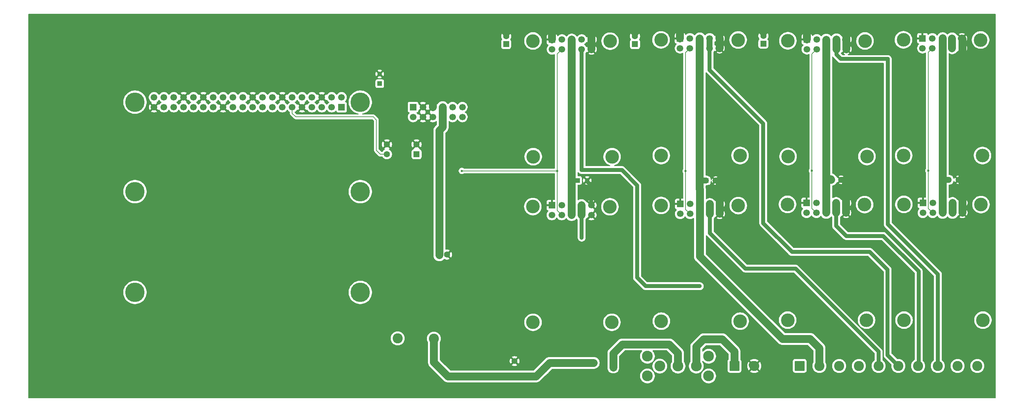
<source format=gbr>
%TF.GenerationSoftware,KiCad,Pcbnew,9.0.3*%
%TF.CreationDate,2025-07-22T13:00:59-05:00*%
%TF.ProjectId,Garden PCB,47617264-656e-4205-9043-422e6b696361,rev?*%
%TF.SameCoordinates,Original*%
%TF.FileFunction,Copper,L2,Bot*%
%TF.FilePolarity,Positive*%
%FSLAX46Y46*%
G04 Gerber Fmt 4.6, Leading zero omitted, Abs format (unit mm)*
G04 Created by KiCad (PCBNEW 9.0.3) date 2025-07-22 13:00:59*
%MOMM*%
%LPD*%
G01*
G04 APERTURE LIST*
G04 Aperture macros list*
%AMRoundRect*
0 Rectangle with rounded corners*
0 $1 Rounding radius*
0 $2 $3 $4 $5 $6 $7 $8 $9 X,Y pos of 4 corners*
0 Add a 4 corners polygon primitive as box body*
4,1,4,$2,$3,$4,$5,$6,$7,$8,$9,$2,$3,0*
0 Add four circle primitives for the rounded corners*
1,1,$1+$1,$2,$3*
1,1,$1+$1,$4,$5*
1,1,$1+$1,$6,$7*
1,1,$1+$1,$8,$9*
0 Add four rect primitives between the rounded corners*
20,1,$1+$1,$2,$3,$4,$5,0*
20,1,$1+$1,$4,$5,$6,$7,0*
20,1,$1+$1,$6,$7,$8,$9,0*
20,1,$1+$1,$8,$9,$2,$3,0*%
G04 Aperture macros list end*
%TA.AperFunction,ComponentPad*%
%ADD10C,2.600000*%
%TD*%
%TA.AperFunction,ConnectorPad*%
%ADD11C,3.500000*%
%TD*%
%TA.AperFunction,ComponentPad*%
%ADD12R,1.700000X1.700000*%
%TD*%
%TA.AperFunction,ComponentPad*%
%ADD13C,1.700000*%
%TD*%
%TA.AperFunction,ComponentPad*%
%ADD14C,0.800000*%
%TD*%
%TA.AperFunction,ComponentPad*%
%ADD15C,5.000000*%
%TD*%
%TA.AperFunction,ComponentPad*%
%ADD16R,1.200000X1.200000*%
%TD*%
%TA.AperFunction,ComponentPad*%
%ADD17C,1.200000*%
%TD*%
%TA.AperFunction,ComponentPad*%
%ADD18RoundRect,0.250000X0.550000X0.550000X-0.550000X0.550000X-0.550000X-0.550000X0.550000X-0.550000X0*%
%TD*%
%TA.AperFunction,ComponentPad*%
%ADD19C,1.600000*%
%TD*%
%TA.AperFunction,ComponentPad*%
%ADD20RoundRect,0.250000X0.550000X-0.550000X0.550000X0.550000X-0.550000X0.550000X-0.550000X-0.550000X0*%
%TD*%
%TA.AperFunction,ComponentPad*%
%ADD21RoundRect,0.250000X-0.550000X-0.550000X0.550000X-0.550000X0.550000X0.550000X-0.550000X0.550000X0*%
%TD*%
%TA.AperFunction,ComponentPad*%
%ADD22R,1.515000X1.515000*%
%TD*%
%TA.AperFunction,ComponentPad*%
%ADD23C,1.515000*%
%TD*%
%TA.AperFunction,ComponentPad*%
%ADD24C,2.775000*%
%TD*%
%TA.AperFunction,ComponentPad*%
%ADD25RoundRect,0.250000X-1.050000X-1.050000X1.050000X-1.050000X1.050000X1.050000X-1.050000X1.050000X0*%
%TD*%
%TA.AperFunction,ViaPad*%
%ADD26C,0.600000*%
%TD*%
%TA.AperFunction,Conductor*%
%ADD27C,2.032000*%
%TD*%
%TA.AperFunction,Conductor*%
%ADD28C,1.524000*%
%TD*%
%TA.AperFunction,Conductor*%
%ADD29C,1.016000*%
%TD*%
%TA.AperFunction,Conductor*%
%ADD30C,0.200000*%
%TD*%
G04 APERTURE END LIST*
D10*
%TO.P,REF\u002A\u002A,1*%
%TO.N,N/C*%
X251950000Y-122480000D03*
D11*
X251950000Y-122480000D03*
%TD*%
D10*
%TO.P,REF\u002A\u002A,1*%
%TO.N,N/C*%
X301650000Y-80150000D03*
D11*
X301650000Y-80150000D03*
%TD*%
D12*
%TO.P,J8,1,Pin_1*%
%TO.N,GND*%
X256850000Y-122110000D03*
D13*
%TO.P,J8,2,Pin_2*%
%TO.N,/GPIO19*%
X256850000Y-124650000D03*
%TO.P,J8,3,Pin_3*%
%TO.N,unconnected-(J8-Pin_3-Pad3)*%
X259390000Y-122110000D03*
%TO.P,J8,4,Pin_4*%
%TO.N,/FAIL*%
X259390000Y-124650000D03*
%TO.P,J8,5,Pin_5*%
%TO.N,+12V*%
X261930000Y-122110000D03*
%TO.P,J8,6,Pin_6*%
X261930000Y-124650000D03*
%TO.P,J8,7,Pin_7*%
%TO.N,/OUT5*%
X264470000Y-122110000D03*
%TO.P,J8,8,Pin_8*%
X264470000Y-124650000D03*
%TO.P,J8,9,Pin_9*%
%TO.N,GND*%
X267010000Y-122110000D03*
%TO.P,J8,10,Pin_10*%
X267010000Y-124650000D03*
%TD*%
D14*
%TO.P,MH5,1*%
%TO.N,N/C*%
X82125000Y-145150000D03*
X82674175Y-143824175D03*
X82674175Y-146475825D03*
X84000000Y-143275000D03*
D15*
X84000000Y-145150000D03*
D14*
X84000000Y-147025000D03*
X85325825Y-143824175D03*
X85325825Y-146475825D03*
X85875000Y-145150000D03*
%TD*%
%TO.P,MH3,1*%
%TO.N,N/C*%
X140125000Y-119200000D03*
X140674175Y-117874175D03*
X140674175Y-120525825D03*
X142000000Y-117325000D03*
D15*
X142000000Y-119200000D03*
D14*
X142000000Y-121075000D03*
X143325825Y-117874175D03*
X143325825Y-120525825D03*
X143875000Y-119200000D03*
%TD*%
D12*
%TO.P,J1,1,Pin_1*%
%TO.N,+3V3*%
X137180000Y-97450000D03*
D13*
%TO.P,J1,2,Pin_2*%
%TO.N,+5V*%
X137180000Y-94910000D03*
%TO.P,J1,3,Pin_3*%
%TO.N,/GPIO2{slash}SDA1*%
X134640000Y-97450000D03*
%TO.P,J1,4,Pin_4*%
%TO.N,+5V*%
X134640000Y-94910000D03*
%TO.P,J1,5,Pin_5*%
%TO.N,/GPIO3{slash}SCL1*%
X132100000Y-97450000D03*
%TO.P,J1,6,Pin_6*%
%TO.N,GND*%
X132100000Y-94910000D03*
%TO.P,J1,7,Pin_7*%
%TO.N,/GPIO4{slash}GPCLK0*%
X129560000Y-97450000D03*
%TO.P,J1,8,Pin_8*%
%TO.N,/GPIO14{slash}TXD0*%
X129560000Y-94910000D03*
%TO.P,J1,9,Pin_9*%
%TO.N,GND*%
X127020000Y-97450000D03*
%TO.P,J1,10,Pin_10*%
%TO.N,/GPIO15{slash}RXD0*%
X127020000Y-94910000D03*
%TO.P,J1,11,Pin_11*%
%TO.N,/GPIO17*%
X124480000Y-97450000D03*
%TO.P,J1,12,Pin_12*%
%TO.N,/GPIO18{slash}PCM.CLK*%
X124480000Y-94910000D03*
%TO.P,J1,13,Pin_13*%
%TO.N,/GPIO27*%
X121940000Y-97450000D03*
%TO.P,J1,14,Pin_14*%
%TO.N,GND*%
X121940000Y-94910000D03*
%TO.P,J1,15,Pin_15*%
%TO.N,/GPIO22*%
X119400000Y-97450000D03*
%TO.P,J1,16,Pin_16*%
%TO.N,/GPIO23*%
X119400000Y-94910000D03*
%TO.P,J1,17,Pin_17*%
%TO.N,+3V3*%
X116860000Y-97450000D03*
%TO.P,J1,18,Pin_18*%
%TO.N,/GPIO24*%
X116860000Y-94910000D03*
%TO.P,J1,19,Pin_19*%
%TO.N,/GPIO10{slash}SPI0.MOSI*%
X114320000Y-97450000D03*
%TO.P,J1,20,Pin_20*%
%TO.N,GND*%
X114320000Y-94910000D03*
%TO.P,J1,21,Pin_21*%
%TO.N,/GPIO9{slash}SPI0.MISO*%
X111780000Y-97450000D03*
%TO.P,J1,22,Pin_22*%
%TO.N,/GPIO25*%
X111780000Y-94910000D03*
%TO.P,J1,23,Pin_23*%
%TO.N,/GPIO11{slash}SPI0.SCLK*%
X109240000Y-97450000D03*
%TO.P,J1,24,Pin_24*%
%TO.N,/GPIO8{slash}SPI0.CE0*%
X109240000Y-94910000D03*
%TO.P,J1,25,Pin_25*%
%TO.N,GND*%
X106700000Y-97450000D03*
%TO.P,J1,26,Pin_26*%
%TO.N,/GPIO7{slash}SPI0.CE1*%
X106700000Y-94910000D03*
%TO.P,J1,27,Pin_27*%
%TO.N,/ID_SDA*%
X104160000Y-97450000D03*
%TO.P,J1,28,Pin_28*%
%TO.N,/ID_SCL*%
X104160000Y-94910000D03*
%TO.P,J1,29,Pin_29*%
%TO.N,/GPIO5*%
X101620000Y-97450000D03*
%TO.P,J1,30,Pin_30*%
%TO.N,GND*%
X101620000Y-94910000D03*
%TO.P,J1,31,Pin_31*%
%TO.N,/GPIO6*%
X99080000Y-97450000D03*
%TO.P,J1,32,Pin_32*%
%TO.N,/GPIO12*%
X99080000Y-94910000D03*
%TO.P,J1,33,Pin_33*%
%TO.N,/GPIO13*%
X96540000Y-97450000D03*
%TO.P,J1,34,Pin_34*%
%TO.N,GND*%
X96540000Y-94910000D03*
%TO.P,J1,35,Pin_35*%
%TO.N,/GPIO19*%
X94000000Y-97450000D03*
%TO.P,J1,36,Pin_36*%
%TO.N,/GPIO16*%
X94000000Y-94910000D03*
%TO.P,J1,37,Pin_37*%
%TO.N,/GPIO26*%
X91460000Y-97450000D03*
%TO.P,J1,38,Pin_38*%
%TO.N,/GPIO20*%
X91460000Y-94910000D03*
%TO.P,J1,39,Pin_39*%
%TO.N,GND*%
X88920000Y-97450000D03*
%TO.P,J1,40,Pin_40*%
%TO.N,/GPIO21*%
X88920000Y-94910000D03*
%TD*%
D12*
%TO.P,J9,1,Pin_1*%
%TO.N,GND*%
X286700000Y-79730000D03*
D13*
%TO.P,J9,2,Pin_2*%
%TO.N,/GPIO21*%
X286700000Y-82270000D03*
%TO.P,J9,3,Pin_3*%
%TO.N,unconnected-(J9-Pin_3-Pad3)*%
X289240000Y-79730000D03*
%TO.P,J9,4,Pin_4*%
%TO.N,/FAIL*%
X289240000Y-82270000D03*
%TO.P,J9,5,Pin_5*%
%TO.N,+12V*%
X291780000Y-79730000D03*
%TO.P,J9,6,Pin_6*%
X291780000Y-82270000D03*
%TO.P,J9,7,Pin_7*%
%TO.N,/OUT8*%
X294320000Y-79730000D03*
%TO.P,J9,8,Pin_8*%
X294320000Y-82270000D03*
%TO.P,J9,9,Pin_9*%
%TO.N,GND*%
X296860000Y-79730000D03*
%TO.P,J9,10,Pin_10*%
X296860000Y-82270000D03*
%TD*%
D10*
%TO.P,REF\u002A\u002A,1*%
%TO.N,N/C*%
X301750000Y-122530000D03*
D11*
X301750000Y-122530000D03*
%TD*%
D12*
%TO.P,J5,1,Pin_1*%
%TO.N,GND*%
X224300000Y-79730000D03*
D13*
%TO.P,J5,2,Pin_2*%
%TO.N,/GPIO16*%
X224300000Y-82270000D03*
%TO.P,J5,3,Pin_3*%
%TO.N,unconnected-(J5-Pin_3-Pad3)*%
X226840000Y-79730000D03*
%TO.P,J5,4,Pin_4*%
%TO.N,/FAIL*%
X226840000Y-82270000D03*
%TO.P,J5,5,Pin_5*%
%TO.N,+12V*%
X229380000Y-79730000D03*
%TO.P,J5,6,Pin_6*%
X229380000Y-82270000D03*
%TO.P,J5,7,Pin_7*%
%TO.N,/OUT4*%
X231920000Y-79730000D03*
%TO.P,J5,8,Pin_8*%
X231920000Y-82270000D03*
%TO.P,J5,9,Pin_9*%
%TO.N,GND*%
X234460000Y-79730000D03*
%TO.P,J5,10,Pin_10*%
X234460000Y-82270000D03*
%TD*%
D10*
%TO.P,REF\u002A\u002A,1*%
%TO.N,N/C*%
X302250000Y-152280000D03*
D11*
X302250000Y-152280000D03*
%TD*%
D10*
%TO.P,REF\u002A\u002A,1*%
%TO.N,N/C*%
X281900000Y-122480000D03*
D11*
X281900000Y-122480000D03*
%TD*%
D14*
%TO.P,MH1,1*%
%TO.N,N/C*%
X82125000Y-96150000D03*
X82674175Y-94824175D03*
X82674175Y-97475825D03*
X84000000Y-94275000D03*
D15*
X84000000Y-96150000D03*
D14*
X84000000Y-98025000D03*
X85325825Y-94824175D03*
X85325825Y-97475825D03*
X85875000Y-96150000D03*
%TD*%
D16*
%TO.P,C10,1*%
%TO.N,+12V*%
X293450000Y-116150000D03*
D17*
%TO.P,C10,2*%
%TO.N,GND*%
X295950000Y-116150000D03*
%TD*%
D18*
%TO.P,U1,1*%
%TO.N,Net-(R7-Pad1)*%
X156470000Y-109565000D03*
D19*
%TO.P,U1,2*%
%TO.N,GND*%
X156470000Y-107025000D03*
%TO.P,U1,3*%
X148850000Y-107025000D03*
%TO.P,U1,4*%
%TO.N,/GPIO17*%
X148850000Y-109565000D03*
%TD*%
D12*
%TO.P,J7,1,Pin_1*%
%TO.N,GND*%
X256950000Y-79980000D03*
D13*
%TO.P,J7,2,Pin_2*%
%TO.N,/GPIO20*%
X256950000Y-82520000D03*
%TO.P,J7,3,Pin_3*%
%TO.N,unconnected-(J7-Pin_3-Pad3)*%
X259490000Y-79980000D03*
%TO.P,J7,4,Pin_4*%
%TO.N,/FAIL*%
X259490000Y-82520000D03*
%TO.P,J7,5,Pin_5*%
%TO.N,+12V*%
X262030000Y-79980000D03*
%TO.P,J7,6,Pin_6*%
X262030000Y-82520000D03*
%TO.P,J7,7,Pin_7*%
%TO.N,/OUT6*%
X264570000Y-79980000D03*
%TO.P,J7,8,Pin_8*%
X264570000Y-82520000D03*
%TO.P,J7,9,Pin_9*%
%TO.N,GND*%
X267110000Y-79980000D03*
%TO.P,J7,10,Pin_10*%
X267110000Y-82520000D03*
%TD*%
D10*
%TO.P,REF\u002A\u002A,1*%
%TO.N,N/C*%
X206800000Y-110200000D03*
D11*
X206800000Y-110200000D03*
%TD*%
D12*
%TO.P,J3,1,Pin_1*%
%TO.N,GND*%
X191300000Y-122680000D03*
D13*
%TO.P,J3,2,Pin_2*%
%TO.N,/GPIO6*%
X191300000Y-125220000D03*
%TO.P,J3,3,Pin_3*%
%TO.N,unconnected-(J3-Pin_3-Pad3)*%
X193840000Y-122680000D03*
%TO.P,J3,4,Pin_4*%
%TO.N,/FAIL*%
X193840000Y-125220000D03*
%TO.P,J3,5,Pin_5*%
%TO.N,+12V*%
X196380000Y-122680000D03*
%TO.P,J3,6,Pin_6*%
X196380000Y-125220000D03*
%TO.P,J3,7,Pin_7*%
%TO.N,/OUT1*%
X198920000Y-122680000D03*
%TO.P,J3,8,Pin_8*%
X198920000Y-125220000D03*
%TO.P,J3,9,Pin_9*%
%TO.N,GND*%
X201460000Y-122680000D03*
%TO.P,J3,10,Pin_10*%
X201460000Y-125220000D03*
%TD*%
D10*
%TO.P,REF\u002A\u002A,1*%
%TO.N,N/C*%
X186450000Y-152850000D03*
D11*
X186450000Y-152850000D03*
%TD*%
D20*
%TO.P,C1,1*%
%TO.N,+12V*%
X179550000Y-81205113D03*
D19*
%TO.P,C1,2*%
%TO.N,GND*%
X179550000Y-79205113D03*
%TD*%
D10*
%TO.P,REF\u002A\u002A,1*%
%TO.N,N/C*%
X186400000Y-123050000D03*
D11*
X186400000Y-123050000D03*
%TD*%
D12*
%TO.P,J10,1,Pin_1*%
%TO.N,GND*%
X286800000Y-122110000D03*
D13*
%TO.P,J10,2,Pin_2*%
%TO.N,/GPIO26*%
X286800000Y-124650000D03*
%TO.P,J10,3,Pin_3*%
%TO.N,unconnected-(J10-Pin_3-Pad3)*%
X289340000Y-122110000D03*
%TO.P,J10,4,Pin_4*%
%TO.N,/FAIL*%
X289340000Y-124650000D03*
%TO.P,J10,5,Pin_5*%
%TO.N,+12V*%
X291880000Y-122110000D03*
%TO.P,J10,6,Pin_6*%
X291880000Y-124650000D03*
%TO.P,J10,7,Pin_7*%
%TO.N,/OUT7*%
X294420000Y-122110000D03*
%TO.P,J10,8,Pin_8*%
X294420000Y-124650000D03*
%TO.P,J10,9,Pin_9*%
%TO.N,GND*%
X296960000Y-122110000D03*
%TO.P,J10,10,Pin_10*%
X296960000Y-124650000D03*
%TD*%
D14*
%TO.P,MH2,1*%
%TO.N,N/C*%
X140125000Y-96150000D03*
X140674175Y-94824175D03*
X140674175Y-97475825D03*
X142000000Y-94275000D03*
D15*
X142000000Y-96150000D03*
D14*
X142000000Y-98025000D03*
X143325825Y-94824175D03*
X143325825Y-97475825D03*
X143875000Y-96150000D03*
%TD*%
D21*
%TO.P,C8,1*%
%TO.N,+12V*%
X162294888Y-135400000D03*
D19*
%TO.P,C8,2*%
%TO.N,GND*%
X164294888Y-135400000D03*
%TD*%
D10*
%TO.P,REF\u002A\u002A,1*%
%TO.N,N/C*%
X252050000Y-80350000D03*
D11*
X252050000Y-80350000D03*
%TD*%
D10*
%TO.P,REF\u002A\u002A,1*%
%TO.N,N/C*%
X239750000Y-109900000D03*
D11*
X239750000Y-109900000D03*
%TD*%
D10*
%TO.P,REF\u002A\u002A,1*%
%TO.N,N/C*%
X219450000Y-109900000D03*
D11*
X219450000Y-109900000D03*
%TD*%
D10*
%TO.P,REF\u002A\u002A,1*%
%TO.N,N/C*%
X252000000Y-152280000D03*
D11*
X252000000Y-152280000D03*
%TD*%
D10*
%TO.P,REF\u002A\u002A,1*%
%TO.N,N/C*%
X206250000Y-123100000D03*
D11*
X206250000Y-123100000D03*
%TD*%
D14*
%TO.P,MH6,1*%
%TO.N,N/C*%
X140125000Y-145150000D03*
X140674175Y-143824175D03*
X140674175Y-146475825D03*
X142000000Y-143275000D03*
D15*
X142000000Y-145150000D03*
D14*
X142000000Y-147025000D03*
X143325825Y-143824175D03*
X143325825Y-146475825D03*
X143875000Y-145150000D03*
%TD*%
D10*
%TO.P,REF\u002A\u002A,1*%
%TO.N,N/C*%
X302150000Y-109900000D03*
D11*
X302150000Y-109900000D03*
%TD*%
D16*
%TO.P,C11,1*%
%TO.N,+12V*%
X231025000Y-116375000D03*
D17*
%TO.P,C11,2*%
%TO.N,GND*%
X233525000Y-116375000D03*
%TD*%
D16*
%TO.P,C7,1*%
%TO.N,+5V*%
X147000000Y-91400000D03*
D17*
%TO.P,C7,2*%
%TO.N,GND*%
X147000000Y-88900000D03*
%TD*%
D22*
%TO.P,RV1,1,1*%
%TO.N,Net-(C6-Pad1)*%
X189200000Y-164825000D03*
D23*
%TO.P,RV1,2,2*%
%TO.N,GND*%
X181700000Y-162825000D03*
%TD*%
D10*
%TO.P,REF\u002A\u002A,1*%
%TO.N,N/C*%
X206300000Y-80450000D03*
D11*
X206300000Y-80450000D03*
%TD*%
D12*
%TO.P,J6,1,Pin_1*%
%TO.N,GND*%
X224330000Y-122380000D03*
D13*
%TO.P,J6,2,Pin_2*%
%TO.N,/GPIO13*%
X224330000Y-124920000D03*
%TO.P,J6,3,Pin_3*%
%TO.N,unconnected-(J6-Pin_3-Pad3)*%
X226870000Y-122380000D03*
%TO.P,J6,4,Pin_4*%
%TO.N,/FAIL*%
X226870000Y-124920000D03*
%TO.P,J6,5,Pin_5*%
%TO.N,+12V*%
X229410000Y-122380000D03*
%TO.P,J6,6,Pin_6*%
X229410000Y-124920000D03*
%TO.P,J6,7,Pin_7*%
%TO.N,/OUT3*%
X231950000Y-122380000D03*
%TO.P,J6,8,Pin_8*%
X231950000Y-124920000D03*
%TO.P,J6,9,Pin_9*%
%TO.N,GND*%
X234490000Y-122380000D03*
%TO.P,J6,10,Pin_10*%
X234490000Y-124920000D03*
%TD*%
D14*
%TO.P,MH4,1*%
%TO.N,N/C*%
X82125000Y-119200000D03*
X82674175Y-117874175D03*
X82674175Y-120525825D03*
X84000000Y-117325000D03*
D15*
X84000000Y-119200000D03*
D14*
X84000000Y-121075000D03*
X85325825Y-117874175D03*
X85325825Y-120525825D03*
X85875000Y-119200000D03*
%TD*%
D10*
%TO.P,L1,1,1*%
%TO.N,Net-(C6-Pad1)*%
X160950000Y-157050000D03*
%TO.P,L1,2,2*%
%TO.N,Net-(IC1-EN)*%
X151620000Y-156970000D03*
%TD*%
D12*
%TO.P,J4,1,Pin_1*%
%TO.N,GND*%
X191350000Y-80030000D03*
D13*
%TO.P,J4,2,Pin_2*%
%TO.N,/GPIO12*%
X191350000Y-82570000D03*
%TO.P,J4,3,Pin_3*%
%TO.N,unconnected-(J4-Pin_3-Pad3)*%
X193890000Y-80030000D03*
%TO.P,J4,4,Pin_4*%
%TO.N,/FAIL*%
X193890000Y-82570000D03*
%TO.P,J4,5,Pin_5*%
%TO.N,+12V*%
X196430000Y-80030000D03*
%TO.P,J4,6,Pin_6*%
X196430000Y-82570000D03*
%TO.P,J4,7,Pin_7*%
%TO.N,/OUT2*%
X198970000Y-80030000D03*
%TO.P,J4,8,Pin_8*%
X198970000Y-82570000D03*
%TO.P,J4,9,Pin_9*%
%TO.N,GND*%
X201510000Y-80030000D03*
%TO.P,J4,10,Pin_10*%
X201510000Y-82570000D03*
%TD*%
D10*
%TO.P,REF\u002A\u002A,1*%
%TO.N,N/C*%
X219430000Y-122750000D03*
D11*
X219430000Y-122750000D03*
%TD*%
D16*
%TO.P,C5,1*%
%TO.N,+12V*%
X197925000Y-116300000D03*
D17*
%TO.P,C5,2*%
%TO.N,GND*%
X200425000Y-116300000D03*
%TD*%
D10*
%TO.P,REF\u002A\u002A,1*%
%TO.N,N/C*%
X219400000Y-80100000D03*
D11*
X219400000Y-80100000D03*
%TD*%
D10*
%TO.P,REF\u002A\u002A,1*%
%TO.N,N/C*%
X239280000Y-122800000D03*
D11*
X239280000Y-122800000D03*
%TD*%
D12*
%TO.P,J2,1,Pin_1*%
%TO.N,+5V*%
X155575000Y-97435000D03*
D13*
%TO.P,J2,2,Pin_2*%
X155575000Y-99975000D03*
%TO.P,J2,3,Pin_3*%
%TO.N,GND*%
X158115000Y-97435000D03*
%TO.P,J2,4,Pin_4*%
X158115000Y-99975000D03*
%TO.P,J2,5,Pin_5*%
X160655000Y-97435000D03*
%TO.P,J2,6,Pin_6*%
X160655000Y-99975000D03*
%TO.P,J2,7,Pin_7*%
%TO.N,+12V*%
X163195000Y-97435000D03*
%TO.P,J2,8,Pin_8*%
X163195000Y-99975000D03*
%TO.P,J2,9,Pin_9*%
%TO.N,unconnected-(J2-Pin_9-Pad9)*%
X165735000Y-97435000D03*
%TO.P,J2,10,Pin_10*%
%TO.N,unconnected-(J2-Pin_10-Pad10)*%
X165735000Y-99975000D03*
%TO.P,J2,11,Pin_11*%
%TO.N,unconnected-(J2-Pin_11-Pad11)*%
X168275000Y-97435000D03*
%TO.P,J2,12,Pin_12*%
%TO.N,unconnected-(J2-Pin_12-Pad12)*%
X168275000Y-99975000D03*
%TD*%
D10*
%TO.P,REF\u002A\u002A,1*%
%TO.N,N/C*%
X281850000Y-109900000D03*
D11*
X281850000Y-109900000D03*
%TD*%
D22*
%TO.P,F1,1,1*%
%TO.N,Net-(SW1-B)*%
X207125000Y-164475000D03*
D23*
%TO.P,F1,2,2*%
%TO.N,Net-(C6-Pad1)*%
X202075000Y-163305000D03*
%TD*%
D10*
%TO.P,REF\u002A\u002A,1*%
%TO.N,N/C*%
X186500000Y-110200000D03*
D11*
X186500000Y-110200000D03*
%TD*%
D10*
%TO.P,REF\u002A\u002A,1*%
%TO.N,N/C*%
X239780000Y-152550000D03*
D11*
X239780000Y-152550000D03*
%TD*%
D10*
%TO.P,REF\u002A\u002A,1*%
%TO.N,N/C*%
X281800000Y-80100000D03*
D11*
X281800000Y-80100000D03*
%TD*%
D24*
%TO.P,SW1,1*%
%TO.N,N/C*%
X219075500Y-164117500D03*
%TO.P,SW1,2,B*%
%TO.N,Net-(SW1-B)*%
X223775500Y-164117500D03*
%TO.P,SW1,3,A*%
%TO.N,Net-(J12-Pin_1)*%
X228475500Y-164117500D03*
%TO.P,SW1,MH1*%
%TO.N,N/C*%
X215900500Y-166657500D03*
%TO.P,SW1,MH2*%
X215900500Y-161577500D03*
%TO.P,SW1,MH3*%
X231650500Y-166657500D03*
%TO.P,SW1,MH4*%
X231650500Y-161577500D03*
%TD*%
D10*
%TO.P,REF\u002A\u002A,1*%
%TO.N,N/C*%
X271800000Y-122530000D03*
D11*
X271800000Y-122530000D03*
%TD*%
D10*
%TO.P,REF\u002A\u002A,1*%
%TO.N,N/C*%
X219480000Y-152550000D03*
D11*
X219480000Y-152550000D03*
%TD*%
D10*
%TO.P,REF\u002A\u002A,1*%
%TO.N,N/C*%
X271900000Y-80400000D03*
D11*
X271900000Y-80400000D03*
%TD*%
D20*
%TO.P,C2,1*%
%TO.N,+12V*%
X212700000Y-81205113D03*
D19*
%TO.P,C2,2*%
%TO.N,GND*%
X212700000Y-79205113D03*
%TD*%
D20*
%TO.P,C4,1*%
%TO.N,+12V*%
X245750000Y-81100000D03*
D19*
%TO.P,C4,2*%
%TO.N,GND*%
X245750000Y-79100000D03*
%TD*%
D10*
%TO.P,REF\u002A\u002A,1*%
%TO.N,N/C*%
X281950000Y-152280000D03*
D11*
X281950000Y-152280000D03*
%TD*%
D25*
%TO.P,J12,1,Pin_1*%
%TO.N,Net-(J12-Pin_1)*%
X238305000Y-164072500D03*
D10*
%TO.P,J12,2,Pin_2*%
%TO.N,GND*%
X243385000Y-164072500D03*
%TD*%
%TO.P,REF\u002A\u002A,1*%
%TO.N,N/C*%
X272400000Y-110150000D03*
D11*
X272400000Y-110150000D03*
%TD*%
D25*
%TO.P,J11,1,Pin_1*%
%TO.N,unconnected-(J11-Pin_1-Pad1)*%
X255090000Y-164072500D03*
D10*
%TO.P,J11,2,Pin_2*%
%TO.N,+12V*%
X260170000Y-164072500D03*
%TO.P,J11,3,Pin_3*%
%TO.N,/OUT1*%
X265250000Y-164072500D03*
%TO.P,J11,4,Pin_4*%
%TO.N,/OUT2*%
X270330000Y-164072500D03*
%TO.P,J11,5,Pin_5*%
%TO.N,/OUT3*%
X275410000Y-164072500D03*
%TO.P,J11,6,Pin_6*%
%TO.N,/OUT4*%
X280490000Y-164072500D03*
%TO.P,J11,7,Pin_7*%
%TO.N,/OUT5*%
X285570000Y-164072500D03*
%TO.P,J11,8,Pin_8*%
%TO.N,/OUT6*%
X290650000Y-164072500D03*
%TO.P,J11,9,Pin_9*%
%TO.N,/OUT7*%
X295730000Y-164072500D03*
%TO.P,J11,10,Pin_10*%
%TO.N,/OUT8*%
X300810000Y-164072500D03*
%TD*%
%TO.P,REF\u002A\u002A,1*%
%TO.N,N/C*%
X206750000Y-152850000D03*
D11*
X206750000Y-152850000D03*
%TD*%
D10*
%TO.P,REF\u002A\u002A,1*%
%TO.N,N/C*%
X252100000Y-110150000D03*
D11*
X252100000Y-110150000D03*
%TD*%
D16*
%TO.P,C9,1*%
%TO.N,+12V*%
X263250000Y-116150000D03*
D17*
%TO.P,C9,2*%
%TO.N,GND*%
X265750000Y-116150000D03*
%TD*%
D10*
%TO.P,REF\u002A\u002A,1*%
%TO.N,N/C*%
X239250000Y-80150000D03*
D11*
X239250000Y-80150000D03*
%TD*%
D10*
%TO.P,REF\u002A\u002A,1*%
%TO.N,N/C*%
X186450000Y-80400000D03*
D11*
X186450000Y-80400000D03*
%TD*%
D10*
%TO.P,REF\u002A\u002A,1*%
%TO.N,N/C*%
X272300000Y-152280000D03*
D11*
X272300000Y-152280000D03*
%TD*%
D26*
%TO.N,/FAIL*%
X192689000Y-113850000D03*
X258239000Y-113825000D03*
X225719000Y-113900000D03*
X288189000Y-113775000D03*
X168125000Y-113850000D03*
%TO.N,/OUT1*%
X198975000Y-131050000D03*
%TO.N,/OUT2*%
X229350000Y-143525000D03*
%TD*%
D27*
%TO.N,GND*%
X256950000Y-79980000D02*
X256950000Y-77233000D01*
D28*
X212700000Y-79205113D02*
X212700000Y-76950000D01*
X265750000Y-116150000D02*
X266860000Y-116150000D01*
D27*
X296960000Y-124650000D02*
X296960000Y-115750000D01*
D28*
X234460000Y-76890000D02*
X234500000Y-76850000D01*
D27*
X296960000Y-115750000D02*
X296960000Y-79830000D01*
X267110000Y-78525000D02*
X267110000Y-79980000D01*
D28*
X245750000Y-77000000D02*
X245600000Y-76850000D01*
X295950000Y-116150000D02*
X296560000Y-116150000D01*
D27*
X243172500Y-164072500D02*
X242975000Y-163875000D01*
X213750000Y-76850000D02*
X224250000Y-76850000D01*
X191100000Y-76850000D02*
X179600000Y-76850000D01*
D28*
X212700000Y-76950000D02*
X212600000Y-76850000D01*
D27*
X245600000Y-76850000D02*
X266667000Y-76850000D01*
X234460000Y-82270000D02*
X234470000Y-82260000D01*
X296960000Y-79830000D02*
X296860000Y-79730000D01*
X267010000Y-80080000D02*
X267110000Y-79980000D01*
X160655000Y-77720000D02*
X160655000Y-97435000D01*
X161525000Y-76850000D02*
X160655000Y-77720000D01*
D28*
X233450000Y-116300000D02*
X234390000Y-116300000D01*
D27*
X191350000Y-77100000D02*
X191350000Y-80030000D01*
X201510000Y-82570000D02*
X201510000Y-77240000D01*
X267110000Y-78525000D02*
X267110000Y-82520000D01*
D29*
X200425000Y-116300000D02*
X200425000Y-116550000D01*
D28*
X234390000Y-116300000D02*
X234490000Y-116200000D01*
D27*
X267010000Y-124650000D02*
X267010000Y-116000000D01*
X234470000Y-82260000D02*
X234470000Y-79680000D01*
X234460000Y-79730000D02*
X234460000Y-76890000D01*
X191100000Y-76850000D02*
X191350000Y-77100000D01*
D28*
X179550000Y-76900000D02*
X179600000Y-76850000D01*
D27*
X224250000Y-76850000D02*
X234500000Y-76850000D01*
X191100000Y-76850000D02*
X212600000Y-76850000D01*
D28*
X266860000Y-116150000D02*
X267010000Y-116000000D01*
D29*
X200425000Y-116550000D02*
X201400000Y-117525000D01*
D27*
X234500000Y-76850000D02*
X245600000Y-76850000D01*
X179600000Y-76850000D02*
X161525000Y-76850000D01*
D29*
X201400000Y-122620000D02*
X201460000Y-122680000D01*
D28*
X245750000Y-79100000D02*
X245750000Y-77000000D01*
X179550000Y-79205113D02*
X179550000Y-76900000D01*
D27*
X224300000Y-79730000D02*
X224300000Y-76900000D01*
X266667000Y-76850000D02*
X267110000Y-77293000D01*
D29*
X201400000Y-117525000D02*
X201400000Y-122620000D01*
D27*
X267110000Y-77293000D02*
X267110000Y-78525000D01*
X234490000Y-116200000D02*
X234490000Y-124920000D01*
D28*
X296560000Y-116150000D02*
X296960000Y-115750000D01*
D27*
X212600000Y-76850000D02*
X213750000Y-76850000D01*
D28*
X224300000Y-76900000D02*
X224250000Y-76850000D01*
D27*
%TO.N,+12V*%
X291880000Y-124650000D02*
X291880000Y-122110000D01*
X162354500Y-135571500D02*
X162354500Y-103495500D01*
X263100000Y-116000000D02*
X263250000Y-116150000D01*
X291880000Y-116300000D02*
X291880000Y-79680000D01*
X250650000Y-157125000D02*
X229410000Y-135885000D01*
D28*
X229630000Y-116300000D02*
X229380000Y-116050000D01*
D27*
X229380000Y-116050000D02*
X229380000Y-118517000D01*
X229410000Y-124920000D02*
X229410000Y-122380000D01*
X163200000Y-102650000D02*
X163195000Y-102645000D01*
X196430000Y-125170000D02*
X196380000Y-125220000D01*
X196430000Y-80030000D02*
X196430000Y-116225000D01*
X229410000Y-135885000D02*
X229410000Y-124920000D01*
X261930000Y-116000000D02*
X263100000Y-116000000D01*
X163195000Y-102645000D02*
X163195000Y-99975000D01*
X162354500Y-103495500D02*
X163200000Y-102650000D01*
X196430000Y-116225000D02*
X196430000Y-125170000D01*
X163195000Y-97435000D02*
X163195000Y-99975000D01*
D28*
X293450000Y-116150000D02*
X292030000Y-116150000D01*
D27*
X261930000Y-124650000D02*
X261930000Y-122110000D01*
X291880000Y-122110000D02*
X291880000Y-116300000D01*
X257800000Y-157125000D02*
X250650000Y-157125000D01*
X229380000Y-118517000D02*
X229410000Y-118547000D01*
X229410000Y-118547000D02*
X229410000Y-122380000D01*
X260170000Y-159495000D02*
X257800000Y-157125000D01*
X261930000Y-122110000D02*
X261930000Y-116000000D01*
X229380000Y-79730000D02*
X229380000Y-116050000D01*
D28*
X292030000Y-116150000D02*
X291880000Y-116300000D01*
D27*
X260170000Y-164072500D02*
X260170000Y-159495000D01*
D28*
X230950000Y-116300000D02*
X229630000Y-116300000D01*
D27*
X261930000Y-116000000D02*
X261930000Y-80080000D01*
D29*
X197925000Y-116300000D02*
X196505000Y-116300000D01*
X196505000Y-116300000D02*
X196430000Y-116225000D01*
D30*
%TO.N,/FAIL*%
X192689000Y-124069000D02*
X193840000Y-125220000D01*
X258239000Y-113825000D02*
X258239000Y-123499000D01*
X288189000Y-123499000D02*
X289340000Y-124650000D01*
X288189000Y-83321000D02*
X289240000Y-82270000D01*
X258239000Y-123499000D02*
X259390000Y-124650000D01*
X192689000Y-83771000D02*
X192689000Y-113850000D01*
X288189000Y-113775000D02*
X288189000Y-123499000D01*
X258239000Y-113825000D02*
X258239000Y-83771000D01*
X258239000Y-83771000D02*
X259490000Y-82520000D01*
X192689000Y-113850000D02*
X192689000Y-124069000D01*
X225719000Y-113900000D02*
X225719000Y-83391000D01*
X288189000Y-113775000D02*
X288189000Y-83321000D01*
X193890000Y-82570000D02*
X192689000Y-83771000D01*
X225719000Y-123769000D02*
X226870000Y-124920000D01*
X225719000Y-83391000D02*
X226840000Y-82270000D01*
X225719000Y-113900000D02*
X225719000Y-123769000D01*
X168125000Y-113850000D02*
X192689000Y-113850000D01*
%TO.N,/GPIO17*%
X146150000Y-108550000D02*
X146150000Y-100750000D01*
X145350000Y-99950000D02*
X125400000Y-99950000D01*
X146150000Y-100750000D02*
X145350000Y-99950000D01*
X124480000Y-99030000D02*
X124480000Y-97450000D01*
X147165000Y-109565000D02*
X146150000Y-108550000D01*
X148850000Y-109565000D02*
X147165000Y-109565000D01*
X125400000Y-99950000D02*
X124480000Y-99030000D01*
D29*
%TO.N,/OUT1*%
X198975000Y-131050000D02*
X198975000Y-125275000D01*
D27*
X198920000Y-125220000D02*
X198920000Y-122680000D01*
D29*
%TO.N,/OUT2*%
X198970000Y-82570000D02*
X198970000Y-113625000D01*
X213275000Y-117575000D02*
X213275000Y-125050000D01*
X198970000Y-113625000D02*
X209325000Y-113625000D01*
X213250000Y-141325000D02*
X213250000Y-125375000D01*
X215450000Y-143525000D02*
X213250000Y-141325000D01*
X209325000Y-113625000D02*
X213275000Y-117575000D01*
X229350000Y-143525000D02*
X215450000Y-143525000D01*
%TO.N,/OUT3*%
X231950000Y-125303180D02*
X231950000Y-129850000D01*
D27*
X231980000Y-124950000D02*
X231980000Y-122410000D01*
D29*
X241125000Y-139025000D02*
X254050000Y-139025000D01*
D27*
X231950000Y-124920000D02*
X231950000Y-122380000D01*
D29*
X254050000Y-139025000D02*
X275410000Y-160385000D01*
X275410000Y-160385000D02*
X275410000Y-164072500D01*
X231950000Y-129850000D02*
X241125000Y-139025000D01*
%TO.N,/OUT4*%
X280490000Y-164072500D02*
X277725000Y-161307500D01*
X277725000Y-139300000D02*
X273150000Y-134725000D01*
D28*
X231920000Y-79730000D02*
X231920000Y-82270000D01*
D29*
X245700000Y-101650000D02*
X231920000Y-87870000D01*
X277725000Y-161307500D02*
X277725000Y-139300000D01*
X253100000Y-134725000D02*
X245700000Y-127325000D01*
X231920000Y-87870000D02*
X231920000Y-82270000D01*
X245700000Y-127325000D02*
X245700000Y-101650000D01*
X273150000Y-134725000D02*
X253100000Y-134725000D01*
%TO.N,/OUT5*%
X276625000Y-130625000D02*
X285700000Y-139700000D01*
X285700000Y-139700000D02*
X285700000Y-163942500D01*
X264470000Y-128020000D02*
X267075000Y-130625000D01*
D27*
X264470000Y-124650000D02*
X264470000Y-122110000D01*
D29*
X267075000Y-130625000D02*
X276625000Y-130625000D01*
X264470000Y-124650000D02*
X264470000Y-128020000D01*
%TO.N,/OUT6*%
X264570000Y-82520000D02*
X264570000Y-83945000D01*
X277750000Y-127575000D02*
X290650000Y-140475000D01*
X290650000Y-140475000D02*
X290650000Y-164072500D01*
D27*
X264570000Y-82520000D02*
X264570000Y-79980000D01*
D29*
X265675000Y-85050000D02*
X277750000Y-85050000D01*
X264570000Y-83945000D02*
X265675000Y-85050000D01*
X277750000Y-85050000D02*
X277750000Y-127575000D01*
D27*
%TO.N,/OUT7*%
X294420000Y-124650000D02*
X294420000Y-122110000D01*
%TO.N,/OUT8*%
X294320000Y-82270000D02*
X294320000Y-79730000D01*
%TO.N,Net-(C6-Pad1)*%
X189200000Y-164825000D02*
X187250000Y-166775000D01*
X160950000Y-163175000D02*
X160950000Y-157050000D01*
X190720000Y-163305000D02*
X189200000Y-164825000D01*
X164550000Y-166775000D02*
X160950000Y-163175000D01*
X187250000Y-166775000D02*
X164550000Y-166775000D01*
X202075000Y-163305000D02*
X190720000Y-163305000D01*
%TO.N,Net-(J12-Pin_1)*%
X228475500Y-164117500D02*
X228475500Y-159124500D01*
X238305000Y-160330000D02*
X238305000Y-164072500D01*
X235175000Y-157200000D02*
X238305000Y-160330000D01*
X230400000Y-157200000D02*
X235175000Y-157200000D01*
X228475500Y-159124500D02*
X230400000Y-157200000D01*
%TO.N,Net-(SW1-B)*%
X223775500Y-160800000D02*
X221525500Y-158550000D01*
X221525500Y-158550000D02*
X209425000Y-158550000D01*
X223775500Y-160800000D02*
X223775500Y-164117500D01*
X209425000Y-158550000D02*
X207125000Y-160850000D01*
X207125000Y-160850000D02*
X207125000Y-164475000D01*
%TD*%
%TA.AperFunction,Conductor*%
%TO.N,GND*%
G36*
X233994075Y-79922993D02*
G01*
X234059901Y-80037007D01*
X234152993Y-80130099D01*
X234267007Y-80195925D01*
X234330590Y-80212962D01*
X233698282Y-80845269D01*
X233698282Y-80845270D01*
X233752452Y-80884626D01*
X233762048Y-80889516D01*
X233812844Y-80937491D01*
X233829638Y-81005312D01*
X233807100Y-81071447D01*
X233762051Y-81110483D01*
X233752440Y-81115380D01*
X233698282Y-81154727D01*
X233698282Y-81154728D01*
X234330591Y-81787037D01*
X234267007Y-81804075D01*
X234152993Y-81869901D01*
X234059901Y-81962993D01*
X233994075Y-82077007D01*
X233977037Y-82140591D01*
X233344728Y-81508282D01*
X233316229Y-81510525D01*
X233247852Y-81496161D01*
X233198095Y-81447109D01*
X233182500Y-81386907D01*
X233182500Y-80613091D01*
X233202185Y-80546052D01*
X233254989Y-80500297D01*
X233316230Y-80489473D01*
X233344728Y-80491716D01*
X233977037Y-79859408D01*
X233994075Y-79922993D01*
G37*
%TD.AperFunction*%
%TA.AperFunction,Conductor*%
G36*
X266644075Y-82712993D02*
G01*
X266709901Y-82827007D01*
X266802993Y-82920099D01*
X266917007Y-82985925D01*
X266980590Y-83002962D01*
X266348282Y-83635269D01*
X266348282Y-83635270D01*
X266402449Y-83674624D01*
X266591782Y-83771095D01*
X266679415Y-83799569D01*
X266737091Y-83839006D01*
X266764289Y-83903365D01*
X266752374Y-83972211D01*
X266705130Y-84023687D01*
X266641097Y-84041500D01*
X266144096Y-84041500D01*
X266077057Y-84021815D01*
X266056415Y-84005181D01*
X265730588Y-83679354D01*
X265714177Y-83649299D01*
X265697406Y-83619389D01*
X265697449Y-83618665D01*
X265697103Y-83618031D01*
X265699546Y-83583870D01*
X265701608Y-83549646D01*
X265702047Y-83548889D01*
X265702087Y-83548339D01*
X265718174Y-83518481D01*
X265723618Y-83511035D01*
X265726721Y-83507933D01*
X265856089Y-83329874D01*
X265883621Y-83308777D01*
X265911196Y-83287515D01*
X265911412Y-83287483D01*
X265911550Y-83287378D01*
X265912862Y-83287269D01*
X265965915Y-83279448D01*
X265994728Y-83281716D01*
X266627037Y-82649408D01*
X266644075Y-82712993D01*
G37*
%TD.AperFunction*%
%TA.AperFunction,Conductor*%
G36*
X201044075Y-80222993D02*
G01*
X201109901Y-80337007D01*
X201202993Y-80430099D01*
X201317007Y-80495925D01*
X201380591Y-80512962D01*
X200779971Y-81113581D01*
X200858711Y-81230895D01*
X200859920Y-81234729D01*
X200862844Y-81237491D01*
X200870343Y-81267778D01*
X200879727Y-81297529D01*
X200878671Y-81301408D01*
X200879638Y-81305312D01*
X200869573Y-81334844D01*
X200861383Y-81364947D01*
X200858397Y-81367640D01*
X200857100Y-81371447D01*
X200812051Y-81410483D01*
X200802440Y-81415380D01*
X200748282Y-81454727D01*
X200748282Y-81454728D01*
X201380591Y-82087037D01*
X201317007Y-82104075D01*
X201202993Y-82169901D01*
X201109901Y-82262993D01*
X201044075Y-82377007D01*
X201027037Y-82440591D01*
X200394728Y-81808282D01*
X200394727Y-81808282D01*
X200355380Y-81862440D01*
X200355376Y-81862446D01*
X200350760Y-81871505D01*
X200302781Y-81922297D01*
X200234959Y-81939087D01*
X200168826Y-81916543D01*
X200129794Y-81871493D01*
X200125051Y-81862184D01*
X200125049Y-81862181D01*
X200125048Y-81862179D01*
X200000109Y-81690213D01*
X199849786Y-81539890D01*
X199677820Y-81414951D01*
X199677115Y-81414591D01*
X199669054Y-81410485D01*
X199618259Y-81362512D01*
X199601463Y-81294692D01*
X199623999Y-81228556D01*
X199669054Y-81189515D01*
X199677816Y-81185051D01*
X199747226Y-81134622D01*
X199849786Y-81060109D01*
X199849788Y-81060106D01*
X199849792Y-81060104D01*
X200000104Y-80909792D01*
X200000106Y-80909788D01*
X200000109Y-80909786D01*
X200085890Y-80791717D01*
X200125051Y-80737816D01*
X200129793Y-80728508D01*
X200177763Y-80677711D01*
X200245583Y-80660911D01*
X200311719Y-80683445D01*
X200350763Y-80728500D01*
X200355373Y-80737547D01*
X200394728Y-80791716D01*
X201027037Y-80159408D01*
X201044075Y-80222993D01*
G37*
%TD.AperFunction*%
%TA.AperFunction,Conductor*%
G36*
X157649075Y-97627993D02*
G01*
X157714901Y-97742007D01*
X157807993Y-97835099D01*
X157922007Y-97900925D01*
X157985591Y-97917962D01*
X157384971Y-98518581D01*
X157463711Y-98635895D01*
X157484727Y-98702529D01*
X157466383Y-98769947D01*
X157417051Y-98815483D01*
X157407440Y-98820380D01*
X157353282Y-98859727D01*
X157353282Y-98859728D01*
X157985591Y-99492037D01*
X157922007Y-99509075D01*
X157807993Y-99574901D01*
X157714901Y-99667993D01*
X157649075Y-99782007D01*
X157632037Y-99845591D01*
X156999728Y-99213282D01*
X156999727Y-99213282D01*
X156960380Y-99267440D01*
X156960376Y-99267446D01*
X156955760Y-99276505D01*
X156907781Y-99327297D01*
X156839959Y-99344087D01*
X156773826Y-99321543D01*
X156734794Y-99276493D01*
X156730051Y-99267184D01*
X156730049Y-99267181D01*
X156730048Y-99267179D01*
X156605109Y-99095213D01*
X156491569Y-98981673D01*
X156458084Y-98920350D01*
X156463068Y-98850658D01*
X156504940Y-98794725D01*
X156535915Y-98777810D01*
X156667331Y-98728796D01*
X156782546Y-98642546D01*
X156868796Y-98527331D01*
X156919091Y-98392483D01*
X156925500Y-98332873D01*
X156925499Y-98308979D01*
X156928330Y-98295963D01*
X156938940Y-98276525D01*
X156945179Y-98255275D01*
X156961803Y-98234643D01*
X156961808Y-98234636D01*
X156961811Y-98234634D01*
X156961818Y-98234626D01*
X157632037Y-97564408D01*
X157649075Y-97627993D01*
G37*
%TD.AperFunction*%
%TA.AperFunction,Conductor*%
G36*
X160189075Y-97627993D02*
G01*
X160254901Y-97742007D01*
X160347993Y-97835099D01*
X160462007Y-97900925D01*
X160525590Y-97917962D01*
X159893282Y-98550269D01*
X159893282Y-98550270D01*
X159947452Y-98589626D01*
X159957048Y-98594516D01*
X160007844Y-98642491D01*
X160024638Y-98710312D01*
X160002100Y-98776447D01*
X159957051Y-98815483D01*
X159947440Y-98820380D01*
X159893282Y-98859727D01*
X159893282Y-98859728D01*
X160525591Y-99492037D01*
X160462007Y-99509075D01*
X160347993Y-99574901D01*
X160254901Y-99667993D01*
X160189075Y-99782007D01*
X160172037Y-99845591D01*
X159539728Y-99213282D01*
X159539727Y-99213282D01*
X159500380Y-99267440D01*
X159495483Y-99277051D01*
X159447506Y-99327845D01*
X159379684Y-99344638D01*
X159313550Y-99322098D01*
X159274516Y-99277048D01*
X159269626Y-99267452D01*
X159230270Y-99213282D01*
X159230269Y-99213282D01*
X158597962Y-99845590D01*
X158580925Y-99782007D01*
X158515099Y-99667993D01*
X158422007Y-99574901D01*
X158307993Y-99509075D01*
X158244409Y-99492037D01*
X158876716Y-98859728D01*
X158822550Y-98820375D01*
X158812954Y-98815486D01*
X158762157Y-98767512D01*
X158745361Y-98699692D01*
X158766288Y-98635895D01*
X158845027Y-98518581D01*
X158244408Y-97917962D01*
X158307993Y-97900925D01*
X158422007Y-97835099D01*
X158515099Y-97742007D01*
X158580925Y-97627993D01*
X158597962Y-97564409D01*
X159230270Y-98196717D01*
X159230270Y-98196716D01*
X159269622Y-98142554D01*
X159274514Y-98132954D01*
X159322488Y-98082157D01*
X159390308Y-98065361D01*
X159456444Y-98087897D01*
X159495486Y-98132954D01*
X159500375Y-98142550D01*
X159539728Y-98196716D01*
X160172037Y-97564408D01*
X160189075Y-97627993D01*
G37*
%TD.AperFunction*%
%TA.AperFunction,Conductor*%
G36*
X105501444Y-95563999D02*
G01*
X105540486Y-95609056D01*
X105544951Y-95617820D01*
X105669890Y-95789786D01*
X105820213Y-95940109D01*
X105992179Y-96065048D01*
X105992181Y-96065049D01*
X105992184Y-96065051D01*
X106001493Y-96069794D01*
X106052290Y-96117766D01*
X106069087Y-96185587D01*
X106046552Y-96251722D01*
X106001505Y-96290760D01*
X105992446Y-96295376D01*
X105992440Y-96295380D01*
X105938282Y-96334727D01*
X105938282Y-96334728D01*
X106570591Y-96967037D01*
X106507007Y-96984075D01*
X106392993Y-97049901D01*
X106299901Y-97142993D01*
X106234075Y-97257007D01*
X106217037Y-97320591D01*
X105584728Y-96688282D01*
X105584727Y-96688282D01*
X105545380Y-96742440D01*
X105545376Y-96742446D01*
X105540760Y-96751505D01*
X105492781Y-96802297D01*
X105424959Y-96819087D01*
X105358826Y-96796543D01*
X105319794Y-96751493D01*
X105315051Y-96742184D01*
X105315049Y-96742181D01*
X105315048Y-96742179D01*
X105190109Y-96570213D01*
X105039786Y-96419890D01*
X104867820Y-96294951D01*
X104859600Y-96290763D01*
X104859054Y-96290485D01*
X104808259Y-96242512D01*
X104791463Y-96174692D01*
X104813999Y-96108556D01*
X104859054Y-96069515D01*
X104867816Y-96065051D01*
X104957554Y-95999853D01*
X105039786Y-95940109D01*
X105039788Y-95940106D01*
X105039792Y-95940104D01*
X105190104Y-95789792D01*
X105190106Y-95789788D01*
X105190109Y-95789786D01*
X105315048Y-95617820D01*
X105315047Y-95617820D01*
X105315051Y-95617816D01*
X105319514Y-95609054D01*
X105367488Y-95558259D01*
X105435308Y-95541463D01*
X105501444Y-95563999D01*
G37*
%TD.AperFunction*%
%TA.AperFunction,Conductor*%
G36*
X125821444Y-95563999D02*
G01*
X125860486Y-95609056D01*
X125864951Y-95617820D01*
X125989890Y-95789786D01*
X126140213Y-95940109D01*
X126312179Y-96065048D01*
X126312181Y-96065049D01*
X126312184Y-96065051D01*
X126321493Y-96069794D01*
X126372290Y-96117766D01*
X126389087Y-96185587D01*
X126366552Y-96251722D01*
X126321505Y-96290760D01*
X126312446Y-96295376D01*
X126312440Y-96295380D01*
X126258282Y-96334727D01*
X126258282Y-96334728D01*
X126890591Y-96967037D01*
X126827007Y-96984075D01*
X126712993Y-97049901D01*
X126619901Y-97142993D01*
X126554075Y-97257007D01*
X126537037Y-97320591D01*
X125904728Y-96688282D01*
X125904727Y-96688282D01*
X125865380Y-96742440D01*
X125865376Y-96742446D01*
X125860760Y-96751505D01*
X125812781Y-96802297D01*
X125744959Y-96819087D01*
X125678826Y-96796543D01*
X125639794Y-96751493D01*
X125635051Y-96742184D01*
X125635049Y-96742181D01*
X125635048Y-96742179D01*
X125510109Y-96570213D01*
X125359786Y-96419890D01*
X125187820Y-96294951D01*
X125179600Y-96290763D01*
X125179054Y-96290485D01*
X125128259Y-96242512D01*
X125111463Y-96174692D01*
X125133999Y-96108556D01*
X125179054Y-96069515D01*
X125187816Y-96065051D01*
X125277554Y-95999853D01*
X125359786Y-95940109D01*
X125359788Y-95940106D01*
X125359792Y-95940104D01*
X125510104Y-95789792D01*
X125510106Y-95789788D01*
X125510109Y-95789786D01*
X125635048Y-95617820D01*
X125635047Y-95617820D01*
X125635051Y-95617816D01*
X125639514Y-95609054D01*
X125687488Y-95558259D01*
X125755308Y-95541463D01*
X125821444Y-95563999D01*
G37*
%TD.AperFunction*%
%TA.AperFunction,Conductor*%
G36*
X90261444Y-95563999D02*
G01*
X90300486Y-95609056D01*
X90304951Y-95617820D01*
X90429890Y-95789786D01*
X90580213Y-95940109D01*
X90752182Y-96065050D01*
X90760946Y-96069516D01*
X90811742Y-96117491D01*
X90828536Y-96185312D01*
X90805998Y-96251447D01*
X90760946Y-96290484D01*
X90752182Y-96294949D01*
X90580213Y-96419890D01*
X90429890Y-96570213D01*
X90304949Y-96742182D01*
X90300202Y-96751499D01*
X90252227Y-96802293D01*
X90184405Y-96819087D01*
X90118271Y-96796548D01*
X90079234Y-96751495D01*
X90074626Y-96742452D01*
X90035270Y-96688282D01*
X90035269Y-96688282D01*
X89402962Y-97320590D01*
X89385925Y-97257007D01*
X89320099Y-97142993D01*
X89227007Y-97049901D01*
X89112993Y-96984075D01*
X89049409Y-96967037D01*
X89681716Y-96334728D01*
X89627547Y-96295373D01*
X89627547Y-96295372D01*
X89618500Y-96290763D01*
X89567706Y-96242788D01*
X89550912Y-96174966D01*
X89573451Y-96108832D01*
X89618508Y-96069793D01*
X89627816Y-96065051D01*
X89717554Y-95999853D01*
X89799786Y-95940109D01*
X89799788Y-95940106D01*
X89799792Y-95940104D01*
X89950104Y-95789792D01*
X89950106Y-95789788D01*
X89950109Y-95789786D01*
X90075048Y-95617820D01*
X90075047Y-95617820D01*
X90075051Y-95617816D01*
X90079514Y-95609054D01*
X90127488Y-95558259D01*
X90195308Y-95541463D01*
X90261444Y-95563999D01*
G37*
%TD.AperFunction*%
%TA.AperFunction,Conductor*%
G36*
X108041444Y-95563999D02*
G01*
X108080486Y-95609056D01*
X108084951Y-95617820D01*
X108209890Y-95789786D01*
X108360213Y-95940109D01*
X108532182Y-96065050D01*
X108540946Y-96069516D01*
X108591742Y-96117491D01*
X108608536Y-96185312D01*
X108585998Y-96251447D01*
X108540946Y-96290484D01*
X108532182Y-96294949D01*
X108360213Y-96419890D01*
X108209890Y-96570213D01*
X108084949Y-96742182D01*
X108080202Y-96751499D01*
X108032227Y-96802293D01*
X107964405Y-96819087D01*
X107898271Y-96796548D01*
X107859234Y-96751495D01*
X107854626Y-96742452D01*
X107815270Y-96688282D01*
X107815269Y-96688282D01*
X107182962Y-97320590D01*
X107165925Y-97257007D01*
X107100099Y-97142993D01*
X107007007Y-97049901D01*
X106892993Y-96984075D01*
X106829409Y-96967037D01*
X107461716Y-96334728D01*
X107407547Y-96295373D01*
X107407547Y-96295372D01*
X107398500Y-96290763D01*
X107347706Y-96242788D01*
X107330912Y-96174966D01*
X107353451Y-96108832D01*
X107398508Y-96069793D01*
X107407816Y-96065051D01*
X107497554Y-95999853D01*
X107579786Y-95940109D01*
X107579788Y-95940106D01*
X107579792Y-95940104D01*
X107730104Y-95789792D01*
X107730106Y-95789788D01*
X107730109Y-95789786D01*
X107855048Y-95617820D01*
X107855047Y-95617820D01*
X107855051Y-95617816D01*
X107859514Y-95609054D01*
X107907488Y-95558259D01*
X107975308Y-95541463D01*
X108041444Y-95563999D01*
G37*
%TD.AperFunction*%
%TA.AperFunction,Conductor*%
G36*
X128361444Y-95563999D02*
G01*
X128400486Y-95609056D01*
X128404951Y-95617820D01*
X128529890Y-95789786D01*
X128680213Y-95940109D01*
X128852182Y-96065050D01*
X128860946Y-96069516D01*
X128911742Y-96117491D01*
X128928536Y-96185312D01*
X128905998Y-96251447D01*
X128860946Y-96290484D01*
X128852182Y-96294949D01*
X128680213Y-96419890D01*
X128529890Y-96570213D01*
X128404949Y-96742182D01*
X128400202Y-96751499D01*
X128352227Y-96802293D01*
X128284405Y-96819087D01*
X128218271Y-96796548D01*
X128179234Y-96751495D01*
X128174626Y-96742452D01*
X128135270Y-96688282D01*
X128135269Y-96688282D01*
X127502962Y-97320590D01*
X127485925Y-97257007D01*
X127420099Y-97142993D01*
X127327007Y-97049901D01*
X127212993Y-96984075D01*
X127149409Y-96967037D01*
X127781716Y-96334728D01*
X127727547Y-96295373D01*
X127727547Y-96295372D01*
X127718500Y-96290763D01*
X127667706Y-96242788D01*
X127650912Y-96174966D01*
X127673451Y-96108832D01*
X127718508Y-96069793D01*
X127727816Y-96065051D01*
X127817554Y-95999853D01*
X127899786Y-95940109D01*
X127899788Y-95940106D01*
X127899792Y-95940104D01*
X128050104Y-95789792D01*
X128050106Y-95789788D01*
X128050109Y-95789786D01*
X128175048Y-95617820D01*
X128175047Y-95617820D01*
X128175051Y-95617816D01*
X128179514Y-95609054D01*
X128227488Y-95558259D01*
X128295308Y-95541463D01*
X128361444Y-95563999D01*
G37*
%TD.AperFunction*%
%TA.AperFunction,Conductor*%
G36*
X96074075Y-95102993D02*
G01*
X96139901Y-95217007D01*
X96232993Y-95310099D01*
X96347007Y-95375925D01*
X96410590Y-95392962D01*
X95778282Y-96025269D01*
X95778282Y-96025270D01*
X95832452Y-96064626D01*
X95832451Y-96064626D01*
X95841495Y-96069234D01*
X95892292Y-96117208D01*
X95909087Y-96185029D01*
X95886550Y-96251164D01*
X95841499Y-96290202D01*
X95832182Y-96294949D01*
X95660213Y-96419890D01*
X95509890Y-96570213D01*
X95384949Y-96742182D01*
X95380484Y-96750946D01*
X95332509Y-96801742D01*
X95264688Y-96818536D01*
X95198553Y-96795998D01*
X95159516Y-96750946D01*
X95155050Y-96742182D01*
X95030109Y-96570213D01*
X94879786Y-96419890D01*
X94707820Y-96294951D01*
X94699600Y-96290763D01*
X94699054Y-96290485D01*
X94648259Y-96242512D01*
X94631463Y-96174692D01*
X94653999Y-96108556D01*
X94699054Y-96069515D01*
X94707816Y-96065051D01*
X94797554Y-95999853D01*
X94879786Y-95940109D01*
X94879788Y-95940106D01*
X94879792Y-95940104D01*
X95030104Y-95789792D01*
X95030106Y-95789788D01*
X95030109Y-95789786D01*
X95115890Y-95671717D01*
X95155051Y-95617816D01*
X95159793Y-95608508D01*
X95207763Y-95557711D01*
X95275583Y-95540911D01*
X95341719Y-95563445D01*
X95380763Y-95608500D01*
X95385373Y-95617547D01*
X95424728Y-95671716D01*
X96057037Y-95039408D01*
X96074075Y-95102993D01*
G37*
%TD.AperFunction*%
%TA.AperFunction,Conductor*%
G36*
X97655270Y-95671717D02*
G01*
X97655270Y-95671716D01*
X97694622Y-95617555D01*
X97699232Y-95608507D01*
X97747205Y-95557709D01*
X97815025Y-95540912D01*
X97881161Y-95563447D01*
X97920204Y-95608504D01*
X97924949Y-95617817D01*
X98049890Y-95789786D01*
X98200213Y-95940109D01*
X98372182Y-96065050D01*
X98380946Y-96069516D01*
X98431742Y-96117491D01*
X98448536Y-96185312D01*
X98425998Y-96251447D01*
X98380946Y-96290484D01*
X98372182Y-96294949D01*
X98200213Y-96419890D01*
X98049890Y-96570213D01*
X97924949Y-96742182D01*
X97920484Y-96750946D01*
X97872509Y-96801742D01*
X97804688Y-96818536D01*
X97738553Y-96795998D01*
X97699516Y-96750946D01*
X97695050Y-96742182D01*
X97570109Y-96570213D01*
X97419786Y-96419890D01*
X97247817Y-96294949D01*
X97238504Y-96290204D01*
X97187707Y-96242230D01*
X97170912Y-96174409D01*
X97193449Y-96108274D01*
X97238507Y-96069232D01*
X97247555Y-96064622D01*
X97301716Y-96025270D01*
X97301717Y-96025270D01*
X96669408Y-95392962D01*
X96732993Y-95375925D01*
X96847007Y-95310099D01*
X96940099Y-95217007D01*
X97005925Y-95102993D01*
X97022962Y-95039408D01*
X97655270Y-95671717D01*
G37*
%TD.AperFunction*%
%TA.AperFunction,Conductor*%
G36*
X101154075Y-95102993D02*
G01*
X101219901Y-95217007D01*
X101312993Y-95310099D01*
X101427007Y-95375925D01*
X101490590Y-95392962D01*
X100858282Y-96025269D01*
X100858282Y-96025270D01*
X100912452Y-96064626D01*
X100912451Y-96064626D01*
X100921495Y-96069234D01*
X100972292Y-96117208D01*
X100989087Y-96185029D01*
X100966550Y-96251164D01*
X100921499Y-96290202D01*
X100912182Y-96294949D01*
X100740213Y-96419890D01*
X100589890Y-96570213D01*
X100464949Y-96742182D01*
X100460484Y-96750946D01*
X100412509Y-96801742D01*
X100344688Y-96818536D01*
X100278553Y-96795998D01*
X100239516Y-96750946D01*
X100235050Y-96742182D01*
X100110109Y-96570213D01*
X99959786Y-96419890D01*
X99787820Y-96294951D01*
X99779600Y-96290763D01*
X99779054Y-96290485D01*
X99728259Y-96242512D01*
X99711463Y-96174692D01*
X99733999Y-96108556D01*
X99779054Y-96069515D01*
X99787816Y-96065051D01*
X99877554Y-95999853D01*
X99959786Y-95940109D01*
X99959788Y-95940106D01*
X99959792Y-95940104D01*
X100110104Y-95789792D01*
X100110106Y-95789788D01*
X100110109Y-95789786D01*
X100195890Y-95671717D01*
X100235051Y-95617816D01*
X100239793Y-95608508D01*
X100287763Y-95557711D01*
X100355583Y-95540911D01*
X100421719Y-95563445D01*
X100460763Y-95608500D01*
X100465373Y-95617547D01*
X100504728Y-95671716D01*
X101137037Y-95039408D01*
X101154075Y-95102993D01*
G37*
%TD.AperFunction*%
%TA.AperFunction,Conductor*%
G36*
X102735270Y-95671717D02*
G01*
X102735270Y-95671716D01*
X102774622Y-95617555D01*
X102779232Y-95608507D01*
X102827205Y-95557709D01*
X102895025Y-95540912D01*
X102961161Y-95563447D01*
X103000204Y-95608504D01*
X103004949Y-95617817D01*
X103129890Y-95789786D01*
X103280213Y-95940109D01*
X103452182Y-96065050D01*
X103460946Y-96069516D01*
X103511742Y-96117491D01*
X103528536Y-96185312D01*
X103505998Y-96251447D01*
X103460946Y-96290484D01*
X103452182Y-96294949D01*
X103280213Y-96419890D01*
X103129890Y-96570213D01*
X103004949Y-96742182D01*
X103000484Y-96750946D01*
X102952509Y-96801742D01*
X102884688Y-96818536D01*
X102818553Y-96795998D01*
X102779516Y-96750946D01*
X102775050Y-96742182D01*
X102650109Y-96570213D01*
X102499786Y-96419890D01*
X102327817Y-96294949D01*
X102318504Y-96290204D01*
X102267707Y-96242230D01*
X102250912Y-96174409D01*
X102273449Y-96108274D01*
X102318507Y-96069232D01*
X102327555Y-96064622D01*
X102381716Y-96025270D01*
X102381717Y-96025270D01*
X101749408Y-95392962D01*
X101812993Y-95375925D01*
X101927007Y-95310099D01*
X102020099Y-95217007D01*
X102085925Y-95102993D01*
X102102962Y-95039409D01*
X102735270Y-95671717D01*
G37*
%TD.AperFunction*%
%TA.AperFunction,Conductor*%
G36*
X113854075Y-95102993D02*
G01*
X113919901Y-95217007D01*
X114012993Y-95310099D01*
X114127007Y-95375925D01*
X114190590Y-95392962D01*
X113558282Y-96025269D01*
X113558282Y-96025270D01*
X113612452Y-96064626D01*
X113612451Y-96064626D01*
X113621495Y-96069234D01*
X113672292Y-96117208D01*
X113689087Y-96185029D01*
X113666550Y-96251164D01*
X113621499Y-96290202D01*
X113612182Y-96294949D01*
X113440213Y-96419890D01*
X113289890Y-96570213D01*
X113164949Y-96742182D01*
X113160484Y-96750946D01*
X113112509Y-96801742D01*
X113044688Y-96818536D01*
X112978553Y-96795998D01*
X112939516Y-96750946D01*
X112935050Y-96742182D01*
X112810109Y-96570213D01*
X112659786Y-96419890D01*
X112487820Y-96294951D01*
X112479600Y-96290763D01*
X112479054Y-96290485D01*
X112428259Y-96242512D01*
X112411463Y-96174692D01*
X112433999Y-96108556D01*
X112479054Y-96069515D01*
X112487816Y-96065051D01*
X112577554Y-95999853D01*
X112659786Y-95940109D01*
X112659788Y-95940106D01*
X112659792Y-95940104D01*
X112810104Y-95789792D01*
X112810106Y-95789788D01*
X112810109Y-95789786D01*
X112895890Y-95671717D01*
X112935051Y-95617816D01*
X112939793Y-95608508D01*
X112987763Y-95557711D01*
X113055583Y-95540911D01*
X113121719Y-95563445D01*
X113160763Y-95608500D01*
X113165373Y-95617547D01*
X113204728Y-95671716D01*
X113837037Y-95039408D01*
X113854075Y-95102993D01*
G37*
%TD.AperFunction*%
%TA.AperFunction,Conductor*%
G36*
X115435270Y-95671717D02*
G01*
X115435270Y-95671716D01*
X115474622Y-95617555D01*
X115479232Y-95608507D01*
X115527205Y-95557709D01*
X115595025Y-95540912D01*
X115661161Y-95563447D01*
X115700204Y-95608504D01*
X115704949Y-95617817D01*
X115829890Y-95789786D01*
X115980213Y-95940109D01*
X116152182Y-96065050D01*
X116160946Y-96069516D01*
X116211742Y-96117491D01*
X116228536Y-96185312D01*
X116205998Y-96251447D01*
X116160946Y-96290484D01*
X116152182Y-96294949D01*
X115980213Y-96419890D01*
X115829890Y-96570213D01*
X115704949Y-96742182D01*
X115700484Y-96750946D01*
X115652509Y-96801742D01*
X115584688Y-96818536D01*
X115518553Y-96795998D01*
X115479516Y-96750946D01*
X115475050Y-96742182D01*
X115350109Y-96570213D01*
X115199786Y-96419890D01*
X115027817Y-96294949D01*
X115018504Y-96290204D01*
X114967707Y-96242230D01*
X114950912Y-96174409D01*
X114973449Y-96108274D01*
X115018507Y-96069232D01*
X115027555Y-96064622D01*
X115081716Y-96025270D01*
X115081717Y-96025270D01*
X114449408Y-95392962D01*
X114512993Y-95375925D01*
X114627007Y-95310099D01*
X114720099Y-95217007D01*
X114785925Y-95102993D01*
X114802962Y-95039409D01*
X115435270Y-95671717D01*
G37*
%TD.AperFunction*%
%TA.AperFunction,Conductor*%
G36*
X121474075Y-95102993D02*
G01*
X121539901Y-95217007D01*
X121632993Y-95310099D01*
X121747007Y-95375925D01*
X121810590Y-95392962D01*
X121178282Y-96025269D01*
X121178282Y-96025270D01*
X121232452Y-96064626D01*
X121232451Y-96064626D01*
X121241495Y-96069234D01*
X121292292Y-96117208D01*
X121309087Y-96185029D01*
X121286550Y-96251164D01*
X121241499Y-96290202D01*
X121232182Y-96294949D01*
X121060213Y-96419890D01*
X120909890Y-96570213D01*
X120784949Y-96742182D01*
X120780484Y-96750946D01*
X120732509Y-96801742D01*
X120664688Y-96818536D01*
X120598553Y-96795998D01*
X120559516Y-96750946D01*
X120555050Y-96742182D01*
X120430109Y-96570213D01*
X120279786Y-96419890D01*
X120107820Y-96294951D01*
X120099600Y-96290763D01*
X120099054Y-96290485D01*
X120048259Y-96242512D01*
X120031463Y-96174692D01*
X120053999Y-96108556D01*
X120099054Y-96069515D01*
X120107816Y-96065051D01*
X120197554Y-95999853D01*
X120279786Y-95940109D01*
X120279788Y-95940106D01*
X120279792Y-95940104D01*
X120430104Y-95789792D01*
X120430106Y-95789788D01*
X120430109Y-95789786D01*
X120515890Y-95671717D01*
X120555051Y-95617816D01*
X120559793Y-95608508D01*
X120607763Y-95557711D01*
X120675583Y-95540911D01*
X120741719Y-95563445D01*
X120780763Y-95608500D01*
X120785373Y-95617547D01*
X120824728Y-95671716D01*
X121457037Y-95039408D01*
X121474075Y-95102993D01*
G37*
%TD.AperFunction*%
%TA.AperFunction,Conductor*%
G36*
X123055270Y-95671717D02*
G01*
X123055270Y-95671716D01*
X123094622Y-95617555D01*
X123099232Y-95608507D01*
X123147205Y-95557709D01*
X123215025Y-95540912D01*
X123281161Y-95563447D01*
X123320204Y-95608504D01*
X123324949Y-95617817D01*
X123449890Y-95789786D01*
X123600213Y-95940109D01*
X123772182Y-96065050D01*
X123780946Y-96069516D01*
X123831742Y-96117491D01*
X123848536Y-96185312D01*
X123825998Y-96251447D01*
X123780946Y-96290484D01*
X123772182Y-96294949D01*
X123600213Y-96419890D01*
X123449890Y-96570213D01*
X123324949Y-96742182D01*
X123320484Y-96750946D01*
X123272509Y-96801742D01*
X123204688Y-96818536D01*
X123138553Y-96795998D01*
X123099516Y-96750946D01*
X123095050Y-96742182D01*
X122970109Y-96570213D01*
X122819786Y-96419890D01*
X122647817Y-96294949D01*
X122638504Y-96290204D01*
X122587707Y-96242230D01*
X122570912Y-96174409D01*
X122593449Y-96108274D01*
X122638507Y-96069232D01*
X122647555Y-96064622D01*
X122701716Y-96025270D01*
X122701717Y-96025270D01*
X122069408Y-95392962D01*
X122132993Y-95375925D01*
X122247007Y-95310099D01*
X122340099Y-95217007D01*
X122405925Y-95102993D01*
X122422962Y-95039408D01*
X123055270Y-95671717D01*
G37*
%TD.AperFunction*%
%TA.AperFunction,Conductor*%
G36*
X131634075Y-95102993D02*
G01*
X131699901Y-95217007D01*
X131792993Y-95310099D01*
X131907007Y-95375925D01*
X131970590Y-95392962D01*
X131338282Y-96025269D01*
X131338282Y-96025270D01*
X131392452Y-96064626D01*
X131392451Y-96064626D01*
X131401495Y-96069234D01*
X131452292Y-96117208D01*
X131469087Y-96185029D01*
X131446550Y-96251164D01*
X131401499Y-96290202D01*
X131392182Y-96294949D01*
X131220213Y-96419890D01*
X131069890Y-96570213D01*
X130944949Y-96742182D01*
X130940484Y-96750946D01*
X130892509Y-96801742D01*
X130824688Y-96818536D01*
X130758553Y-96795998D01*
X130719516Y-96750946D01*
X130715050Y-96742182D01*
X130590109Y-96570213D01*
X130439786Y-96419890D01*
X130267820Y-96294951D01*
X130259600Y-96290763D01*
X130259054Y-96290485D01*
X130208259Y-96242512D01*
X130191463Y-96174692D01*
X130213999Y-96108556D01*
X130259054Y-96069515D01*
X130267816Y-96065051D01*
X130357554Y-95999853D01*
X130439786Y-95940109D01*
X130439788Y-95940106D01*
X130439792Y-95940104D01*
X130590104Y-95789792D01*
X130590106Y-95789788D01*
X130590109Y-95789786D01*
X130675890Y-95671717D01*
X130715051Y-95617816D01*
X130719793Y-95608508D01*
X130767763Y-95557711D01*
X130835583Y-95540911D01*
X130901719Y-95563445D01*
X130940763Y-95608500D01*
X130945373Y-95617547D01*
X130984728Y-95671716D01*
X131617037Y-95039408D01*
X131634075Y-95102993D01*
G37*
%TD.AperFunction*%
%TA.AperFunction,Conductor*%
G36*
X133215270Y-95671717D02*
G01*
X133215270Y-95671716D01*
X133254622Y-95617555D01*
X133259232Y-95608507D01*
X133307205Y-95557709D01*
X133375025Y-95540912D01*
X133441161Y-95563447D01*
X133480204Y-95608504D01*
X133484949Y-95617817D01*
X133609890Y-95789786D01*
X133760213Y-95940109D01*
X133932182Y-96065050D01*
X133940946Y-96069516D01*
X133991742Y-96117491D01*
X134008536Y-96185312D01*
X133985998Y-96251447D01*
X133940946Y-96290484D01*
X133932182Y-96294949D01*
X133760213Y-96419890D01*
X133609890Y-96570213D01*
X133484949Y-96742182D01*
X133480484Y-96750946D01*
X133432509Y-96801742D01*
X133364688Y-96818536D01*
X133298553Y-96795998D01*
X133259516Y-96750946D01*
X133255050Y-96742182D01*
X133130109Y-96570213D01*
X132979786Y-96419890D01*
X132807817Y-96294949D01*
X132798504Y-96290204D01*
X132747707Y-96242230D01*
X132730912Y-96174409D01*
X132753449Y-96108274D01*
X132798507Y-96069232D01*
X132807555Y-96064622D01*
X132861716Y-96025270D01*
X132861717Y-96025270D01*
X132229408Y-95392962D01*
X132292993Y-95375925D01*
X132407007Y-95310099D01*
X132500099Y-95217007D01*
X132565925Y-95102993D01*
X132582962Y-95039408D01*
X133215270Y-95671717D01*
G37*
%TD.AperFunction*%
%TA.AperFunction,Conductor*%
G36*
X305492539Y-73420185D02*
G01*
X305538294Y-73472989D01*
X305549500Y-73524500D01*
X305549500Y-172275500D01*
X305529815Y-172342539D01*
X305477011Y-172388294D01*
X305425500Y-172399500D01*
X56674500Y-172399500D01*
X56607461Y-172379815D01*
X56561706Y-172327011D01*
X56550500Y-172275500D01*
X56550500Y-156851995D01*
X149819500Y-156851995D01*
X149819500Y-157088004D01*
X149819501Y-157088020D01*
X149849956Y-157319352D01*
X149850307Y-157322014D01*
X149869403Y-157393281D01*
X149911394Y-157549993D01*
X150001714Y-157768045D01*
X150001719Y-157768056D01*
X150047904Y-157848049D01*
X150119727Y-157972450D01*
X150119729Y-157972453D01*
X150119730Y-157972454D01*
X150263406Y-158159697D01*
X150263412Y-158159704D01*
X150430295Y-158326587D01*
X150430302Y-158326593D01*
X150540306Y-158411001D01*
X150617550Y-158470273D01*
X150742414Y-158542363D01*
X150821943Y-158588280D01*
X150821948Y-158588282D01*
X150821951Y-158588284D01*
X151040007Y-158678606D01*
X151267986Y-158739693D01*
X151501989Y-158770500D01*
X151501996Y-158770500D01*
X151738004Y-158770500D01*
X151738011Y-158770500D01*
X151972014Y-158739693D01*
X152199993Y-158678606D01*
X152418049Y-158588284D01*
X152622450Y-158470273D01*
X152809699Y-158326592D01*
X152976592Y-158159699D01*
X153120273Y-157972450D01*
X153238284Y-157768049D01*
X153328606Y-157549993D01*
X153389693Y-157322014D01*
X153420500Y-157088011D01*
X153420500Y-156931995D01*
X159149500Y-156931995D01*
X159149500Y-157168004D01*
X159149501Y-157168020D01*
X159180306Y-157402010D01*
X159241394Y-157629993D01*
X159331714Y-157848045D01*
X159331719Y-157848056D01*
X159416887Y-157995569D01*
X159433500Y-158057569D01*
X159433500Y-163294351D01*
X159435617Y-163307716D01*
X159470841Y-163530111D01*
X159470841Y-163530112D01*
X159470842Y-163530115D01*
X159541761Y-163748382D01*
X159544606Y-163757136D01*
X159652973Y-163969819D01*
X159705291Y-164041828D01*
X159705293Y-164041830D01*
X159793275Y-164162930D01*
X159793277Y-164162932D01*
X159793278Y-164162933D01*
X159793279Y-164162934D01*
X163393279Y-167762933D01*
X163562067Y-167931721D01*
X163755181Y-168072027D01*
X163967862Y-168180393D01*
X163967868Y-168180396D01*
X163986424Y-168186424D01*
X164023538Y-168198483D01*
X164023539Y-168198484D01*
X164023540Y-168198484D01*
X164194885Y-168254159D01*
X164312767Y-168272829D01*
X164430644Y-168291500D01*
X164430649Y-168291500D01*
X187369350Y-168291500D01*
X187369351Y-168291500D01*
X187605115Y-168254158D01*
X187832134Y-168180395D01*
X188044819Y-168072027D01*
X188173461Y-167978563D01*
X188237934Y-167931721D01*
X189635893Y-166533760D01*
X214012500Y-166533760D01*
X214012500Y-166781239D01*
X214012501Y-166781256D01*
X214044803Y-167026617D01*
X214108861Y-167265684D01*
X214203569Y-167494329D01*
X214203574Y-167494340D01*
X214327312Y-167708659D01*
X214327323Y-167708675D01*
X214477979Y-167905014D01*
X214477985Y-167905021D01*
X214652978Y-168080014D01*
X214652984Y-168080019D01*
X214849333Y-168230683D01*
X214849340Y-168230687D01*
X215063659Y-168354425D01*
X215063664Y-168354427D01*
X215063667Y-168354429D01*
X215292320Y-168449140D01*
X215531379Y-168513196D01*
X215776754Y-168545500D01*
X215776761Y-168545500D01*
X216024239Y-168545500D01*
X216024246Y-168545500D01*
X216269621Y-168513196D01*
X216508680Y-168449140D01*
X216737333Y-168354429D01*
X216951667Y-168230683D01*
X217148016Y-168080019D01*
X217323019Y-167905016D01*
X217473683Y-167708667D01*
X217597429Y-167494333D01*
X217692140Y-167265680D01*
X217756196Y-167026621D01*
X217788500Y-166781246D01*
X217788500Y-166533760D01*
X229762500Y-166533760D01*
X229762500Y-166781239D01*
X229762501Y-166781256D01*
X229794803Y-167026617D01*
X229858861Y-167265684D01*
X229953569Y-167494329D01*
X229953574Y-167494340D01*
X230077312Y-167708659D01*
X230077323Y-167708675D01*
X230227979Y-167905014D01*
X230227985Y-167905021D01*
X230402978Y-168080014D01*
X230402984Y-168080019D01*
X230599333Y-168230683D01*
X230599340Y-168230687D01*
X230813659Y-168354425D01*
X230813664Y-168354427D01*
X230813667Y-168354429D01*
X231042320Y-168449140D01*
X231281379Y-168513196D01*
X231526754Y-168545500D01*
X231526761Y-168545500D01*
X231774239Y-168545500D01*
X231774246Y-168545500D01*
X232019621Y-168513196D01*
X232258680Y-168449140D01*
X232487333Y-168354429D01*
X232701667Y-168230683D01*
X232898016Y-168080019D01*
X233073019Y-167905016D01*
X233223683Y-167708667D01*
X233347429Y-167494333D01*
X233442140Y-167265680D01*
X233506196Y-167026621D01*
X233538500Y-166781246D01*
X233538500Y-166533754D01*
X233506196Y-166288379D01*
X233442140Y-166049320D01*
X233347429Y-165820667D01*
X233347427Y-165820664D01*
X233347425Y-165820659D01*
X233223687Y-165606340D01*
X233223683Y-165606333D01*
X233172795Y-165540014D01*
X233073020Y-165409985D01*
X233073014Y-165409978D01*
X232898021Y-165234985D01*
X232898014Y-165234979D01*
X232701675Y-165084323D01*
X232701673Y-165084321D01*
X232701667Y-165084317D01*
X232701662Y-165084314D01*
X232701659Y-165084312D01*
X232487340Y-164960574D01*
X232487329Y-164960569D01*
X232258684Y-164865861D01*
X232019617Y-164801803D01*
X231774256Y-164769501D01*
X231774251Y-164769500D01*
X231774246Y-164769500D01*
X231526754Y-164769500D01*
X231526748Y-164769500D01*
X231526743Y-164769501D01*
X231281382Y-164801803D01*
X231042315Y-164865861D01*
X230813670Y-164960569D01*
X230813659Y-164960574D01*
X230599340Y-165084312D01*
X230599324Y-165084323D01*
X230402985Y-165234979D01*
X230402978Y-165234985D01*
X230227985Y-165409978D01*
X230227979Y-165409985D01*
X230077323Y-165606324D01*
X230077312Y-165606340D01*
X229953574Y-165820659D01*
X229953569Y-165820670D01*
X229858861Y-166049315D01*
X229794803Y-166288382D01*
X229762501Y-166533743D01*
X229762500Y-166533760D01*
X217788500Y-166533760D01*
X217788500Y-166533754D01*
X217756196Y-166288379D01*
X217692140Y-166049320D01*
X217597429Y-165820667D01*
X217597427Y-165820664D01*
X217597425Y-165820659D01*
X217473687Y-165606340D01*
X217473683Y-165606333D01*
X217422795Y-165540014D01*
X217323020Y-165409985D01*
X217323014Y-165409978D01*
X217148021Y-165234985D01*
X217148014Y-165234979D01*
X216951675Y-165084323D01*
X216951673Y-165084321D01*
X216951667Y-165084317D01*
X216951662Y-165084314D01*
X216951659Y-165084312D01*
X216737340Y-164960574D01*
X216737329Y-164960569D01*
X216508684Y-164865861D01*
X216269617Y-164801803D01*
X216024256Y-164769501D01*
X216024251Y-164769500D01*
X216024246Y-164769500D01*
X215776754Y-164769500D01*
X215776748Y-164769500D01*
X215776743Y-164769501D01*
X215531382Y-164801803D01*
X215292315Y-164865861D01*
X215063670Y-164960569D01*
X215063659Y-164960574D01*
X214849340Y-165084312D01*
X214849324Y-165084323D01*
X214652985Y-165234979D01*
X214652978Y-165234985D01*
X214477985Y-165409978D01*
X214477979Y-165409985D01*
X214327323Y-165606324D01*
X214327312Y-165606340D01*
X214203574Y-165820659D01*
X214203569Y-165820670D01*
X214108861Y-166049315D01*
X214044803Y-166288382D01*
X214012501Y-166533743D01*
X214012500Y-166533760D01*
X189635893Y-166533760D01*
X190090694Y-166078959D01*
X190135037Y-166050461D01*
X190199831Y-166026296D01*
X190315046Y-165940046D01*
X190401296Y-165824831D01*
X190425461Y-165760037D01*
X190453959Y-165715694D01*
X191311836Y-164857819D01*
X191373159Y-164824334D01*
X191399517Y-164821500D01*
X202194350Y-164821500D01*
X202194351Y-164821500D01*
X202430115Y-164784158D01*
X202657134Y-164710395D01*
X202869819Y-164602027D01*
X203062933Y-164461721D01*
X203231721Y-164292933D01*
X203372027Y-164099819D01*
X203480395Y-163887134D01*
X203554158Y-163660115D01*
X203591500Y-163424351D01*
X203591500Y-163185649D01*
X203554158Y-162949885D01*
X203480395Y-162722866D01*
X203372027Y-162510181D01*
X203231721Y-162317067D01*
X203062933Y-162148279D01*
X202869819Y-162007973D01*
X202657134Y-161899605D01*
X202430115Y-161825842D01*
X202430113Y-161825841D01*
X202430111Y-161825841D01*
X202265498Y-161799768D01*
X202194351Y-161788500D01*
X190839351Y-161788500D01*
X190600649Y-161788500D01*
X190600644Y-161788500D01*
X190364885Y-161825840D01*
X190137862Y-161899605D01*
X190041307Y-161948803D01*
X190041293Y-161948811D01*
X190038212Y-161950381D01*
X189925181Y-162007973D01*
X189871465Y-162047000D01*
X189866409Y-162050672D01*
X189866406Y-162050675D01*
X189732066Y-162148278D01*
X188309306Y-163571037D01*
X188264961Y-163599537D01*
X188200165Y-163623705D01*
X188084955Y-163709952D01*
X188084952Y-163709955D01*
X187998705Y-163825165D01*
X187974537Y-163889961D01*
X187946037Y-163934306D01*
X186658164Y-165222181D01*
X186596841Y-165255666D01*
X186570483Y-165258500D01*
X165229516Y-165258500D01*
X165162477Y-165238815D01*
X165141835Y-165222181D01*
X163834124Y-163914469D01*
X162645688Y-162726033D01*
X180442500Y-162726033D01*
X180442500Y-162923966D01*
X180473464Y-163119465D01*
X180534630Y-163307716D01*
X180624488Y-163484069D01*
X180650951Y-163520493D01*
X181212954Y-162958491D01*
X181229415Y-163019923D01*
X181295899Y-163135078D01*
X181389922Y-163229101D01*
X181505077Y-163295585D01*
X181566507Y-163312045D01*
X181004504Y-163874047D01*
X181004505Y-163874048D01*
X181040923Y-163900507D01*
X181217283Y-163990369D01*
X181405534Y-164051535D01*
X181601034Y-164082500D01*
X181798966Y-164082500D01*
X181994465Y-164051535D01*
X182182716Y-163990369D01*
X182359073Y-163900509D01*
X182395493Y-163874047D01*
X182395494Y-163874046D01*
X181833493Y-163312045D01*
X181894923Y-163295585D01*
X182010078Y-163229101D01*
X182104101Y-163135078D01*
X182170585Y-163019923D01*
X182187045Y-162958492D01*
X182749046Y-163520494D01*
X182749047Y-163520493D01*
X182775509Y-163484073D01*
X182865369Y-163307716D01*
X182926535Y-163119465D01*
X182957500Y-162923966D01*
X182957500Y-162726033D01*
X182926535Y-162530534D01*
X182865369Y-162342283D01*
X182775507Y-162165923D01*
X182749048Y-162129505D01*
X182749047Y-162129504D01*
X182187045Y-162691506D01*
X182170585Y-162630077D01*
X182104101Y-162514922D01*
X182010078Y-162420899D01*
X181894923Y-162354415D01*
X181833491Y-162337954D01*
X182395493Y-161775951D01*
X182359069Y-161749488D01*
X182182716Y-161659630D01*
X181994465Y-161598464D01*
X181798966Y-161567500D01*
X181601034Y-161567500D01*
X181405534Y-161598464D01*
X181217278Y-161659632D01*
X181040929Y-161749488D01*
X181040927Y-161749489D01*
X181004505Y-161775950D01*
X181004505Y-161775951D01*
X181566508Y-162337954D01*
X181505077Y-162354415D01*
X181389922Y-162420899D01*
X181295899Y-162514922D01*
X181229415Y-162630077D01*
X181212954Y-162691507D01*
X180650951Y-162129505D01*
X180650950Y-162129505D01*
X180624489Y-162165927D01*
X180624488Y-162165929D01*
X180534632Y-162342278D01*
X180473464Y-162530534D01*
X180442500Y-162726033D01*
X162645688Y-162726033D01*
X162502819Y-162583164D01*
X162469334Y-162521841D01*
X162466500Y-162495483D01*
X162466500Y-160730649D01*
X205608500Y-160730649D01*
X205608500Y-164594350D01*
X205645841Y-164830111D01*
X205645841Y-164830112D01*
X205719606Y-165057136D01*
X205728541Y-165074672D01*
X205827973Y-165269819D01*
X205857611Y-165310613D01*
X205857614Y-165310616D01*
X205873478Y-165340169D01*
X205923702Y-165474828D01*
X205923706Y-165474835D01*
X206009952Y-165590044D01*
X206009955Y-165590047D01*
X206125164Y-165676293D01*
X206125173Y-165676298D01*
X206192531Y-165701420D01*
X206259831Y-165726521D01*
X206289382Y-165742385D01*
X206330176Y-165772024D01*
X206330178Y-165772025D01*
X206330181Y-165772027D01*
X206542866Y-165880395D01*
X206769885Y-165954158D01*
X207005649Y-165991500D01*
X207005650Y-165991500D01*
X207244350Y-165991500D01*
X207244351Y-165991500D01*
X207480115Y-165954158D01*
X207707134Y-165880395D01*
X207919819Y-165772027D01*
X207960617Y-165742384D01*
X207990168Y-165726522D01*
X208124826Y-165676298D01*
X208124826Y-165676297D01*
X208124831Y-165676296D01*
X208240046Y-165590046D01*
X208326296Y-165474831D01*
X208338604Y-165441833D01*
X208376522Y-165340168D01*
X208392384Y-165310617D01*
X208422027Y-165269819D01*
X208530395Y-165057134D01*
X208604158Y-164830115D01*
X208641500Y-164594351D01*
X208641500Y-163993760D01*
X217187500Y-163993760D01*
X217187500Y-164241239D01*
X217187501Y-164241256D01*
X217219803Y-164486617D01*
X217283861Y-164725684D01*
X217378569Y-164954329D01*
X217378574Y-164954340D01*
X217502312Y-165168659D01*
X217502323Y-165168675D01*
X217652979Y-165365014D01*
X217652985Y-165365021D01*
X217827978Y-165540014D01*
X217827985Y-165540020D01*
X217870670Y-165572773D01*
X218024333Y-165690683D01*
X218024340Y-165690687D01*
X218238659Y-165814425D01*
X218238664Y-165814427D01*
X218238667Y-165814429D01*
X218467320Y-165909140D01*
X218706379Y-165973196D01*
X218951754Y-166005500D01*
X218951761Y-166005500D01*
X219199239Y-166005500D01*
X219199246Y-166005500D01*
X219444621Y-165973196D01*
X219683680Y-165909140D01*
X219912333Y-165814429D01*
X220126667Y-165690683D01*
X220323016Y-165540019D01*
X220498019Y-165365016D01*
X220648683Y-165168667D01*
X220768826Y-164960574D01*
X220772425Y-164954340D01*
X220772425Y-164954339D01*
X220772429Y-164954333D01*
X220867140Y-164725680D01*
X220931196Y-164486621D01*
X220963500Y-164241246D01*
X220963500Y-163993754D01*
X220931196Y-163748379D01*
X220867140Y-163509320D01*
X220772429Y-163280667D01*
X220772427Y-163280664D01*
X220772425Y-163280659D01*
X220656456Y-163079797D01*
X220648683Y-163066333D01*
X220576676Y-162972492D01*
X220498020Y-162869985D01*
X220498014Y-162869978D01*
X220323021Y-162694985D01*
X220323014Y-162694979D01*
X220126675Y-162544323D01*
X220126673Y-162544321D01*
X220126667Y-162544317D01*
X220126662Y-162544314D01*
X220126659Y-162544312D01*
X219912340Y-162420574D01*
X219912329Y-162420569D01*
X219683684Y-162325861D01*
X219484539Y-162272500D01*
X219444621Y-162261804D01*
X219444620Y-162261803D01*
X219444617Y-162261803D01*
X219199256Y-162229501D01*
X219199251Y-162229500D01*
X219199246Y-162229500D01*
X218951754Y-162229500D01*
X218951748Y-162229500D01*
X218951743Y-162229501D01*
X218706382Y-162261803D01*
X218467315Y-162325861D01*
X218238670Y-162420569D01*
X218238659Y-162420574D01*
X218024340Y-162544312D01*
X218024324Y-162544323D01*
X217827985Y-162694979D01*
X217827978Y-162694985D01*
X217652985Y-162869978D01*
X217652979Y-162869985D01*
X217502323Y-163066324D01*
X217502312Y-163066340D01*
X217378574Y-163280659D01*
X217378569Y-163280670D01*
X217283861Y-163509315D01*
X217219803Y-163748382D01*
X217187501Y-163993743D01*
X217187500Y-163993760D01*
X208641500Y-163993760D01*
X208641500Y-161529517D01*
X208661185Y-161462478D01*
X208677819Y-161441836D01*
X210016836Y-160102819D01*
X210078159Y-160069334D01*
X210104517Y-160066500D01*
X214442102Y-160066500D01*
X214509141Y-160086185D01*
X214554896Y-160138989D01*
X214564840Y-160208147D01*
X214535815Y-160271703D01*
X214529783Y-160278181D01*
X214477985Y-160329978D01*
X214477979Y-160329985D01*
X214327323Y-160526324D01*
X214327312Y-160526340D01*
X214203574Y-160740659D01*
X214203569Y-160740670D01*
X214108861Y-160969315D01*
X214044803Y-161208382D01*
X214012501Y-161453743D01*
X214012500Y-161453760D01*
X214012500Y-161701239D01*
X214012501Y-161701256D01*
X214023552Y-161785201D01*
X214044804Y-161946621D01*
X214045812Y-161950384D01*
X214108861Y-162185684D01*
X214203569Y-162414329D01*
X214203574Y-162414340D01*
X214327312Y-162628659D01*
X214327323Y-162628675D01*
X214477979Y-162825014D01*
X214477985Y-162825021D01*
X214652978Y-163000014D01*
X214652985Y-163000020D01*
X214744250Y-163070050D01*
X214849333Y-163150683D01*
X214849340Y-163150687D01*
X215063659Y-163274425D01*
X215063664Y-163274427D01*
X215063667Y-163274429D01*
X215292320Y-163369140D01*
X215531379Y-163433196D01*
X215776754Y-163465500D01*
X215776761Y-163465500D01*
X216024239Y-163465500D01*
X216024246Y-163465500D01*
X216269621Y-163433196D01*
X216508680Y-163369140D01*
X216737333Y-163274429D01*
X216951667Y-163150683D01*
X217148016Y-163000019D01*
X217323019Y-162825016D01*
X217473683Y-162628667D01*
X217593826Y-162420574D01*
X217597425Y-162414340D01*
X217597425Y-162414339D01*
X217597429Y-162414333D01*
X217692140Y-162185680D01*
X217756196Y-161946621D01*
X217788500Y-161701246D01*
X217788500Y-161453754D01*
X217756196Y-161208379D01*
X217692140Y-160969320D01*
X217597429Y-160740667D01*
X217597427Y-160740664D01*
X217597425Y-160740659D01*
X217473687Y-160526340D01*
X217473683Y-160526333D01*
X217430307Y-160469805D01*
X217323020Y-160329985D01*
X217323014Y-160329978D01*
X217271217Y-160278181D01*
X217237732Y-160216858D01*
X217242716Y-160147166D01*
X217284588Y-160091233D01*
X217350052Y-160066816D01*
X217358898Y-160066500D01*
X220845983Y-160066500D01*
X220913022Y-160086185D01*
X220933664Y-160102819D01*
X222222681Y-161391836D01*
X222256166Y-161453159D01*
X222259000Y-161479517D01*
X222259000Y-162950369D01*
X222239315Y-163017408D01*
X222233377Y-163025854D01*
X222202321Y-163066326D01*
X222078571Y-163280666D01*
X222078569Y-163280670D01*
X221983861Y-163509315D01*
X221919803Y-163748382D01*
X221887501Y-163993743D01*
X221887500Y-163993760D01*
X221887500Y-164241239D01*
X221887501Y-164241256D01*
X221919803Y-164486617D01*
X221983861Y-164725684D01*
X222078569Y-164954329D01*
X222078574Y-164954340D01*
X222202312Y-165168659D01*
X222202323Y-165168675D01*
X222352979Y-165365014D01*
X222352985Y-165365021D01*
X222527978Y-165540014D01*
X222527985Y-165540020D01*
X222570670Y-165572773D01*
X222724333Y-165690683D01*
X222724340Y-165690687D01*
X222938659Y-165814425D01*
X222938664Y-165814427D01*
X222938667Y-165814429D01*
X223167320Y-165909140D01*
X223406379Y-165973196D01*
X223651754Y-166005500D01*
X223651761Y-166005500D01*
X223899239Y-166005500D01*
X223899246Y-166005500D01*
X224144621Y-165973196D01*
X224383680Y-165909140D01*
X224612333Y-165814429D01*
X224826667Y-165690683D01*
X225023016Y-165540019D01*
X225198019Y-165365016D01*
X225348683Y-165168667D01*
X225468826Y-164960574D01*
X225472425Y-164954340D01*
X225472425Y-164954339D01*
X225472429Y-164954333D01*
X225567140Y-164725680D01*
X225631196Y-164486621D01*
X225663500Y-164241246D01*
X225663500Y-163993760D01*
X226587500Y-163993760D01*
X226587500Y-164241239D01*
X226587501Y-164241256D01*
X226619803Y-164486617D01*
X226683861Y-164725684D01*
X226778569Y-164954329D01*
X226778574Y-164954340D01*
X226902312Y-165168659D01*
X226902323Y-165168675D01*
X227052979Y-165365014D01*
X227052985Y-165365021D01*
X227227978Y-165540014D01*
X227227985Y-165540020D01*
X227270670Y-165572773D01*
X227424333Y-165690683D01*
X227424340Y-165690687D01*
X227638659Y-165814425D01*
X227638664Y-165814427D01*
X227638667Y-165814429D01*
X227867320Y-165909140D01*
X228106379Y-165973196D01*
X228351754Y-166005500D01*
X228351761Y-166005500D01*
X228599239Y-166005500D01*
X228599246Y-166005500D01*
X228844621Y-165973196D01*
X229083680Y-165909140D01*
X229312333Y-165814429D01*
X229526667Y-165690683D01*
X229723016Y-165540019D01*
X229898019Y-165365016D01*
X230048683Y-165168667D01*
X230168826Y-164960574D01*
X230172425Y-164954340D01*
X230172425Y-164954339D01*
X230172429Y-164954333D01*
X230267140Y-164725680D01*
X230331196Y-164486621D01*
X230363500Y-164241246D01*
X230363500Y-163993754D01*
X230331196Y-163748379D01*
X230267140Y-163509320D01*
X230172429Y-163280667D01*
X230048683Y-163066333D01*
X230032179Y-163044824D01*
X230017623Y-163025854D01*
X230009380Y-163004533D01*
X229997023Y-162985304D01*
X229994106Y-162965022D01*
X229992430Y-162960685D01*
X229992000Y-162950369D01*
X229992000Y-162882772D01*
X230011685Y-162815733D01*
X230064489Y-162769978D01*
X230133647Y-162760034D01*
X230197203Y-162789059D01*
X230214376Y-162807286D01*
X230227979Y-162825014D01*
X230227985Y-162825021D01*
X230402978Y-163000014D01*
X230402985Y-163000020D01*
X230494250Y-163070050D01*
X230599333Y-163150683D01*
X230599340Y-163150687D01*
X230813659Y-163274425D01*
X230813664Y-163274427D01*
X230813667Y-163274429D01*
X231042320Y-163369140D01*
X231281379Y-163433196D01*
X231526754Y-163465500D01*
X231526761Y-163465500D01*
X231774239Y-163465500D01*
X231774246Y-163465500D01*
X232019621Y-163433196D01*
X232258680Y-163369140D01*
X232487333Y-163274429D01*
X232701667Y-163150683D01*
X232898016Y-163000019D01*
X233073019Y-162825016D01*
X233223683Y-162628667D01*
X233343826Y-162420574D01*
X233347425Y-162414340D01*
X233347425Y-162414339D01*
X233347429Y-162414333D01*
X233442140Y-162185680D01*
X233506196Y-161946621D01*
X233538500Y-161701246D01*
X233538500Y-161453754D01*
X233506196Y-161208379D01*
X233442140Y-160969320D01*
X233347429Y-160740667D01*
X233347427Y-160740664D01*
X233347425Y-160740659D01*
X233223687Y-160526340D01*
X233223683Y-160526333D01*
X233180307Y-160469805D01*
X233073020Y-160329985D01*
X233073014Y-160329978D01*
X232898021Y-160154985D01*
X232898014Y-160154979D01*
X232701675Y-160004323D01*
X232701673Y-160004321D01*
X232701667Y-160004317D01*
X232701662Y-160004314D01*
X232701659Y-160004312D01*
X232487340Y-159880574D01*
X232487329Y-159880569D01*
X232258684Y-159785861D01*
X232019617Y-159721803D01*
X231774256Y-159689501D01*
X231774251Y-159689500D01*
X231774246Y-159689500D01*
X231526754Y-159689500D01*
X231526748Y-159689500D01*
X231526743Y-159689501D01*
X231281382Y-159721803D01*
X231042315Y-159785861D01*
X230813670Y-159880569D01*
X230813659Y-159880574D01*
X230599340Y-160004312D01*
X230599324Y-160004323D01*
X230402985Y-160154979D01*
X230402978Y-160154985D01*
X230227982Y-160329981D01*
X230214375Y-160347715D01*
X230157946Y-160388917D01*
X230088200Y-160393071D01*
X230027280Y-160358857D01*
X229994528Y-160297140D01*
X229992000Y-160272227D01*
X229992000Y-159804017D01*
X230011685Y-159736978D01*
X230028319Y-159716336D01*
X230991836Y-158752819D01*
X231053159Y-158719334D01*
X231079517Y-158716500D01*
X234495483Y-158716500D01*
X234562522Y-158736185D01*
X234583164Y-158752819D01*
X236752181Y-160921836D01*
X236785666Y-160983159D01*
X236788500Y-161009517D01*
X236788500Y-162376269D01*
X236768815Y-162443308D01*
X236752182Y-162463950D01*
X236662287Y-162553845D01*
X236570187Y-162703163D01*
X236570185Y-162703168D01*
X236551845Y-162758515D01*
X236515001Y-162869703D01*
X236515001Y-162869704D01*
X236515000Y-162869704D01*
X236504500Y-162972483D01*
X236504500Y-165172501D01*
X236504501Y-165172518D01*
X236515000Y-165275296D01*
X236515001Y-165275299D01*
X236570185Y-165441831D01*
X236570187Y-165441836D01*
X236590541Y-165474835D01*
X236662288Y-165591156D01*
X236786344Y-165715212D01*
X236935666Y-165807314D01*
X237102203Y-165862499D01*
X237204991Y-165873000D01*
X239405008Y-165872999D01*
X239507797Y-165862499D01*
X239674334Y-165807314D01*
X239823656Y-165715212D01*
X239947712Y-165591156D01*
X240039814Y-165441834D01*
X240094999Y-165275297D01*
X240105500Y-165172509D01*
X240105499Y-163954514D01*
X241585000Y-163954514D01*
X241585000Y-164190485D01*
X241615799Y-164424414D01*
X241676870Y-164652337D01*
X241767160Y-164870319D01*
X241767165Y-164870328D01*
X241885144Y-165074671D01*
X241885145Y-165074672D01*
X241947721Y-165156223D01*
X242783958Y-164319987D01*
X242808978Y-164380390D01*
X242880112Y-164486851D01*
X242970649Y-164577388D01*
X243077110Y-164648522D01*
X243137511Y-164673541D01*
X242301275Y-165509777D01*
X242382827Y-165572354D01*
X242382828Y-165572355D01*
X242587171Y-165690334D01*
X242587180Y-165690339D01*
X242805163Y-165780629D01*
X242805161Y-165780629D01*
X243033085Y-165841700D01*
X243267014Y-165872499D01*
X243267029Y-165872500D01*
X243502971Y-165872500D01*
X243502985Y-165872499D01*
X243736914Y-165841700D01*
X243964837Y-165780629D01*
X244182819Y-165690339D01*
X244182828Y-165690334D01*
X244387181Y-165572350D01*
X244468723Y-165509779D01*
X244468723Y-165509776D01*
X243632487Y-164673541D01*
X243692890Y-164648522D01*
X243799351Y-164577388D01*
X243889888Y-164486851D01*
X243961022Y-164380390D01*
X243986041Y-164319987D01*
X244822276Y-165156223D01*
X244822279Y-165156223D01*
X244884850Y-165074681D01*
X245002834Y-164870328D01*
X245002839Y-164870319D01*
X245093129Y-164652337D01*
X245154200Y-164424414D01*
X245184999Y-164190485D01*
X245185000Y-164190471D01*
X245185000Y-163954528D01*
X245184999Y-163954514D01*
X245154200Y-163720585D01*
X245093129Y-163492662D01*
X245002839Y-163274680D01*
X245002834Y-163274671D01*
X244884855Y-163070328D01*
X244884848Y-163070317D01*
X244865286Y-163044824D01*
X244865283Y-163044821D01*
X244822277Y-162988775D01*
X243986041Y-163825011D01*
X243961022Y-163764610D01*
X243889888Y-163658149D01*
X243799351Y-163567612D01*
X243692890Y-163496478D01*
X243632488Y-163471458D01*
X244131462Y-162972483D01*
X253289500Y-162972483D01*
X253289500Y-165172501D01*
X253289501Y-165172518D01*
X253300000Y-165275296D01*
X253300001Y-165275299D01*
X253355185Y-165441831D01*
X253355187Y-165441836D01*
X253375541Y-165474835D01*
X253447288Y-165591156D01*
X253571344Y-165715212D01*
X253720666Y-165807314D01*
X253887203Y-165862499D01*
X253989991Y-165873000D01*
X256190008Y-165872999D01*
X256292797Y-165862499D01*
X256459334Y-165807314D01*
X256608656Y-165715212D01*
X256732712Y-165591156D01*
X256824814Y-165441834D01*
X256879999Y-165275297D01*
X256890500Y-165172509D01*
X256890499Y-162972492D01*
X256879999Y-162869703D01*
X256824814Y-162703166D01*
X256732712Y-162553844D01*
X256608656Y-162429788D01*
X256459334Y-162337686D01*
X256292797Y-162282501D01*
X256292795Y-162282500D01*
X256190010Y-162272000D01*
X253989998Y-162272000D01*
X253989981Y-162272001D01*
X253887203Y-162282500D01*
X253887200Y-162282501D01*
X253720668Y-162337685D01*
X253720663Y-162337687D01*
X253571342Y-162429789D01*
X253447289Y-162553842D01*
X253355187Y-162703163D01*
X253355185Y-162703168D01*
X253336845Y-162758515D01*
X253300001Y-162869703D01*
X253300001Y-162869704D01*
X253300000Y-162869704D01*
X253289500Y-162972483D01*
X244131462Y-162972483D01*
X244468723Y-162635221D01*
X244387172Y-162572645D01*
X244387171Y-162572644D01*
X244182828Y-162454665D01*
X244182819Y-162454660D01*
X243964836Y-162364370D01*
X243964838Y-162364370D01*
X243736914Y-162303299D01*
X243502985Y-162272500D01*
X243267014Y-162272500D01*
X243033085Y-162303299D01*
X242805162Y-162364370D01*
X242587180Y-162454660D01*
X242587171Y-162454665D01*
X242382828Y-162572644D01*
X242382818Y-162572650D01*
X242301275Y-162635220D01*
X242301275Y-162635221D01*
X243137512Y-163471458D01*
X243077110Y-163496478D01*
X242970649Y-163567612D01*
X242880112Y-163658149D01*
X242808978Y-163764610D01*
X242783958Y-163825011D01*
X241947721Y-162988775D01*
X241947720Y-162988775D01*
X241885150Y-163070318D01*
X241885144Y-163070328D01*
X241767165Y-163274671D01*
X241767160Y-163274680D01*
X241676870Y-163492662D01*
X241615799Y-163720585D01*
X241585000Y-163954514D01*
X240105499Y-163954514D01*
X240105499Y-162972492D01*
X240094999Y-162869703D01*
X240039814Y-162703166D01*
X239947712Y-162553844D01*
X239857818Y-162463950D01*
X239824334Y-162402626D01*
X239821500Y-162376269D01*
X239821500Y-160210649D01*
X239815777Y-160174517D01*
X239784158Y-159974885D01*
X239710395Y-159747866D01*
X239602027Y-159535181D01*
X239461721Y-159342066D01*
X236162934Y-156043279D01*
X236004030Y-155927829D01*
X236004028Y-155927828D01*
X236004028Y-155927827D01*
X235969819Y-155902973D01*
X235757136Y-155794606D01*
X235757135Y-155794605D01*
X235757134Y-155794605D01*
X235530115Y-155720842D01*
X235530113Y-155720841D01*
X235530111Y-155720841D01*
X235356932Y-155693412D01*
X235294351Y-155683500D01*
X230280649Y-155683500D01*
X230225995Y-155692156D01*
X230044888Y-155720841D01*
X230044887Y-155720841D01*
X229817863Y-155794606D01*
X229605180Y-155902973D01*
X229570970Y-155927829D01*
X229570969Y-155927829D01*
X229412072Y-156043273D01*
X229412067Y-156043277D01*
X227318775Y-158136569D01*
X227281942Y-158187267D01*
X227276408Y-158194885D01*
X227227440Y-158262283D01*
X227178473Y-158329680D01*
X227070106Y-158542363D01*
X226996341Y-158769387D01*
X226996341Y-158769388D01*
X226959000Y-159005149D01*
X226959000Y-162950369D01*
X226939315Y-163017408D01*
X226933377Y-163025854D01*
X226902321Y-163066326D01*
X226778571Y-163280666D01*
X226778569Y-163280670D01*
X226683861Y-163509315D01*
X226619803Y-163748382D01*
X226587501Y-163993743D01*
X226587500Y-163993760D01*
X225663500Y-163993760D01*
X225663500Y-163993754D01*
X225631196Y-163748379D01*
X225567140Y-163509320D01*
X225472429Y-163280667D01*
X225348683Y-163066333D01*
X225332179Y-163044824D01*
X225317623Y-163025854D01*
X225292430Y-162960685D01*
X225292000Y-162950369D01*
X225292000Y-160680644D01*
X225279806Y-160603659D01*
X225279806Y-160603658D01*
X225267559Y-160526333D01*
X225254659Y-160444886D01*
X225180896Y-160217867D01*
X225180894Y-160217864D01*
X225180894Y-160217862D01*
X225132637Y-160123155D01*
X225103770Y-160066500D01*
X225072527Y-160005181D01*
X225001409Y-159907296D01*
X224999262Y-159904341D01*
X224999257Y-159904333D01*
X224932225Y-159812070D01*
X222513430Y-157393275D01*
X222411681Y-157319352D01*
X222411680Y-157319351D01*
X222320319Y-157252973D01*
X222107636Y-157144606D01*
X222107635Y-157144605D01*
X222107634Y-157144605D01*
X221880615Y-157070842D01*
X221880613Y-157070841D01*
X221880611Y-157070841D01*
X221715998Y-157044768D01*
X221644851Y-157033500D01*
X209305649Y-157033500D01*
X209250995Y-157042156D01*
X209069888Y-157070841D01*
X209069887Y-157070841D01*
X208842863Y-157144606D01*
X208630180Y-157252973D01*
X208437063Y-157393281D01*
X205968273Y-159862071D01*
X205900472Y-159955394D01*
X205827975Y-160055177D01*
X205719606Y-160267863D01*
X205645841Y-160494887D01*
X205645841Y-160494888D01*
X205608500Y-160730649D01*
X162466500Y-160730649D01*
X162466500Y-158057569D01*
X162483113Y-157995569D01*
X162568280Y-157848056D01*
X162568280Y-157848055D01*
X162568284Y-157848049D01*
X162658606Y-157629993D01*
X162719693Y-157402014D01*
X162750500Y-157168011D01*
X162750500Y-156931989D01*
X162719693Y-156697986D01*
X162658606Y-156470007D01*
X162568284Y-156251951D01*
X162568282Y-156251948D01*
X162568280Y-156251943D01*
X162522091Y-156171943D01*
X162450273Y-156047550D01*
X162358408Y-155927829D01*
X162306593Y-155860302D01*
X162306587Y-155860295D01*
X162139704Y-155693412D01*
X162139697Y-155693406D01*
X161952454Y-155549730D01*
X161952453Y-155549729D01*
X161952450Y-155549727D01*
X161870957Y-155502677D01*
X161748056Y-155431719D01*
X161748045Y-155431714D01*
X161529993Y-155341394D01*
X161302010Y-155280306D01*
X161068020Y-155249501D01*
X161068017Y-155249500D01*
X161068011Y-155249500D01*
X160831989Y-155249500D01*
X160831983Y-155249500D01*
X160831979Y-155249501D01*
X160597989Y-155280306D01*
X160370006Y-155341394D01*
X160151954Y-155431714D01*
X160151943Y-155431719D01*
X159947545Y-155549730D01*
X159760302Y-155693406D01*
X159760295Y-155693412D01*
X159593412Y-155860295D01*
X159593406Y-155860302D01*
X159449730Y-156047545D01*
X159331719Y-156251943D01*
X159331714Y-156251954D01*
X159241394Y-156470006D01*
X159180306Y-156697989D01*
X159149501Y-156931979D01*
X159149500Y-156931995D01*
X153420500Y-156931995D01*
X153420500Y-156851989D01*
X153389693Y-156617986D01*
X153328606Y-156390007D01*
X153238284Y-156171951D01*
X153238282Y-156171948D01*
X153238280Y-156171943D01*
X153163994Y-156043277D01*
X153120273Y-155967550D01*
X153037978Y-155860301D01*
X152976593Y-155780302D01*
X152976587Y-155780295D01*
X152809704Y-155613412D01*
X152809697Y-155613406D01*
X152622454Y-155469730D01*
X152622453Y-155469729D01*
X152622450Y-155469727D01*
X152540957Y-155422677D01*
X152418056Y-155351719D01*
X152418045Y-155351714D01*
X152199993Y-155261394D01*
X151972010Y-155200306D01*
X151738020Y-155169501D01*
X151738017Y-155169500D01*
X151738011Y-155169500D01*
X151501989Y-155169500D01*
X151501983Y-155169500D01*
X151501979Y-155169501D01*
X151267989Y-155200306D01*
X151040006Y-155261394D01*
X150821954Y-155351714D01*
X150821943Y-155351719D01*
X150617545Y-155469730D01*
X150430302Y-155613406D01*
X150430295Y-155613412D01*
X150263412Y-155780295D01*
X150263406Y-155780302D01*
X150119730Y-155967545D01*
X150001719Y-156171943D01*
X150001714Y-156171954D01*
X149911394Y-156390006D01*
X149850306Y-156617989D01*
X149819501Y-156851979D01*
X149819500Y-156851995D01*
X56550500Y-156851995D01*
X56550500Y-152702486D01*
X184199500Y-152702486D01*
X184199500Y-152997513D01*
X184200481Y-153004961D01*
X184238007Y-153289993D01*
X184307007Y-153547507D01*
X184314361Y-153574951D01*
X184314364Y-153574961D01*
X184427254Y-153847500D01*
X184427258Y-153847510D01*
X184574761Y-154102993D01*
X184754352Y-154337040D01*
X184754358Y-154337047D01*
X184962952Y-154545641D01*
X184962959Y-154545647D01*
X185197006Y-154725238D01*
X185452489Y-154872741D01*
X185452490Y-154872741D01*
X185452493Y-154872743D01*
X185725048Y-154985639D01*
X186010007Y-155061993D01*
X186302494Y-155100500D01*
X186302501Y-155100500D01*
X186597499Y-155100500D01*
X186597506Y-155100500D01*
X186889993Y-155061993D01*
X187174952Y-154985639D01*
X187447507Y-154872743D01*
X187702994Y-154725238D01*
X187937042Y-154545646D01*
X188145646Y-154337042D01*
X188325238Y-154102994D01*
X188472743Y-153847507D01*
X188585639Y-153574952D01*
X188661993Y-153289993D01*
X188700500Y-152997506D01*
X188700500Y-152702494D01*
X188700499Y-152702486D01*
X204499500Y-152702486D01*
X204499500Y-152997513D01*
X204500481Y-153004961D01*
X204538007Y-153289993D01*
X204607007Y-153547507D01*
X204614361Y-153574951D01*
X204614364Y-153574961D01*
X204727254Y-153847500D01*
X204727258Y-153847510D01*
X204874761Y-154102993D01*
X205054352Y-154337040D01*
X205054358Y-154337047D01*
X205262952Y-154545641D01*
X205262959Y-154545647D01*
X205497006Y-154725238D01*
X205752489Y-154872741D01*
X205752490Y-154872741D01*
X205752493Y-154872743D01*
X206025048Y-154985639D01*
X206310007Y-155061993D01*
X206602494Y-155100500D01*
X206602501Y-155100500D01*
X206897499Y-155100500D01*
X206897506Y-155100500D01*
X207189993Y-155061993D01*
X207474952Y-154985639D01*
X207747507Y-154872743D01*
X208002994Y-154725238D01*
X208237042Y-154545646D01*
X208445646Y-154337042D01*
X208625238Y-154102994D01*
X208772743Y-153847507D01*
X208885639Y-153574952D01*
X208961993Y-153289993D01*
X209000500Y-152997506D01*
X209000500Y-152702494D01*
X208961993Y-152410007D01*
X208959978Y-152402486D01*
X217229500Y-152402486D01*
X217229500Y-152697513D01*
X217261571Y-152941113D01*
X217268007Y-152989993D01*
X217272018Y-153004961D01*
X217344361Y-153274951D01*
X217344364Y-153274961D01*
X217457254Y-153547500D01*
X217457258Y-153547510D01*
X217604761Y-153802993D01*
X217784352Y-154037040D01*
X217784358Y-154037047D01*
X217992952Y-154245641D01*
X217992959Y-154245647D01*
X218227006Y-154425238D01*
X218482489Y-154572741D01*
X218482490Y-154572741D01*
X218482493Y-154572743D01*
X218755048Y-154685639D01*
X219040007Y-154761993D01*
X219332494Y-154800500D01*
X219332501Y-154800500D01*
X219627499Y-154800500D01*
X219627506Y-154800500D01*
X219919993Y-154761993D01*
X220204952Y-154685639D01*
X220477507Y-154572743D01*
X220732994Y-154425238D01*
X220967042Y-154245646D01*
X221175646Y-154037042D01*
X221355238Y-153802994D01*
X221502743Y-153547507D01*
X221615639Y-153274952D01*
X221691993Y-152989993D01*
X221730500Y-152697506D01*
X221730500Y-152402494D01*
X221730499Y-152402486D01*
X237529500Y-152402486D01*
X237529500Y-152697513D01*
X237561571Y-152941113D01*
X237568007Y-152989993D01*
X237572018Y-153004961D01*
X237644361Y-153274951D01*
X237644364Y-153274961D01*
X237757254Y-153547500D01*
X237757258Y-153547510D01*
X237904761Y-153802993D01*
X238084352Y-154037040D01*
X238084358Y-154037047D01*
X238292952Y-154245641D01*
X238292959Y-154245647D01*
X238527006Y-154425238D01*
X238782489Y-154572741D01*
X238782490Y-154572741D01*
X238782493Y-154572743D01*
X239055048Y-154685639D01*
X239340007Y-154761993D01*
X239632494Y-154800500D01*
X239632501Y-154800500D01*
X239927499Y-154800500D01*
X239927506Y-154800500D01*
X240219993Y-154761993D01*
X240504952Y-154685639D01*
X240777507Y-154572743D01*
X241032994Y-154425238D01*
X241267042Y-154245646D01*
X241475646Y-154037042D01*
X241655238Y-153802994D01*
X241802743Y-153547507D01*
X241915639Y-153274952D01*
X241991993Y-152989993D01*
X242030500Y-152697506D01*
X242030500Y-152402494D01*
X241991993Y-152110007D01*
X241915639Y-151825048D01*
X241802743Y-151552493D01*
X241655238Y-151297006D01*
X241475646Y-151062958D01*
X241475641Y-151062952D01*
X241267047Y-150854358D01*
X241267040Y-150854352D01*
X241032993Y-150674761D01*
X240777510Y-150527258D01*
X240777500Y-150527254D01*
X240504961Y-150414364D01*
X240504954Y-150414362D01*
X240504952Y-150414361D01*
X240219993Y-150338007D01*
X240171113Y-150331571D01*
X239927513Y-150299500D01*
X239927506Y-150299500D01*
X239632494Y-150299500D01*
X239632486Y-150299500D01*
X239354085Y-150336153D01*
X239340007Y-150338007D01*
X239090876Y-150404761D01*
X239055048Y-150414361D01*
X239055038Y-150414364D01*
X238782499Y-150527254D01*
X238782489Y-150527258D01*
X238527006Y-150674761D01*
X238292959Y-150854352D01*
X238292952Y-150854358D01*
X238084358Y-151062952D01*
X238084352Y-151062959D01*
X237904761Y-151297006D01*
X237757258Y-151552489D01*
X237757254Y-151552499D01*
X237644364Y-151825038D01*
X237644361Y-151825048D01*
X237568008Y-152110004D01*
X237568006Y-152110015D01*
X237529500Y-152402486D01*
X221730499Y-152402486D01*
X221691993Y-152110007D01*
X221615639Y-151825048D01*
X221502743Y-151552493D01*
X221355238Y-151297006D01*
X221175646Y-151062958D01*
X221175641Y-151062952D01*
X220967047Y-150854358D01*
X220967040Y-150854352D01*
X220732993Y-150674761D01*
X220477510Y-150527258D01*
X220477500Y-150527254D01*
X220204961Y-150414364D01*
X220204954Y-150414362D01*
X220204952Y-150414361D01*
X219919993Y-150338007D01*
X219871113Y-150331571D01*
X219627513Y-150299500D01*
X219627506Y-150299500D01*
X219332494Y-150299500D01*
X219332486Y-150299500D01*
X219054085Y-150336153D01*
X219040007Y-150338007D01*
X218790876Y-150404761D01*
X218755048Y-150414361D01*
X218755038Y-150414364D01*
X218482499Y-150527254D01*
X218482489Y-150527258D01*
X218227006Y-150674761D01*
X217992959Y-150854352D01*
X217992952Y-150854358D01*
X217784358Y-151062952D01*
X217784352Y-151062959D01*
X217604761Y-151297006D01*
X217457258Y-151552489D01*
X217457254Y-151552499D01*
X217344364Y-151825038D01*
X217344361Y-151825048D01*
X217268008Y-152110004D01*
X217268006Y-152110015D01*
X217229500Y-152402486D01*
X208959978Y-152402486D01*
X208885639Y-152125048D01*
X208772743Y-151852493D01*
X208765534Y-151840007D01*
X208625238Y-151597006D01*
X208445647Y-151362959D01*
X208445641Y-151362952D01*
X208237047Y-151154358D01*
X208237040Y-151154352D01*
X208002993Y-150974761D01*
X207747510Y-150827258D01*
X207747500Y-150827254D01*
X207474961Y-150714364D01*
X207474954Y-150714362D01*
X207474952Y-150714361D01*
X207189993Y-150638007D01*
X207141113Y-150631571D01*
X206897513Y-150599500D01*
X206897506Y-150599500D01*
X206602494Y-150599500D01*
X206602486Y-150599500D01*
X206324085Y-150636153D01*
X206310007Y-150638007D01*
X206172835Y-150674762D01*
X206025048Y-150714361D01*
X206025038Y-150714364D01*
X205752499Y-150827254D01*
X205752489Y-150827258D01*
X205497006Y-150974761D01*
X205262959Y-151154352D01*
X205262952Y-151154358D01*
X205054358Y-151362952D01*
X205054352Y-151362959D01*
X204874761Y-151597006D01*
X204727258Y-151852489D01*
X204727254Y-151852499D01*
X204614364Y-152125038D01*
X204614361Y-152125048D01*
X204538008Y-152410006D01*
X204538006Y-152410015D01*
X204499500Y-152702486D01*
X188700499Y-152702486D01*
X188661993Y-152410007D01*
X188585639Y-152125048D01*
X188472743Y-151852493D01*
X188465534Y-151840007D01*
X188325238Y-151597006D01*
X188145647Y-151362959D01*
X188145641Y-151362952D01*
X187937047Y-151154358D01*
X187937040Y-151154352D01*
X187702993Y-150974761D01*
X187447510Y-150827258D01*
X187447500Y-150827254D01*
X187174961Y-150714364D01*
X187174954Y-150714362D01*
X187174952Y-150714361D01*
X186889993Y-150638007D01*
X186841113Y-150631571D01*
X186597513Y-150599500D01*
X186597506Y-150599500D01*
X186302494Y-150599500D01*
X186302486Y-150599500D01*
X186024085Y-150636153D01*
X186010007Y-150638007D01*
X185872835Y-150674762D01*
X185725048Y-150714361D01*
X185725038Y-150714364D01*
X185452499Y-150827254D01*
X185452489Y-150827258D01*
X185197006Y-150974761D01*
X184962959Y-151154352D01*
X184962952Y-151154358D01*
X184754358Y-151362952D01*
X184754352Y-151362959D01*
X184574761Y-151597006D01*
X184427258Y-151852489D01*
X184427254Y-151852499D01*
X184314364Y-152125038D01*
X184314361Y-152125048D01*
X184238008Y-152410006D01*
X184238006Y-152410015D01*
X184199500Y-152702486D01*
X56550500Y-152702486D01*
X56550500Y-144981491D01*
X80999500Y-144981491D01*
X80999500Y-145318508D01*
X81037231Y-145653381D01*
X81037233Y-145653397D01*
X81112223Y-145981953D01*
X81112227Y-145981965D01*
X81223532Y-146300054D01*
X81369752Y-146603683D01*
X81369754Y-146603686D01*
X81549054Y-146889039D01*
X81759175Y-147152523D01*
X81997477Y-147390825D01*
X82260961Y-147600946D01*
X82546314Y-147780246D01*
X82849949Y-147926469D01*
X83088848Y-148010063D01*
X83168034Y-148037772D01*
X83168046Y-148037776D01*
X83496606Y-148112767D01*
X83831492Y-148150499D01*
X83831493Y-148150500D01*
X83831496Y-148150500D01*
X84168507Y-148150500D01*
X84168507Y-148150499D01*
X84503394Y-148112767D01*
X84831954Y-148037776D01*
X85150051Y-147926469D01*
X85453686Y-147780246D01*
X85739039Y-147600946D01*
X86002523Y-147390825D01*
X86240825Y-147152523D01*
X86450946Y-146889039D01*
X86630246Y-146603686D01*
X86776469Y-146300051D01*
X86887776Y-145981954D01*
X86962767Y-145653394D01*
X87000500Y-145318504D01*
X87000500Y-144981496D01*
X87000499Y-144981491D01*
X138999500Y-144981491D01*
X138999500Y-145318508D01*
X139037231Y-145653381D01*
X139037233Y-145653397D01*
X139112223Y-145981953D01*
X139112227Y-145981965D01*
X139223532Y-146300054D01*
X139369752Y-146603683D01*
X139369754Y-146603686D01*
X139549054Y-146889039D01*
X139759175Y-147152523D01*
X139997477Y-147390825D01*
X140260961Y-147600946D01*
X140546314Y-147780246D01*
X140849949Y-147926469D01*
X141088848Y-148010063D01*
X141168034Y-148037772D01*
X141168046Y-148037776D01*
X141496606Y-148112767D01*
X141831492Y-148150499D01*
X141831493Y-148150500D01*
X141831496Y-148150500D01*
X142168507Y-148150500D01*
X142168507Y-148150499D01*
X142503394Y-148112767D01*
X142831954Y-148037776D01*
X143150051Y-147926469D01*
X143453686Y-147780246D01*
X143739039Y-147600946D01*
X144002523Y-147390825D01*
X144240825Y-147152523D01*
X144450946Y-146889039D01*
X144630246Y-146603686D01*
X144776469Y-146300051D01*
X144887776Y-145981954D01*
X144962767Y-145653394D01*
X145000500Y-145318504D01*
X145000500Y-144981496D01*
X144962767Y-144646606D01*
X144887776Y-144318046D01*
X144776469Y-143999949D01*
X144630246Y-143696314D01*
X144450946Y-143410961D01*
X144240825Y-143147477D01*
X144002523Y-142909175D01*
X143739039Y-142699054D01*
X143453686Y-142519754D01*
X143453683Y-142519752D01*
X143150054Y-142373532D01*
X142831965Y-142262227D01*
X142831953Y-142262223D01*
X142503397Y-142187233D01*
X142503381Y-142187231D01*
X142168508Y-142149500D01*
X142168504Y-142149500D01*
X141831496Y-142149500D01*
X141831491Y-142149500D01*
X141496618Y-142187231D01*
X141496602Y-142187233D01*
X141168046Y-142262223D01*
X141168034Y-142262227D01*
X140849945Y-142373532D01*
X140546316Y-142519752D01*
X140260962Y-142699053D01*
X139997477Y-142909174D01*
X139759174Y-143147477D01*
X139549053Y-143410962D01*
X139369752Y-143696316D01*
X139223532Y-143999945D01*
X139112227Y-144318034D01*
X139112223Y-144318046D01*
X139037233Y-144646602D01*
X139037231Y-144646618D01*
X138999500Y-144981491D01*
X87000499Y-144981491D01*
X86962767Y-144646606D01*
X86887776Y-144318046D01*
X86776469Y-143999949D01*
X86630246Y-143696314D01*
X86450946Y-143410961D01*
X86240825Y-143147477D01*
X86002523Y-142909175D01*
X85739039Y-142699054D01*
X85453686Y-142519754D01*
X85453683Y-142519752D01*
X85150054Y-142373532D01*
X84831965Y-142262227D01*
X84831953Y-142262223D01*
X84503397Y-142187233D01*
X84503381Y-142187231D01*
X84168508Y-142149500D01*
X84168504Y-142149500D01*
X83831496Y-142149500D01*
X83831491Y-142149500D01*
X83496618Y-142187231D01*
X83496602Y-142187233D01*
X83168046Y-142262223D01*
X83168034Y-142262227D01*
X82849945Y-142373532D01*
X82546316Y-142519752D01*
X82260962Y-142699053D01*
X81997477Y-142909174D01*
X81759174Y-143147477D01*
X81549053Y-143410962D01*
X81369752Y-143696316D01*
X81223532Y-143999945D01*
X81112227Y-144318034D01*
X81112223Y-144318046D01*
X81037233Y-144646602D01*
X81037231Y-144646618D01*
X80999500Y-144981491D01*
X56550500Y-144981491D01*
X56550500Y-119031491D01*
X80999500Y-119031491D01*
X80999500Y-119368508D01*
X81037231Y-119703381D01*
X81037233Y-119703397D01*
X81112223Y-120031953D01*
X81112227Y-120031965D01*
X81223532Y-120350054D01*
X81369752Y-120653683D01*
X81376463Y-120664364D01*
X81549054Y-120939039D01*
X81705811Y-121135606D01*
X81757833Y-121200841D01*
X81759175Y-121202523D01*
X81997477Y-121440825D01*
X82260961Y-121650946D01*
X82546314Y-121830246D01*
X82849949Y-121976469D01*
X83074049Y-122054885D01*
X83168034Y-122087772D01*
X83168046Y-122087776D01*
X83496606Y-122162767D01*
X83831492Y-122200499D01*
X83831493Y-122200500D01*
X83831496Y-122200500D01*
X84168507Y-122200500D01*
X84168507Y-122200499D01*
X84503394Y-122162767D01*
X84831954Y-122087776D01*
X85150051Y-121976469D01*
X85453686Y-121830246D01*
X85739039Y-121650946D01*
X86002523Y-121440825D01*
X86240825Y-121202523D01*
X86450946Y-120939039D01*
X86630246Y-120653686D01*
X86776469Y-120350051D01*
X86887776Y-120031954D01*
X86962767Y-119703394D01*
X87000500Y-119368504D01*
X87000500Y-119031496D01*
X87000499Y-119031491D01*
X138999500Y-119031491D01*
X138999500Y-119368508D01*
X139037231Y-119703381D01*
X139037233Y-119703397D01*
X139112223Y-120031953D01*
X139112227Y-120031965D01*
X139223532Y-120350054D01*
X139369752Y-120653683D01*
X139376463Y-120664364D01*
X139549054Y-120939039D01*
X139705811Y-121135606D01*
X139757833Y-121200841D01*
X139759175Y-121202523D01*
X139997477Y-121440825D01*
X140260961Y-121650946D01*
X140546314Y-121830246D01*
X140849949Y-121976469D01*
X141074049Y-122054885D01*
X141168034Y-122087772D01*
X141168046Y-122087776D01*
X141496606Y-122162767D01*
X141831492Y-122200499D01*
X141831493Y-122200500D01*
X141831496Y-122200500D01*
X142168507Y-122200500D01*
X142168507Y-122200499D01*
X142503394Y-122162767D01*
X142831954Y-122087776D01*
X143150051Y-121976469D01*
X143453686Y-121830246D01*
X143739039Y-121650946D01*
X144002523Y-121440825D01*
X144240825Y-121202523D01*
X144450946Y-120939039D01*
X144630246Y-120653686D01*
X144776469Y-120350051D01*
X144887776Y-120031954D01*
X144962767Y-119703394D01*
X145000500Y-119368504D01*
X145000500Y-119031496D01*
X144962767Y-118696606D01*
X144887776Y-118368046D01*
X144776469Y-118049949D01*
X144630246Y-117746314D01*
X144450946Y-117460961D01*
X144240825Y-117197477D01*
X144002523Y-116959175D01*
X143988339Y-116947864D01*
X143935606Y-116905811D01*
X143739039Y-116749054D01*
X143457673Y-116572259D01*
X143453683Y-116569752D01*
X143150054Y-116423532D01*
X142831965Y-116312227D01*
X142831953Y-116312223D01*
X142503397Y-116237233D01*
X142503381Y-116237231D01*
X142168508Y-116199500D01*
X142168504Y-116199500D01*
X141831496Y-116199500D01*
X141831491Y-116199500D01*
X141496618Y-116237231D01*
X141496602Y-116237233D01*
X141168046Y-116312223D01*
X141168034Y-116312227D01*
X140849945Y-116423532D01*
X140546316Y-116569752D01*
X140260962Y-116749053D01*
X139997477Y-116959174D01*
X139759174Y-117197477D01*
X139549053Y-117460962D01*
X139369752Y-117746316D01*
X139223532Y-118049945D01*
X139112227Y-118368034D01*
X139112223Y-118368046D01*
X139037233Y-118696602D01*
X139037231Y-118696618D01*
X138999500Y-119031491D01*
X87000499Y-119031491D01*
X86962767Y-118696606D01*
X86887776Y-118368046D01*
X86776469Y-118049949D01*
X86630246Y-117746314D01*
X86450946Y-117460961D01*
X86240825Y-117197477D01*
X86002523Y-116959175D01*
X85988339Y-116947864D01*
X85935606Y-116905811D01*
X85739039Y-116749054D01*
X85457673Y-116572259D01*
X85453683Y-116569752D01*
X85150054Y-116423532D01*
X84831965Y-116312227D01*
X84831953Y-116312223D01*
X84503397Y-116237233D01*
X84503381Y-116237231D01*
X84168508Y-116199500D01*
X84168504Y-116199500D01*
X83831496Y-116199500D01*
X83831491Y-116199500D01*
X83496618Y-116237231D01*
X83496602Y-116237233D01*
X83168046Y-116312223D01*
X83168034Y-116312227D01*
X82849945Y-116423532D01*
X82546316Y-116569752D01*
X82260962Y-116749053D01*
X81997477Y-116959174D01*
X81759174Y-117197477D01*
X81549053Y-117460962D01*
X81369752Y-117746316D01*
X81223532Y-118049945D01*
X81112227Y-118368034D01*
X81112223Y-118368046D01*
X81037233Y-118696602D01*
X81037231Y-118696618D01*
X80999500Y-119031491D01*
X56550500Y-119031491D01*
X56550500Y-95981491D01*
X80999500Y-95981491D01*
X80999500Y-96318508D01*
X81037231Y-96653381D01*
X81037233Y-96653397D01*
X81112223Y-96981953D01*
X81112227Y-96981965D01*
X81223532Y-97300054D01*
X81369752Y-97603683D01*
X81369754Y-97603686D01*
X81549054Y-97889039D01*
X81759175Y-98152523D01*
X81997477Y-98390825D01*
X82260961Y-98600946D01*
X82546314Y-98780246D01*
X82849949Y-98926469D01*
X83007713Y-98981673D01*
X83168034Y-99037772D01*
X83168046Y-99037776D01*
X83496606Y-99112767D01*
X83831492Y-99150499D01*
X83831493Y-99150500D01*
X83831496Y-99150500D01*
X84168507Y-99150500D01*
X84168507Y-99150499D01*
X84503394Y-99112767D01*
X84831954Y-99037776D01*
X85150051Y-98926469D01*
X85453686Y-98780246D01*
X85739039Y-98600946D01*
X85747102Y-98594516D01*
X85964600Y-98421068D01*
X85964605Y-98421064D01*
X85981636Y-98407482D01*
X86002523Y-98390825D01*
X86240825Y-98152523D01*
X86450946Y-97889039D01*
X86630246Y-97603686D01*
X86776469Y-97300051D01*
X86887776Y-96981954D01*
X86962767Y-96653394D01*
X87000500Y-96318504D01*
X87000500Y-95981496D01*
X86962767Y-95646606D01*
X86887776Y-95318046D01*
X86776469Y-94999949D01*
X86681967Y-94803713D01*
X87569500Y-94803713D01*
X87569500Y-95016286D01*
X87602753Y-95226239D01*
X87668444Y-95428414D01*
X87764951Y-95617820D01*
X87889890Y-95789786D01*
X88040213Y-95940109D01*
X88212179Y-96065048D01*
X88212181Y-96065049D01*
X88212184Y-96065051D01*
X88221493Y-96069794D01*
X88272290Y-96117766D01*
X88289087Y-96185587D01*
X88266552Y-96251722D01*
X88221505Y-96290760D01*
X88212446Y-96295376D01*
X88212440Y-96295380D01*
X88158282Y-96334727D01*
X88158282Y-96334728D01*
X88790591Y-96967037D01*
X88727007Y-96984075D01*
X88612993Y-97049901D01*
X88519901Y-97142993D01*
X88454075Y-97257007D01*
X88437037Y-97320591D01*
X87804728Y-96688282D01*
X87804727Y-96688282D01*
X87765380Y-96742439D01*
X87668904Y-96931782D01*
X87603242Y-97133869D01*
X87603242Y-97133872D01*
X87570000Y-97343753D01*
X87570000Y-97556246D01*
X87603242Y-97766127D01*
X87603242Y-97766130D01*
X87668904Y-97968217D01*
X87765375Y-98157550D01*
X87804728Y-98211716D01*
X88437037Y-97579408D01*
X88454075Y-97642993D01*
X88519901Y-97757007D01*
X88612993Y-97850099D01*
X88727007Y-97915925D01*
X88790590Y-97932962D01*
X88158282Y-98565269D01*
X88158282Y-98565270D01*
X88212449Y-98604624D01*
X88401782Y-98701095D01*
X88603870Y-98766757D01*
X88813754Y-98800000D01*
X89026246Y-98800000D01*
X89236127Y-98766757D01*
X89236130Y-98766757D01*
X89438217Y-98701095D01*
X89627554Y-98604622D01*
X89681716Y-98565270D01*
X89681717Y-98565270D01*
X89049408Y-97932962D01*
X89112993Y-97915925D01*
X89227007Y-97850099D01*
X89320099Y-97757007D01*
X89385925Y-97642993D01*
X89402962Y-97579408D01*
X90035270Y-98211717D01*
X90035270Y-98211716D01*
X90074622Y-98157555D01*
X90079232Y-98148507D01*
X90127205Y-98097709D01*
X90195025Y-98080912D01*
X90261161Y-98103447D01*
X90300204Y-98148504D01*
X90304949Y-98157817D01*
X90429890Y-98329786D01*
X90580213Y-98480109D01*
X90752179Y-98605048D01*
X90752181Y-98605049D01*
X90752184Y-98605051D01*
X90941588Y-98701557D01*
X91143757Y-98767246D01*
X91353713Y-98800500D01*
X91353714Y-98800500D01*
X91566286Y-98800500D01*
X91566287Y-98800500D01*
X91776243Y-98767246D01*
X91978412Y-98701557D01*
X92167816Y-98605051D01*
X92243216Y-98550270D01*
X92339786Y-98480109D01*
X92339788Y-98480106D01*
X92339792Y-98480104D01*
X92490104Y-98329792D01*
X92490106Y-98329788D01*
X92490109Y-98329786D01*
X92615048Y-98157820D01*
X92615047Y-98157820D01*
X92615051Y-98157816D01*
X92619514Y-98149054D01*
X92667488Y-98098259D01*
X92735308Y-98081463D01*
X92801444Y-98103999D01*
X92840486Y-98149056D01*
X92844951Y-98157820D01*
X92969890Y-98329786D01*
X93120213Y-98480109D01*
X93292179Y-98605048D01*
X93292181Y-98605049D01*
X93292184Y-98605051D01*
X93481588Y-98701557D01*
X93683757Y-98767246D01*
X93893713Y-98800500D01*
X93893714Y-98800500D01*
X94106286Y-98800500D01*
X94106287Y-98800500D01*
X94316243Y-98767246D01*
X94518412Y-98701557D01*
X94707816Y-98605051D01*
X94783216Y-98550270D01*
X94879786Y-98480109D01*
X94879788Y-98480106D01*
X94879792Y-98480104D01*
X95030104Y-98329792D01*
X95030106Y-98329788D01*
X95030109Y-98329786D01*
X95155048Y-98157820D01*
X95155047Y-98157820D01*
X95155051Y-98157816D01*
X95159514Y-98149054D01*
X95207488Y-98098259D01*
X95275308Y-98081463D01*
X95341444Y-98103999D01*
X95380486Y-98149056D01*
X95384951Y-98157820D01*
X95509890Y-98329786D01*
X95660213Y-98480109D01*
X95832179Y-98605048D01*
X95832181Y-98605049D01*
X95832184Y-98605051D01*
X96021588Y-98701557D01*
X96223757Y-98767246D01*
X96433713Y-98800500D01*
X96433714Y-98800500D01*
X96646286Y-98800500D01*
X96646287Y-98800500D01*
X96856243Y-98767246D01*
X97058412Y-98701557D01*
X97247816Y-98605051D01*
X97323216Y-98550270D01*
X97419786Y-98480109D01*
X97419788Y-98480106D01*
X97419792Y-98480104D01*
X97570104Y-98329792D01*
X97570106Y-98329788D01*
X97570109Y-98329786D01*
X97695048Y-98157820D01*
X97695047Y-98157820D01*
X97695051Y-98157816D01*
X97699514Y-98149054D01*
X97747488Y-98098259D01*
X97815308Y-98081463D01*
X97881444Y-98103999D01*
X97920486Y-98149056D01*
X97924951Y-98157820D01*
X98049890Y-98329786D01*
X98200213Y-98480109D01*
X98372179Y-98605048D01*
X98372181Y-98605049D01*
X98372184Y-98605051D01*
X98561588Y-98701557D01*
X98763757Y-98767246D01*
X98973713Y-98800500D01*
X98973714Y-98800500D01*
X99186286Y-98800500D01*
X99186287Y-98800500D01*
X99396243Y-98767246D01*
X99598412Y-98701557D01*
X99787816Y-98605051D01*
X99863216Y-98550270D01*
X99959786Y-98480109D01*
X99959788Y-98480106D01*
X99959792Y-98480104D01*
X100110104Y-98329792D01*
X100110106Y-98329788D01*
X100110109Y-98329786D01*
X100235048Y-98157820D01*
X100235047Y-98157820D01*
X100235051Y-98157816D01*
X100239514Y-98149054D01*
X100287488Y-98098259D01*
X100355308Y-98081463D01*
X100421444Y-98103999D01*
X100460486Y-98149056D01*
X100464951Y-98157820D01*
X100589890Y-98329786D01*
X100740213Y-98480109D01*
X100912179Y-98605048D01*
X100912181Y-98605049D01*
X100912184Y-98605051D01*
X101101588Y-98701557D01*
X101303757Y-98767246D01*
X101513713Y-98800500D01*
X101513714Y-98800500D01*
X101726286Y-98800500D01*
X101726287Y-98800500D01*
X101936243Y-98767246D01*
X102138412Y-98701557D01*
X102327816Y-98605051D01*
X102403216Y-98550270D01*
X102499786Y-98480109D01*
X102499788Y-98480106D01*
X102499792Y-98480104D01*
X102650104Y-98329792D01*
X102650106Y-98329788D01*
X102650109Y-98329786D01*
X102775048Y-98157820D01*
X102775047Y-98157820D01*
X102775051Y-98157816D01*
X102779514Y-98149054D01*
X102827488Y-98098259D01*
X102895308Y-98081463D01*
X102961444Y-98103999D01*
X103000486Y-98149056D01*
X103004951Y-98157820D01*
X103129890Y-98329786D01*
X103280213Y-98480109D01*
X103452179Y-98605048D01*
X103452181Y-98605049D01*
X103452184Y-98605051D01*
X103641588Y-98701557D01*
X103843757Y-98767246D01*
X104053713Y-98800500D01*
X104053714Y-98800500D01*
X104266286Y-98800500D01*
X104266287Y-98800500D01*
X104476243Y-98767246D01*
X104678412Y-98701557D01*
X104867816Y-98605051D01*
X104943216Y-98550270D01*
X105039786Y-98480109D01*
X105039788Y-98480106D01*
X105039792Y-98480104D01*
X105190104Y-98329792D01*
X105190106Y-98329788D01*
X105190109Y-98329786D01*
X105275890Y-98211717D01*
X105315051Y-98157816D01*
X105319793Y-98148508D01*
X105367763Y-98097711D01*
X105435583Y-98080911D01*
X105501719Y-98103445D01*
X105540763Y-98148500D01*
X105545373Y-98157547D01*
X105584728Y-98211716D01*
X106217037Y-97579408D01*
X106234075Y-97642993D01*
X106299901Y-97757007D01*
X106392993Y-97850099D01*
X106507007Y-97915925D01*
X106570590Y-97932962D01*
X105938282Y-98565269D01*
X105938282Y-98565270D01*
X105992449Y-98604624D01*
X106181782Y-98701095D01*
X106383870Y-98766757D01*
X106593754Y-98800000D01*
X106806246Y-98800000D01*
X107016127Y-98766757D01*
X107016130Y-98766757D01*
X107218217Y-98701095D01*
X107407554Y-98604622D01*
X107461716Y-98565270D01*
X107461717Y-98565270D01*
X106829408Y-97932962D01*
X106892993Y-97915925D01*
X107007007Y-97850099D01*
X107100099Y-97757007D01*
X107165925Y-97642993D01*
X107182962Y-97579409D01*
X107815270Y-98211717D01*
X107815270Y-98211716D01*
X107854622Y-98157555D01*
X107859232Y-98148507D01*
X107907205Y-98097709D01*
X107975025Y-98080912D01*
X108041161Y-98103447D01*
X108080204Y-98148504D01*
X108084949Y-98157817D01*
X108209890Y-98329786D01*
X108360213Y-98480109D01*
X108532179Y-98605048D01*
X108532181Y-98605049D01*
X108532184Y-98605051D01*
X108721588Y-98701557D01*
X108923757Y-98767246D01*
X109133713Y-98800500D01*
X109133714Y-98800500D01*
X109346286Y-98800500D01*
X109346287Y-98800500D01*
X109556243Y-98767246D01*
X109758412Y-98701557D01*
X109947816Y-98605051D01*
X110023216Y-98550270D01*
X110119786Y-98480109D01*
X110119788Y-98480106D01*
X110119792Y-98480104D01*
X110270104Y-98329792D01*
X110270106Y-98329788D01*
X110270109Y-98329786D01*
X110395048Y-98157820D01*
X110395047Y-98157820D01*
X110395051Y-98157816D01*
X110399514Y-98149054D01*
X110447488Y-98098259D01*
X110515308Y-98081463D01*
X110581444Y-98103999D01*
X110620486Y-98149056D01*
X110624951Y-98157820D01*
X110749890Y-98329786D01*
X110900213Y-98480109D01*
X111072179Y-98605048D01*
X111072181Y-98605049D01*
X111072184Y-98605051D01*
X111261588Y-98701557D01*
X111463757Y-98767246D01*
X111673713Y-98800500D01*
X111673714Y-98800500D01*
X111886286Y-98800500D01*
X111886287Y-98800500D01*
X112096243Y-98767246D01*
X112298412Y-98701557D01*
X112487816Y-98605051D01*
X112563216Y-98550270D01*
X112659786Y-98480109D01*
X112659788Y-98480106D01*
X112659792Y-98480104D01*
X112810104Y-98329792D01*
X112810106Y-98329788D01*
X112810109Y-98329786D01*
X112935048Y-98157820D01*
X112935047Y-98157820D01*
X112935051Y-98157816D01*
X112939514Y-98149054D01*
X112987488Y-98098259D01*
X113055308Y-98081463D01*
X113121444Y-98103999D01*
X113160486Y-98149056D01*
X113164951Y-98157820D01*
X113289890Y-98329786D01*
X113440213Y-98480109D01*
X113612179Y-98605048D01*
X113612181Y-98605049D01*
X113612184Y-98605051D01*
X113801588Y-98701557D01*
X114003757Y-98767246D01*
X114213713Y-98800500D01*
X114213714Y-98800500D01*
X114426286Y-98800500D01*
X114426287Y-98800500D01*
X114636243Y-98767246D01*
X114838412Y-98701557D01*
X115027816Y-98605051D01*
X115103216Y-98550270D01*
X115199786Y-98480109D01*
X115199788Y-98480106D01*
X115199792Y-98480104D01*
X115350104Y-98329792D01*
X115350106Y-98329788D01*
X115350109Y-98329786D01*
X115475048Y-98157820D01*
X115475047Y-98157820D01*
X115475051Y-98157816D01*
X115479514Y-98149054D01*
X115527488Y-98098259D01*
X115595308Y-98081463D01*
X115661444Y-98103999D01*
X115700486Y-98149056D01*
X115704951Y-98157820D01*
X115829890Y-98329786D01*
X115980213Y-98480109D01*
X116152179Y-98605048D01*
X116152181Y-98605049D01*
X116152184Y-98605051D01*
X116341588Y-98701557D01*
X116543757Y-98767246D01*
X116753713Y-98800500D01*
X116753714Y-98800500D01*
X116966286Y-98800500D01*
X116966287Y-98800500D01*
X117176243Y-98767246D01*
X117378412Y-98701557D01*
X117567816Y-98605051D01*
X117643216Y-98550270D01*
X117739786Y-98480109D01*
X117739788Y-98480106D01*
X117739792Y-98480104D01*
X117890104Y-98329792D01*
X117890106Y-98329788D01*
X117890109Y-98329786D01*
X118015048Y-98157820D01*
X118015047Y-98157820D01*
X118015051Y-98157816D01*
X118019514Y-98149054D01*
X118067488Y-98098259D01*
X118135308Y-98081463D01*
X118201444Y-98103999D01*
X118240486Y-98149056D01*
X118244951Y-98157820D01*
X118369890Y-98329786D01*
X118520213Y-98480109D01*
X118692179Y-98605048D01*
X118692181Y-98605049D01*
X118692184Y-98605051D01*
X118881588Y-98701557D01*
X119083757Y-98767246D01*
X119293713Y-98800500D01*
X119293714Y-98800500D01*
X119506286Y-98800500D01*
X119506287Y-98800500D01*
X119716243Y-98767246D01*
X119918412Y-98701557D01*
X120107816Y-98605051D01*
X120183216Y-98550270D01*
X120279786Y-98480109D01*
X120279788Y-98480106D01*
X120279792Y-98480104D01*
X120430104Y-98329792D01*
X120430106Y-98329788D01*
X120430109Y-98329786D01*
X120555048Y-98157820D01*
X120555047Y-98157820D01*
X120555051Y-98157816D01*
X120559514Y-98149054D01*
X120607488Y-98098259D01*
X120675308Y-98081463D01*
X120741444Y-98103999D01*
X120780486Y-98149056D01*
X120784951Y-98157820D01*
X120909890Y-98329786D01*
X121060213Y-98480109D01*
X121232179Y-98605048D01*
X121232181Y-98605049D01*
X121232184Y-98605051D01*
X121421588Y-98701557D01*
X121623757Y-98767246D01*
X121833713Y-98800500D01*
X121833714Y-98800500D01*
X122046286Y-98800500D01*
X122046287Y-98800500D01*
X122256243Y-98767246D01*
X122458412Y-98701557D01*
X122647816Y-98605051D01*
X122723216Y-98550270D01*
X122819786Y-98480109D01*
X122819788Y-98480106D01*
X122819792Y-98480104D01*
X122970104Y-98329792D01*
X122970106Y-98329788D01*
X122970109Y-98329786D01*
X123095048Y-98157820D01*
X123095047Y-98157820D01*
X123095051Y-98157816D01*
X123099514Y-98149054D01*
X123147488Y-98098259D01*
X123215308Y-98081463D01*
X123281444Y-98103999D01*
X123320486Y-98149056D01*
X123324951Y-98157820D01*
X123449890Y-98329786D01*
X123600213Y-98480109D01*
X123772184Y-98605051D01*
X123772184Y-98605052D01*
X123811793Y-98625233D01*
X123822856Y-98635681D01*
X123836703Y-98642005D01*
X123847744Y-98659185D01*
X123862590Y-98673206D01*
X123866831Y-98688886D01*
X123874477Y-98700783D01*
X123879500Y-98735718D01*
X123879500Y-98943330D01*
X123879499Y-98943348D01*
X123879499Y-99109054D01*
X123879498Y-99109054D01*
X123890604Y-99150500D01*
X123920423Y-99261785D01*
X123923691Y-99267446D01*
X123949358Y-99311900D01*
X123949359Y-99311904D01*
X123949360Y-99311904D01*
X123999479Y-99398714D01*
X123999481Y-99398717D01*
X124118349Y-99517585D01*
X124118355Y-99517590D01*
X124915139Y-100314374D01*
X124915149Y-100314385D01*
X124919479Y-100318715D01*
X124919480Y-100318716D01*
X125031284Y-100430520D01*
X125031286Y-100430521D01*
X125031290Y-100430524D01*
X125168209Y-100509573D01*
X125168216Y-100509577D01*
X125280019Y-100539534D01*
X125320942Y-100550500D01*
X125320943Y-100550500D01*
X145049903Y-100550500D01*
X145116942Y-100570185D01*
X145137584Y-100586819D01*
X145513181Y-100962416D01*
X145546666Y-101023739D01*
X145549500Y-101050097D01*
X145549500Y-108463330D01*
X145549499Y-108463348D01*
X145549499Y-108629054D01*
X145549498Y-108629054D01*
X145549499Y-108629057D01*
X145590423Y-108781785D01*
X145597130Y-108793402D01*
X145597132Y-108793410D01*
X145597135Y-108793409D01*
X145660114Y-108902493D01*
X145669479Y-108918714D01*
X145669481Y-108918717D01*
X145788349Y-109037585D01*
X145788354Y-109037589D01*
X146796284Y-110045520D01*
X146796286Y-110045521D01*
X146796290Y-110045524D01*
X146933209Y-110124573D01*
X146933216Y-110124577D01*
X147085943Y-110165501D01*
X147085945Y-110165501D01*
X147251654Y-110165501D01*
X147251670Y-110165500D01*
X147620398Y-110165500D01*
X147687437Y-110185185D01*
X147730883Y-110233205D01*
X147737715Y-110246614D01*
X147858028Y-110412213D01*
X148002786Y-110556971D01*
X148157749Y-110669556D01*
X148168390Y-110677287D01*
X148284607Y-110736503D01*
X148350776Y-110770218D01*
X148350778Y-110770218D01*
X148350781Y-110770220D01*
X148441856Y-110799812D01*
X148545465Y-110833477D01*
X148646557Y-110849488D01*
X148747648Y-110865500D01*
X148747649Y-110865500D01*
X148952351Y-110865500D01*
X148952352Y-110865500D01*
X149154534Y-110833477D01*
X149349219Y-110770220D01*
X149531610Y-110677287D01*
X149651761Y-110589993D01*
X149697213Y-110556971D01*
X149697215Y-110556968D01*
X149697219Y-110556966D01*
X149841966Y-110412219D01*
X149841968Y-110412215D01*
X149841971Y-110412213D01*
X149946892Y-110267799D01*
X149962287Y-110246610D01*
X150055220Y-110064219D01*
X150118477Y-109869534D01*
X150150500Y-109667352D01*
X150150500Y-109462648D01*
X150118477Y-109260466D01*
X150099640Y-109202493D01*
X150055218Y-109065776D01*
X150030940Y-109018129D01*
X150003861Y-108964983D01*
X155169500Y-108964983D01*
X155169500Y-110165001D01*
X155169501Y-110165018D01*
X155180000Y-110267796D01*
X155180001Y-110267799D01*
X155206414Y-110347506D01*
X155235186Y-110434334D01*
X155327288Y-110583656D01*
X155451344Y-110707712D01*
X155600666Y-110799814D01*
X155767203Y-110854999D01*
X155869991Y-110865500D01*
X157070008Y-110865499D01*
X157172797Y-110854999D01*
X157339334Y-110799814D01*
X157488656Y-110707712D01*
X157612712Y-110583656D01*
X157704814Y-110434334D01*
X157759999Y-110267797D01*
X157770500Y-110165009D01*
X157770499Y-108964992D01*
X157768721Y-108947591D01*
X157759999Y-108862203D01*
X157759998Y-108862200D01*
X157737203Y-108793409D01*
X157704814Y-108695666D01*
X157612712Y-108546344D01*
X157488656Y-108422288D01*
X157339334Y-108330186D01*
X157256843Y-108302851D01*
X157199398Y-108263077D01*
X157172576Y-108198561D01*
X157184891Y-108129786D01*
X157194856Y-108118018D01*
X157195921Y-108104474D01*
X156516447Y-107425000D01*
X156522661Y-107425000D01*
X156624394Y-107397741D01*
X156715606Y-107345080D01*
X156790080Y-107270606D01*
X156842741Y-107179394D01*
X156870000Y-107077661D01*
X156870000Y-107071448D01*
X157549474Y-107750922D01*
X157549474Y-107750921D01*
X157581859Y-107706349D01*
X157674755Y-107524031D01*
X157737990Y-107329417D01*
X157770000Y-107127317D01*
X157770000Y-106922682D01*
X157737990Y-106720582D01*
X157674755Y-106525968D01*
X157581859Y-106343650D01*
X157549474Y-106299077D01*
X157549474Y-106299076D01*
X156870000Y-106978551D01*
X156870000Y-106972339D01*
X156842741Y-106870606D01*
X156790080Y-106779394D01*
X156715606Y-106704920D01*
X156624394Y-106652259D01*
X156522661Y-106625000D01*
X156516446Y-106625000D01*
X157195922Y-105945524D01*
X157195921Y-105945523D01*
X157151359Y-105913147D01*
X157151350Y-105913141D01*
X156969031Y-105820244D01*
X156774417Y-105757009D01*
X156572317Y-105725000D01*
X156367683Y-105725000D01*
X156165582Y-105757009D01*
X155970968Y-105820244D01*
X155788644Y-105913143D01*
X155744077Y-105945523D01*
X155744077Y-105945524D01*
X156423554Y-106625000D01*
X156417339Y-106625000D01*
X156315606Y-106652259D01*
X156224394Y-106704920D01*
X156149920Y-106779394D01*
X156097259Y-106870606D01*
X156070000Y-106972339D01*
X156070000Y-106978553D01*
X155390524Y-106299077D01*
X155390523Y-106299077D01*
X155358143Y-106343644D01*
X155265244Y-106525968D01*
X155202009Y-106720582D01*
X155170000Y-106922682D01*
X155170000Y-107127317D01*
X155202009Y-107329417D01*
X155265244Y-107524031D01*
X155358141Y-107706350D01*
X155358147Y-107706359D01*
X155390523Y-107750921D01*
X155390524Y-107750922D01*
X156070000Y-107071446D01*
X156070000Y-107077661D01*
X156097259Y-107179394D01*
X156149920Y-107270606D01*
X156224394Y-107345080D01*
X156315606Y-107397741D01*
X156417339Y-107425000D01*
X156423553Y-107425000D01*
X155744076Y-108104474D01*
X155745428Y-108121649D01*
X155759701Y-108140158D01*
X155765680Y-108209771D01*
X155733074Y-108271566D01*
X155683155Y-108302851D01*
X155617038Y-108324761D01*
X155600666Y-108330186D01*
X155600663Y-108330187D01*
X155451342Y-108422289D01*
X155327289Y-108546342D01*
X155235187Y-108695663D01*
X155235185Y-108695668D01*
X155227858Y-108717781D01*
X155180001Y-108862203D01*
X155180001Y-108862204D01*
X155180000Y-108862204D01*
X155169500Y-108964983D01*
X150003861Y-108964983D01*
X150003860Y-108964981D01*
X149962287Y-108883390D01*
X149962285Y-108883387D01*
X149962284Y-108883385D01*
X149841971Y-108717786D01*
X149697213Y-108573028D01*
X149531611Y-108452713D01*
X149438369Y-108405203D01*
X149387574Y-108357229D01*
X149370779Y-108289407D01*
X149393317Y-108223273D01*
X149438371Y-108184234D01*
X149531346Y-108136861D01*
X149531347Y-108136861D01*
X149575921Y-108104474D01*
X148896447Y-107425000D01*
X148902661Y-107425000D01*
X149004394Y-107397741D01*
X149095606Y-107345080D01*
X149170080Y-107270606D01*
X149222741Y-107179394D01*
X149250000Y-107077661D01*
X149250000Y-107071448D01*
X149929474Y-107750922D01*
X149929474Y-107750921D01*
X149961859Y-107706349D01*
X150054755Y-107524031D01*
X150117990Y-107329417D01*
X150150000Y-107127317D01*
X150150000Y-106922682D01*
X150117990Y-106720582D01*
X150054755Y-106525968D01*
X149961859Y-106343650D01*
X149929474Y-106299077D01*
X149929474Y-106299076D01*
X149250000Y-106978551D01*
X149250000Y-106972339D01*
X149222741Y-106870606D01*
X149170080Y-106779394D01*
X149095606Y-106704920D01*
X149004394Y-106652259D01*
X148902661Y-106625000D01*
X148896446Y-106625000D01*
X149575922Y-105945524D01*
X149575921Y-105945523D01*
X149531359Y-105913147D01*
X149531350Y-105913141D01*
X149349031Y-105820244D01*
X149154417Y-105757009D01*
X148952317Y-105725000D01*
X148747683Y-105725000D01*
X148545582Y-105757009D01*
X148350968Y-105820244D01*
X148168644Y-105913143D01*
X148124077Y-105945523D01*
X148124077Y-105945524D01*
X148803554Y-106625000D01*
X148797339Y-106625000D01*
X148695606Y-106652259D01*
X148604394Y-106704920D01*
X148529920Y-106779394D01*
X148477259Y-106870606D01*
X148450000Y-106972339D01*
X148450000Y-106978553D01*
X147770524Y-106299077D01*
X147770523Y-106299077D01*
X147738143Y-106343644D01*
X147645244Y-106525968D01*
X147582009Y-106720582D01*
X147550000Y-106922682D01*
X147550000Y-107127317D01*
X147582009Y-107329417D01*
X147645244Y-107524031D01*
X147738141Y-107706350D01*
X147738147Y-107706359D01*
X147770523Y-107750921D01*
X147770524Y-107750922D01*
X148450000Y-107071446D01*
X148450000Y-107077661D01*
X148477259Y-107179394D01*
X148529920Y-107270606D01*
X148604394Y-107345080D01*
X148695606Y-107397741D01*
X148797339Y-107425000D01*
X148803553Y-107425000D01*
X148124076Y-108104474D01*
X148168652Y-108136861D01*
X148261628Y-108184234D01*
X148312425Y-108232208D01*
X148329220Y-108300029D01*
X148306683Y-108366164D01*
X148261630Y-108405203D01*
X148168388Y-108452713D01*
X148002786Y-108573028D01*
X147858028Y-108717786D01*
X147737715Y-108883385D01*
X147730883Y-108896795D01*
X147720433Y-108907859D01*
X147714111Y-108921703D01*
X147696931Y-108932743D01*
X147682909Y-108947591D01*
X147667227Y-108951832D01*
X147655333Y-108959477D01*
X147620398Y-108964500D01*
X147465098Y-108964500D01*
X147398059Y-108944815D01*
X147377417Y-108928181D01*
X146786819Y-108337583D01*
X146753334Y-108276260D01*
X146750500Y-108249902D01*
X146750500Y-100839059D01*
X146750501Y-100839046D01*
X146750501Y-100670945D01*
X146750501Y-100670943D01*
X146709577Y-100518215D01*
X146658946Y-100430520D01*
X146630520Y-100381284D01*
X146518716Y-100269480D01*
X146518715Y-100269479D01*
X146514385Y-100265149D01*
X146514374Y-100265139D01*
X145837590Y-99588355D01*
X145837588Y-99588352D01*
X145718717Y-99469481D01*
X145718716Y-99469480D01*
X145631904Y-99419360D01*
X145631904Y-99419359D01*
X145631900Y-99419358D01*
X145581785Y-99390423D01*
X145429057Y-99349499D01*
X145270943Y-99349499D01*
X145263347Y-99349499D01*
X145263331Y-99349500D01*
X142566729Y-99349500D01*
X142499690Y-99329815D01*
X142453935Y-99277011D01*
X142443991Y-99207853D01*
X142473016Y-99144297D01*
X142531794Y-99106523D01*
X142539137Y-99104609D01*
X142609260Y-99088604D01*
X142831954Y-99037776D01*
X143150051Y-98926469D01*
X143453686Y-98780246D01*
X143739039Y-98600946D01*
X144002523Y-98390825D01*
X144240825Y-98152523D01*
X144450946Y-97889039D01*
X144630246Y-97603686D01*
X144776469Y-97300051D01*
X144887776Y-96981954D01*
X144962767Y-96653394D01*
X144962768Y-96653384D01*
X144962769Y-96653379D01*
X144975867Y-96537135D01*
X154224500Y-96537135D01*
X154224500Y-98332870D01*
X154224501Y-98332876D01*
X154230908Y-98392483D01*
X154281202Y-98527328D01*
X154281206Y-98527335D01*
X154367452Y-98642544D01*
X154367455Y-98642547D01*
X154482664Y-98728793D01*
X154482671Y-98728797D01*
X154614082Y-98777810D01*
X154670016Y-98819681D01*
X154694433Y-98885145D01*
X154679582Y-98953418D01*
X154658431Y-98981673D01*
X154544889Y-99095215D01*
X154419951Y-99267179D01*
X154323444Y-99456585D01*
X154257753Y-99658760D01*
X154224500Y-99868713D01*
X154224500Y-100081286D01*
X154254306Y-100269478D01*
X154257754Y-100291243D01*
X154303009Y-100430524D01*
X154323444Y-100493414D01*
X154419951Y-100682820D01*
X154544890Y-100854786D01*
X154695213Y-101005109D01*
X154867179Y-101130048D01*
X154867181Y-101130049D01*
X154867184Y-101130051D01*
X155056588Y-101226557D01*
X155258757Y-101292246D01*
X155468713Y-101325500D01*
X155468714Y-101325500D01*
X155681286Y-101325500D01*
X155681287Y-101325500D01*
X155891243Y-101292246D01*
X156093412Y-101226557D01*
X156282816Y-101130051D01*
X156355810Y-101077018D01*
X156454786Y-101005109D01*
X156454788Y-101005106D01*
X156454792Y-101005104D01*
X156605104Y-100854792D01*
X156605106Y-100854788D01*
X156605109Y-100854786D01*
X156690890Y-100736717D01*
X156730051Y-100682816D01*
X156734793Y-100673508D01*
X156782763Y-100622711D01*
X156850583Y-100605911D01*
X156916719Y-100628445D01*
X156955763Y-100673500D01*
X156960373Y-100682547D01*
X156999728Y-100736716D01*
X157632037Y-100104408D01*
X157649075Y-100167993D01*
X157714901Y-100282007D01*
X157807993Y-100375099D01*
X157922007Y-100440925D01*
X157985590Y-100457962D01*
X157353282Y-101090269D01*
X157353282Y-101090270D01*
X157407449Y-101129624D01*
X157596782Y-101226095D01*
X157798870Y-101291757D01*
X158008754Y-101325000D01*
X158221246Y-101325000D01*
X158431127Y-101291757D01*
X158431130Y-101291757D01*
X158633217Y-101226095D01*
X158822554Y-101129622D01*
X158876716Y-101090270D01*
X158876717Y-101090270D01*
X158244408Y-100457962D01*
X158307993Y-100440925D01*
X158422007Y-100375099D01*
X158515099Y-100282007D01*
X158580925Y-100167993D01*
X158597962Y-100104409D01*
X159230270Y-100736717D01*
X159230270Y-100736716D01*
X159269622Y-100682554D01*
X159274514Y-100672954D01*
X159322488Y-100622157D01*
X159390308Y-100605361D01*
X159456444Y-100627897D01*
X159495486Y-100672954D01*
X159500375Y-100682550D01*
X159539728Y-100736716D01*
X160172037Y-100104408D01*
X160189075Y-100167993D01*
X160254901Y-100282007D01*
X160347993Y-100375099D01*
X160462007Y-100440925D01*
X160525589Y-100457962D01*
X159893282Y-101090269D01*
X159893282Y-101090270D01*
X159947449Y-101129624D01*
X160136782Y-101226095D01*
X160338870Y-101291757D01*
X160548754Y-101325000D01*
X160761246Y-101325000D01*
X160971127Y-101291757D01*
X160971130Y-101291757D01*
X161173217Y-101226095D01*
X161362557Y-101129620D01*
X161481615Y-101043121D01*
X161547421Y-101019641D01*
X161615475Y-101035467D01*
X161664170Y-101085572D01*
X161678500Y-101143439D01*
X161678500Y-101975483D01*
X161658815Y-102042522D01*
X161642181Y-102063164D01*
X161197777Y-102507567D01*
X161197773Y-102507571D01*
X161127626Y-102604123D01*
X161127626Y-102604124D01*
X161057473Y-102700680D01*
X160949106Y-102913363D01*
X160875341Y-103140387D01*
X160875341Y-103140388D01*
X160838000Y-103376149D01*
X160838000Y-135690851D01*
X160844755Y-135733499D01*
X160875341Y-135926611D01*
X160875341Y-135926612D01*
X160875342Y-135926615D01*
X160949105Y-136153634D01*
X161057473Y-136366319D01*
X161197779Y-136559433D01*
X161366567Y-136728221D01*
X161559681Y-136868527D01*
X161772366Y-136976895D01*
X161999385Y-137050658D01*
X162235149Y-137088000D01*
X162235150Y-137088000D01*
X162473850Y-137088000D01*
X162473851Y-137088000D01*
X162709615Y-137050658D01*
X162936634Y-136976895D01*
X163149319Y-136868527D01*
X163342433Y-136728221D01*
X163511221Y-136559433D01*
X163511223Y-136559429D01*
X163513568Y-136557085D01*
X163574891Y-136523600D01*
X163644582Y-136528584D01*
X163657544Y-136534281D01*
X163795856Y-136604755D01*
X163990470Y-136667990D01*
X164192571Y-136700000D01*
X164397205Y-136700000D01*
X164599305Y-136667990D01*
X164793919Y-136604755D01*
X164976237Y-136511859D01*
X165020809Y-136479474D01*
X164341335Y-135800000D01*
X164347549Y-135800000D01*
X164449282Y-135772741D01*
X164540494Y-135720080D01*
X164614968Y-135645606D01*
X164667629Y-135554394D01*
X164694888Y-135452661D01*
X164694888Y-135446448D01*
X165374362Y-136125922D01*
X165374362Y-136125921D01*
X165406747Y-136081349D01*
X165499643Y-135899031D01*
X165562878Y-135704417D01*
X165594888Y-135502317D01*
X165594888Y-135297682D01*
X165562878Y-135095582D01*
X165499643Y-134900968D01*
X165406747Y-134718650D01*
X165374362Y-134674077D01*
X165374362Y-134674076D01*
X164694888Y-135353551D01*
X164694888Y-135347339D01*
X164667629Y-135245606D01*
X164614968Y-135154394D01*
X164540494Y-135079920D01*
X164449282Y-135027259D01*
X164347549Y-135000000D01*
X164341334Y-135000000D01*
X165020810Y-134320524D01*
X165020809Y-134320523D01*
X164976247Y-134288147D01*
X164976238Y-134288141D01*
X164793919Y-134195244D01*
X164599305Y-134132009D01*
X164397205Y-134100000D01*
X164192571Y-134100000D01*
X164014398Y-134128220D01*
X163945105Y-134119265D01*
X163891653Y-134074269D01*
X163871013Y-134007518D01*
X163871000Y-134005747D01*
X163871000Y-122902486D01*
X184149500Y-122902486D01*
X184149500Y-123197513D01*
X184175954Y-123398443D01*
X184188007Y-123489993D01*
X184261505Y-123764293D01*
X184264361Y-123774951D01*
X184264364Y-123774961D01*
X184377254Y-124047500D01*
X184377258Y-124047510D01*
X184524761Y-124302993D01*
X184704352Y-124537040D01*
X184704358Y-124537047D01*
X184912952Y-124745641D01*
X184912959Y-124745647D01*
X185147006Y-124925238D01*
X185402489Y-125072741D01*
X185402490Y-125072741D01*
X185402493Y-125072743D01*
X185587388Y-125149329D01*
X185632987Y-125168217D01*
X185675048Y-125185639D01*
X185960007Y-125261993D01*
X186252494Y-125300500D01*
X186252501Y-125300500D01*
X186547499Y-125300500D01*
X186547506Y-125300500D01*
X186839993Y-125261993D01*
X187124952Y-125185639D01*
X187397507Y-125072743D01*
X187652994Y-124925238D01*
X187887042Y-124745646D01*
X188095646Y-124537042D01*
X188275238Y-124302994D01*
X188422743Y-124047507D01*
X188535639Y-123774952D01*
X188611993Y-123489993D01*
X188650500Y-123197506D01*
X188650500Y-122902494D01*
X188611993Y-122610007D01*
X188535639Y-122325048D01*
X188535571Y-122324885D01*
X188489672Y-122214075D01*
X188422743Y-122052493D01*
X188415534Y-122040007D01*
X188300552Y-121840851D01*
X188300551Y-121840849D01*
X188275241Y-121797010D01*
X188275240Y-121797008D01*
X188095647Y-121562959D01*
X188095641Y-121562952D01*
X187887047Y-121354358D01*
X187887040Y-121354352D01*
X187652993Y-121174761D01*
X187397510Y-121027258D01*
X187397500Y-121027254D01*
X187124961Y-120914364D01*
X187124954Y-120914362D01*
X187124952Y-120914361D01*
X186839993Y-120838007D01*
X186791113Y-120831571D01*
X186547513Y-120799500D01*
X186547506Y-120799500D01*
X186252494Y-120799500D01*
X186252486Y-120799500D01*
X185974689Y-120836074D01*
X185960007Y-120838007D01*
X185725506Y-120900841D01*
X185675048Y-120914361D01*
X185675038Y-120914364D01*
X185402499Y-121027254D01*
X185402489Y-121027258D01*
X185147006Y-121174761D01*
X184912959Y-121354352D01*
X184912952Y-121354358D01*
X184704358Y-121562952D01*
X184704352Y-121562959D01*
X184524761Y-121797006D01*
X184377258Y-122052489D01*
X184377254Y-122052499D01*
X184264364Y-122325038D01*
X184264361Y-122325048D01*
X184190019Y-122602500D01*
X184188008Y-122610004D01*
X184188006Y-122610015D01*
X184149500Y-122902486D01*
X163871000Y-122902486D01*
X163871000Y-113771153D01*
X167324500Y-113771153D01*
X167324500Y-113928846D01*
X167355261Y-114083489D01*
X167355264Y-114083501D01*
X167415602Y-114229172D01*
X167415609Y-114229185D01*
X167503210Y-114360288D01*
X167503213Y-114360292D01*
X167614707Y-114471786D01*
X167614711Y-114471789D01*
X167745814Y-114559390D01*
X167745827Y-114559397D01*
X167891498Y-114619735D01*
X167891503Y-114619737D01*
X168046153Y-114650499D01*
X168046156Y-114650500D01*
X168046158Y-114650500D01*
X168203844Y-114650500D01*
X168203845Y-114650499D01*
X168358497Y-114619737D01*
X168504179Y-114559394D01*
X168565049Y-114518722D01*
X168635875Y-114471398D01*
X168702553Y-114450520D01*
X168704766Y-114450500D01*
X191964500Y-114450500D01*
X192031539Y-114470185D01*
X192077294Y-114522989D01*
X192088500Y-114574500D01*
X192088500Y-121206000D01*
X192068815Y-121273039D01*
X192016011Y-121318794D01*
X191964500Y-121330000D01*
X191550000Y-121330000D01*
X191550000Y-122246988D01*
X191492993Y-122214075D01*
X191365826Y-122180000D01*
X191234174Y-122180000D01*
X191107007Y-122214075D01*
X191050000Y-122246988D01*
X191050000Y-121330000D01*
X190402155Y-121330000D01*
X190342627Y-121336401D01*
X190342620Y-121336403D01*
X190207913Y-121386645D01*
X190207906Y-121386649D01*
X190092812Y-121472809D01*
X190092809Y-121472812D01*
X190006649Y-121587906D01*
X190006645Y-121587913D01*
X189956403Y-121722620D01*
X189956401Y-121722627D01*
X189950000Y-121782155D01*
X189950000Y-122430000D01*
X190866988Y-122430000D01*
X190834075Y-122487007D01*
X190800000Y-122614174D01*
X190800000Y-122745826D01*
X190834075Y-122872993D01*
X190866988Y-122930000D01*
X189950000Y-122930000D01*
X189950000Y-123577844D01*
X189956401Y-123637372D01*
X189956403Y-123637379D01*
X190006645Y-123772086D01*
X190006649Y-123772093D01*
X190092809Y-123887187D01*
X190092812Y-123887190D01*
X190207906Y-123973350D01*
X190207913Y-123973354D01*
X190339470Y-124022422D01*
X190395404Y-124064293D01*
X190419821Y-124129758D01*
X190404969Y-124198031D01*
X190383819Y-124226285D01*
X190269889Y-124340215D01*
X190144951Y-124512179D01*
X190048444Y-124701585D01*
X189982753Y-124903760D01*
X189949500Y-125113713D01*
X189949500Y-125326286D01*
X189982735Y-125536127D01*
X189982754Y-125536243D01*
X190034405Y-125695209D01*
X190048444Y-125738414D01*
X190144951Y-125927820D01*
X190269890Y-126099786D01*
X190420213Y-126250109D01*
X190592179Y-126375048D01*
X190592181Y-126375049D01*
X190592184Y-126375051D01*
X190781588Y-126471557D01*
X190983757Y-126537246D01*
X191193713Y-126570500D01*
X191193714Y-126570500D01*
X191406286Y-126570500D01*
X191406287Y-126570500D01*
X191616243Y-126537246D01*
X191818412Y-126471557D01*
X192007816Y-126375051D01*
X192078980Y-126323348D01*
X192179786Y-126250109D01*
X192179788Y-126250106D01*
X192179792Y-126250104D01*
X192330104Y-126099792D01*
X192330106Y-126099788D01*
X192330109Y-126099786D01*
X192455048Y-125927820D01*
X192455047Y-125927820D01*
X192455051Y-125927816D01*
X192459514Y-125919054D01*
X192507488Y-125868259D01*
X192575308Y-125851463D01*
X192641444Y-125873999D01*
X192680486Y-125919056D01*
X192684951Y-125927820D01*
X192809890Y-126099786D01*
X192960213Y-126250109D01*
X193132179Y-126375048D01*
X193132181Y-126375049D01*
X193132184Y-126375051D01*
X193321588Y-126471557D01*
X193523757Y-126537246D01*
X193733713Y-126570500D01*
X193733714Y-126570500D01*
X193946286Y-126570500D01*
X193946287Y-126570500D01*
X194156243Y-126537246D01*
X194358412Y-126471557D01*
X194547816Y-126375051D01*
X194618980Y-126323348D01*
X194719786Y-126250109D01*
X194719788Y-126250106D01*
X194719792Y-126250104D01*
X194870104Y-126099792D01*
X194907088Y-126048887D01*
X194962416Y-126006222D01*
X195032029Y-126000241D01*
X195093824Y-126032846D01*
X195107724Y-126048887D01*
X195223273Y-126207927D01*
X195223277Y-126207932D01*
X195392071Y-126376726D01*
X195585177Y-126517024D01*
X195585179Y-126517025D01*
X195585182Y-126517027D01*
X195681392Y-126566048D01*
X195797862Y-126625393D01*
X195797864Y-126625393D01*
X195797867Y-126625395D01*
X195919553Y-126664933D01*
X196024884Y-126699158D01*
X196260644Y-126736499D01*
X196260649Y-126736499D01*
X196499356Y-126736499D01*
X196735115Y-126699158D01*
X196962133Y-126625395D01*
X197174818Y-126517027D01*
X197237405Y-126471555D01*
X197367928Y-126376726D01*
X197367930Y-126376723D01*
X197367934Y-126376721D01*
X197565281Y-126179374D01*
X197626604Y-126145889D01*
X197696296Y-126150873D01*
X197752229Y-126192745D01*
X197753235Y-126194109D01*
X197760450Y-126204039D01*
X197763278Y-126207932D01*
X197930181Y-126374835D01*
X197963666Y-126436158D01*
X197966500Y-126462516D01*
X197966500Y-131149333D01*
X198005254Y-131344161D01*
X198005256Y-131344169D01*
X198081277Y-131527701D01*
X198081282Y-131527710D01*
X198191646Y-131692880D01*
X198191649Y-131692884D01*
X198332115Y-131833350D01*
X198332119Y-131833353D01*
X198497289Y-131943717D01*
X198497295Y-131943720D01*
X198497296Y-131943721D01*
X198680831Y-132019744D01*
X198875666Y-132058499D01*
X198875670Y-132058500D01*
X198875671Y-132058500D01*
X199074330Y-132058500D01*
X199074331Y-132058499D01*
X199269169Y-132019744D01*
X199452704Y-131943721D01*
X199617881Y-131833353D01*
X199758353Y-131692881D01*
X199868721Y-131527704D01*
X199944744Y-131344169D01*
X199983500Y-131149329D01*
X199983500Y-126352516D01*
X199992064Y-126323348D01*
X199998388Y-126293604D01*
X200002367Y-126288262D01*
X200003185Y-126285477D01*
X200019405Y-126265250D01*
X200019509Y-126265144D01*
X200076721Y-126207933D01*
X200205867Y-126030179D01*
X200261196Y-125987515D01*
X200315915Y-125979448D01*
X200344728Y-125981716D01*
X200977037Y-125349408D01*
X200994075Y-125412993D01*
X201059901Y-125527007D01*
X201152993Y-125620099D01*
X201267007Y-125685925D01*
X201330590Y-125702962D01*
X200698282Y-126335269D01*
X200698282Y-126335270D01*
X200752449Y-126374624D01*
X200941782Y-126471095D01*
X201143870Y-126536757D01*
X201353754Y-126570000D01*
X201566246Y-126570000D01*
X201776127Y-126536757D01*
X201776130Y-126536757D01*
X201978217Y-126471095D01*
X202167554Y-126374622D01*
X202221716Y-126335270D01*
X202221717Y-126335270D01*
X201589408Y-125702962D01*
X201652993Y-125685925D01*
X201767007Y-125620099D01*
X201860099Y-125527007D01*
X201925925Y-125412993D01*
X201942962Y-125349408D01*
X202575270Y-125981717D01*
X202575270Y-125981716D01*
X202614622Y-125927554D01*
X202711095Y-125738217D01*
X202776757Y-125536130D01*
X202776757Y-125536127D01*
X202810000Y-125326246D01*
X202810000Y-125113753D01*
X202776757Y-124903872D01*
X202776757Y-124903869D01*
X202711095Y-124701782D01*
X202614624Y-124512449D01*
X202575270Y-124458282D01*
X202575269Y-124458282D01*
X201942962Y-125090590D01*
X201925925Y-125027007D01*
X201860099Y-124912993D01*
X201767007Y-124819901D01*
X201652993Y-124754075D01*
X201589408Y-124737037D01*
X202221716Y-124104728D01*
X202167550Y-124065375D01*
X202157954Y-124060486D01*
X202107157Y-124012512D01*
X202090361Y-123944692D01*
X202112897Y-123878556D01*
X202157954Y-123839514D01*
X202167554Y-123834622D01*
X202221716Y-123795270D01*
X202221717Y-123795270D01*
X201589408Y-123162962D01*
X201652993Y-123145925D01*
X201767007Y-123080099D01*
X201860099Y-122987007D01*
X201925925Y-122872993D01*
X201942962Y-122809408D01*
X202575270Y-123441717D01*
X202575270Y-123441716D01*
X202614622Y-123387554D01*
X202711095Y-123198217D01*
X202776757Y-122996130D01*
X202776757Y-122996127D01*
X202783670Y-122952486D01*
X203999500Y-122952486D01*
X203999500Y-123247513D01*
X204025173Y-123442512D01*
X204038007Y-123539993D01*
X204113990Y-123823568D01*
X204114361Y-123824951D01*
X204114364Y-123824961D01*
X204227254Y-124097500D01*
X204227258Y-124097510D01*
X204374761Y-124352993D01*
X204554352Y-124587040D01*
X204554358Y-124587047D01*
X204762952Y-124795641D01*
X204762959Y-124795647D01*
X204997006Y-124975238D01*
X205252489Y-125122741D01*
X205252490Y-125122741D01*
X205252493Y-125122743D01*
X205463296Y-125210060D01*
X205504208Y-125227007D01*
X205525048Y-125235639D01*
X205810007Y-125311993D01*
X206102494Y-125350500D01*
X206102501Y-125350500D01*
X206397499Y-125350500D01*
X206397506Y-125350500D01*
X206689993Y-125311993D01*
X206974952Y-125235639D01*
X207247507Y-125122743D01*
X207502994Y-124975238D01*
X207737042Y-124795646D01*
X207945646Y-124587042D01*
X208125238Y-124352994D01*
X208272743Y-124097507D01*
X208385639Y-123824952D01*
X208461993Y-123539993D01*
X208500500Y-123247506D01*
X208500500Y-122952494D01*
X208461993Y-122660007D01*
X208385639Y-122375048D01*
X208272743Y-122102493D01*
X208270607Y-122098794D01*
X208125238Y-121847006D01*
X207945647Y-121612959D01*
X207945641Y-121612952D01*
X207737047Y-121404358D01*
X207737040Y-121404352D01*
X207502993Y-121224761D01*
X207247510Y-121077258D01*
X207247500Y-121077254D01*
X206974961Y-120964364D01*
X206974954Y-120964362D01*
X206974952Y-120964361D01*
X206689993Y-120888007D01*
X206641113Y-120881571D01*
X206397513Y-120849500D01*
X206397506Y-120849500D01*
X206102494Y-120849500D01*
X206102486Y-120849500D01*
X205824085Y-120886153D01*
X205810007Y-120888007D01*
X205558566Y-120955380D01*
X205525048Y-120964361D01*
X205525038Y-120964364D01*
X205252499Y-121077254D01*
X205252489Y-121077258D01*
X204997006Y-121224761D01*
X204762959Y-121404352D01*
X204762952Y-121404358D01*
X204554358Y-121612952D01*
X204554352Y-121612959D01*
X204374761Y-121847006D01*
X204227258Y-122102489D01*
X204227254Y-122102499D01*
X204114364Y-122375038D01*
X204114361Y-122375048D01*
X204040019Y-122652500D01*
X204038008Y-122660004D01*
X204038006Y-122660015D01*
X203999500Y-122952486D01*
X202783670Y-122952486D01*
X202787384Y-122929037D01*
X202810000Y-122786246D01*
X202810000Y-122573753D01*
X202776757Y-122363872D01*
X202776757Y-122363869D01*
X202711095Y-122161782D01*
X202614624Y-121972449D01*
X202575270Y-121918282D01*
X202575269Y-121918282D01*
X201942962Y-122550590D01*
X201925925Y-122487007D01*
X201860099Y-122372993D01*
X201767007Y-122279901D01*
X201652993Y-122214075D01*
X201589409Y-122197037D01*
X202221716Y-121564728D01*
X202167550Y-121525375D01*
X201978217Y-121428904D01*
X201776129Y-121363242D01*
X201566246Y-121330000D01*
X201353754Y-121330000D01*
X201143872Y-121363242D01*
X201143869Y-121363242D01*
X200941782Y-121428904D01*
X200752439Y-121525380D01*
X200698282Y-121564727D01*
X200698282Y-121564728D01*
X201330591Y-122197037D01*
X201267007Y-122214075D01*
X201152993Y-122279901D01*
X201059901Y-122372993D01*
X200994075Y-122487007D01*
X200977037Y-122550591D01*
X200344728Y-121918282D01*
X200315912Y-121920550D01*
X200305838Y-121918433D01*
X200295753Y-121920493D01*
X200272226Y-121911373D01*
X200247535Y-121906186D01*
X200238472Y-121898287D01*
X200230607Y-121895239D01*
X200206209Y-121870172D01*
X200205972Y-121869965D01*
X200205936Y-121869916D01*
X200076721Y-121692067D01*
X199907933Y-121523279D01*
X199714819Y-121382973D01*
X199502134Y-121274605D01*
X199275115Y-121200842D01*
X199275113Y-121200841D01*
X199275111Y-121200841D01*
X199110449Y-121174761D01*
X199039351Y-121163500D01*
X198800649Y-121163500D01*
X198745995Y-121172156D01*
X198564888Y-121200841D01*
X198564887Y-121200841D01*
X198337860Y-121274607D01*
X198126794Y-121382150D01*
X198058125Y-121395046D01*
X197993385Y-121368769D01*
X197953128Y-121311663D01*
X197946500Y-121271665D01*
X197946500Y-117524499D01*
X197966185Y-117457460D01*
X198018989Y-117411705D01*
X198070500Y-117400499D01*
X198572871Y-117400499D01*
X198572872Y-117400499D01*
X198632483Y-117394091D01*
X198767331Y-117343796D01*
X198882546Y-117257546D01*
X198898459Y-117236289D01*
X199842261Y-117236289D01*
X199842262Y-117236290D01*
X199848471Y-117240801D01*
X200002742Y-117319408D01*
X200167415Y-117372914D01*
X200338429Y-117400000D01*
X200511571Y-117400000D01*
X200682584Y-117372914D01*
X200847257Y-117319408D01*
X201001525Y-117240803D01*
X201007736Y-117236289D01*
X201007737Y-117236289D01*
X200425001Y-116653553D01*
X200425000Y-116653553D01*
X199842261Y-117236289D01*
X198898459Y-117236289D01*
X198968796Y-117142331D01*
X199019091Y-117007483D01*
X199025500Y-116947873D01*
X199025499Y-116213428D01*
X199325000Y-116213428D01*
X199325000Y-116386571D01*
X199352085Y-116557584D01*
X199405592Y-116722259D01*
X199484196Y-116876525D01*
X199488709Y-116882736D01*
X199488709Y-116882737D01*
X200071446Y-116300001D01*
X200071446Y-116299999D01*
X200025369Y-116253922D01*
X200075000Y-116253922D01*
X200075000Y-116346078D01*
X200098852Y-116435095D01*
X200144930Y-116514905D01*
X200210095Y-116580070D01*
X200289905Y-116626148D01*
X200378922Y-116650000D01*
X200471078Y-116650000D01*
X200560095Y-116626148D01*
X200639905Y-116580070D01*
X200705070Y-116514905D01*
X200751148Y-116435095D01*
X200775000Y-116346078D01*
X200775000Y-116299999D01*
X200778553Y-116299999D01*
X200778553Y-116300000D01*
X201361289Y-116882736D01*
X201365803Y-116876525D01*
X201444408Y-116722257D01*
X201497914Y-116557584D01*
X201525000Y-116386571D01*
X201525000Y-116213428D01*
X201497914Y-116042415D01*
X201444408Y-115877742D01*
X201365801Y-115723471D01*
X201361290Y-115717262D01*
X201361289Y-115717261D01*
X200778553Y-116299999D01*
X200775000Y-116299999D01*
X200775000Y-116253922D01*
X200751148Y-116164905D01*
X200705070Y-116085095D01*
X200639905Y-116019930D01*
X200560095Y-115973852D01*
X200471078Y-115950000D01*
X200378922Y-115950000D01*
X200289905Y-115973852D01*
X200210095Y-116019930D01*
X200144930Y-116085095D01*
X200098852Y-116164905D01*
X200075000Y-116253922D01*
X200025369Y-116253922D01*
X199488709Y-115717261D01*
X199488708Y-115717261D01*
X199484203Y-115723463D01*
X199484193Y-115723480D01*
X199405592Y-115877740D01*
X199352085Y-116042415D01*
X199325000Y-116213428D01*
X199025499Y-116213428D01*
X199025499Y-115652128D01*
X199019091Y-115592517D01*
X199011987Y-115573471D01*
X198985378Y-115502128D01*
X198968796Y-115457669D01*
X198968794Y-115457666D01*
X198968793Y-115457664D01*
X198898457Y-115363708D01*
X199842261Y-115363708D01*
X199842261Y-115363709D01*
X200425000Y-115946446D01*
X200425001Y-115946446D01*
X201007737Y-115363709D01*
X201001525Y-115359196D01*
X200847259Y-115280592D01*
X200682584Y-115227085D01*
X200511571Y-115200000D01*
X200338429Y-115200000D01*
X200167415Y-115227085D01*
X200002740Y-115280592D01*
X199848480Y-115359193D01*
X199848463Y-115359203D01*
X199842261Y-115363708D01*
X198898457Y-115363708D01*
X198882547Y-115342455D01*
X198882544Y-115342452D01*
X198767335Y-115256206D01*
X198767328Y-115256202D01*
X198632482Y-115205908D01*
X198632483Y-115205908D01*
X198572883Y-115199501D01*
X198572881Y-115199500D01*
X198572873Y-115199500D01*
X198572865Y-115199500D01*
X198070500Y-115199500D01*
X198003461Y-115179815D01*
X197957706Y-115127011D01*
X197946500Y-115075500D01*
X197946500Y-114317249D01*
X197966185Y-114250210D01*
X198018989Y-114204455D01*
X198088147Y-114194511D01*
X198151703Y-114223536D01*
X198173603Y-114248359D01*
X198186648Y-114267883D01*
X198327115Y-114408350D01*
X198327119Y-114408353D01*
X198492289Y-114518717D01*
X198492298Y-114518722D01*
X198502600Y-114522989D01*
X198675831Y-114594744D01*
X198801470Y-114619735D01*
X198870666Y-114633499D01*
X198870670Y-114633500D01*
X198870671Y-114633500D01*
X208855904Y-114633500D01*
X208922943Y-114653185D01*
X208943585Y-114669819D01*
X212230181Y-117956415D01*
X212263666Y-118017738D01*
X212266500Y-118044096D01*
X212266500Y-125137773D01*
X212264117Y-125161964D01*
X212241500Y-125275666D01*
X212241500Y-141424333D01*
X212280254Y-141619160D01*
X212280256Y-141619168D01*
X212356277Y-141802701D01*
X212356282Y-141802710D01*
X212466646Y-141967880D01*
X212466649Y-141967884D01*
X214807115Y-144308351D01*
X214807119Y-144308354D01*
X214972289Y-144418718D01*
X214972291Y-144418719D01*
X214972296Y-144418722D01*
X215102075Y-144472477D01*
X215155831Y-144494744D01*
X215350666Y-144533499D01*
X215350670Y-144533500D01*
X215350671Y-144533500D01*
X229449330Y-144533500D01*
X229449331Y-144533499D01*
X229644169Y-144494744D01*
X229827704Y-144418721D01*
X229992881Y-144308353D01*
X230133353Y-144167881D01*
X230243721Y-144002704D01*
X230319744Y-143819169D01*
X230358500Y-143624329D01*
X230358500Y-143425671D01*
X230319744Y-143230831D01*
X230243721Y-143047296D01*
X230243720Y-143047295D01*
X230243717Y-143047289D01*
X230133353Y-142882119D01*
X230133350Y-142882115D01*
X229992884Y-142741649D01*
X229992880Y-142741646D01*
X229827710Y-142631282D01*
X229827701Y-142631277D01*
X229644169Y-142555256D01*
X229644161Y-142555254D01*
X229449333Y-142516500D01*
X229449329Y-142516500D01*
X215919097Y-142516500D01*
X215852058Y-142496815D01*
X215831416Y-142480181D01*
X214294819Y-140943584D01*
X214261334Y-140882261D01*
X214258500Y-140855903D01*
X214258500Y-125287221D01*
X214260883Y-125263029D01*
X214261090Y-125261991D01*
X214267029Y-125232134D01*
X214283500Y-125149331D01*
X214283500Y-122602486D01*
X217179500Y-122602486D01*
X217179500Y-122897513D01*
X217211439Y-123140104D01*
X217218007Y-123189993D01*
X217285456Y-123441716D01*
X217294361Y-123474951D01*
X217294364Y-123474961D01*
X217407254Y-123747500D01*
X217407258Y-123747510D01*
X217554761Y-124002993D01*
X217734352Y-124237040D01*
X217734358Y-124237047D01*
X217942952Y-124445641D01*
X217942959Y-124445647D01*
X218177006Y-124625238D01*
X218432489Y-124772741D01*
X218432490Y-124772741D01*
X218432493Y-124772743D01*
X218705048Y-124885639D01*
X218990007Y-124961993D01*
X219282494Y-125000500D01*
X219282501Y-125000500D01*
X219577499Y-125000500D01*
X219577506Y-125000500D01*
X219869993Y-124961993D01*
X220154952Y-124885639D01*
X220427507Y-124772743D01*
X220682994Y-124625238D01*
X220917042Y-124445646D01*
X221125646Y-124237042D01*
X221305238Y-124002994D01*
X221452743Y-123747507D01*
X221565639Y-123474952D01*
X221641993Y-123189993D01*
X221680500Y-122897506D01*
X221680500Y-122602494D01*
X221641993Y-122310007D01*
X221565639Y-122025048D01*
X221551390Y-121990649D01*
X221540060Y-121963296D01*
X221452743Y-121752493D01*
X221417006Y-121690595D01*
X221330552Y-121540851D01*
X221330551Y-121540849D01*
X221305241Y-121497010D01*
X221305240Y-121497008D01*
X221125647Y-121262959D01*
X221125641Y-121262952D01*
X220917047Y-121054358D01*
X220917040Y-121054352D01*
X220682993Y-120874761D01*
X220427510Y-120727258D01*
X220427500Y-120727254D01*
X220154961Y-120614364D01*
X220154954Y-120614362D01*
X220154952Y-120614361D01*
X219869993Y-120538007D01*
X219821113Y-120531571D01*
X219577513Y-120499500D01*
X219577506Y-120499500D01*
X219282494Y-120499500D01*
X219282486Y-120499500D01*
X219004085Y-120536153D01*
X218990007Y-120538007D01*
X218782903Y-120593500D01*
X218705048Y-120614361D01*
X218705038Y-120614364D01*
X218432499Y-120727254D01*
X218432489Y-120727258D01*
X218177006Y-120874761D01*
X217942959Y-121054352D01*
X217942952Y-121054358D01*
X217734358Y-121262952D01*
X217734352Y-121262959D01*
X217554761Y-121497006D01*
X217407258Y-121752489D01*
X217407254Y-121752499D01*
X217294364Y-122025038D01*
X217294361Y-122025048D01*
X217219887Y-122302993D01*
X217218008Y-122310004D01*
X217218006Y-122310015D01*
X217179500Y-122602486D01*
X214283500Y-122602486D01*
X214283500Y-117475670D01*
X214283499Y-117475666D01*
X214277802Y-117447024D01*
X214244744Y-117280831D01*
X214208287Y-117192816D01*
X214208287Y-117192815D01*
X214168723Y-117097298D01*
X214168721Y-117097295D01*
X214058357Y-116932123D01*
X214058351Y-116932115D01*
X209967884Y-112841649D01*
X209967880Y-112841646D01*
X209802710Y-112731282D01*
X209802701Y-112731277D01*
X209619169Y-112655256D01*
X209619161Y-112655254D01*
X209424333Y-112616500D01*
X209424329Y-112616500D01*
X207418635Y-112616500D01*
X207351596Y-112596815D01*
X207305841Y-112544011D01*
X207295897Y-112474853D01*
X207324922Y-112411297D01*
X207383700Y-112373523D01*
X207386496Y-112372737D01*
X207524952Y-112335639D01*
X207797507Y-112222743D01*
X208052994Y-112075238D01*
X208287042Y-111895646D01*
X208495646Y-111687042D01*
X208675238Y-111452994D01*
X208822743Y-111197507D01*
X208935639Y-110924952D01*
X209011993Y-110639993D01*
X209050500Y-110347506D01*
X209050500Y-110052494D01*
X209011993Y-109760007D01*
X209009978Y-109752486D01*
X217199500Y-109752486D01*
X217199500Y-110047513D01*
X217215034Y-110165500D01*
X217238007Y-110339993D01*
X217314361Y-110624951D01*
X217314364Y-110624961D01*
X217427254Y-110897500D01*
X217427258Y-110897510D01*
X217574761Y-111152993D01*
X217754352Y-111387040D01*
X217754358Y-111387047D01*
X217962952Y-111595641D01*
X217962959Y-111595647D01*
X218197006Y-111775238D01*
X218452489Y-111922741D01*
X218452490Y-111922741D01*
X218452493Y-111922743D01*
X218725048Y-112035639D01*
X219010007Y-112111993D01*
X219302494Y-112150500D01*
X219302501Y-112150500D01*
X219597499Y-112150500D01*
X219597506Y-112150500D01*
X219889993Y-112111993D01*
X220174952Y-112035639D01*
X220447507Y-111922743D01*
X220702994Y-111775238D01*
X220937042Y-111595646D01*
X221145646Y-111387042D01*
X221325238Y-111152994D01*
X221472743Y-110897507D01*
X221585639Y-110624952D01*
X221661993Y-110339993D01*
X221700500Y-110047506D01*
X221700500Y-109752494D01*
X221661993Y-109460007D01*
X221585639Y-109175048D01*
X221576296Y-109152493D01*
X221525774Y-109030521D01*
X221472743Y-108902493D01*
X221469453Y-108896795D01*
X221325238Y-108647006D01*
X221145647Y-108412959D01*
X221145641Y-108412952D01*
X220937047Y-108204358D01*
X220937040Y-108204352D01*
X220702993Y-108024761D01*
X220447510Y-107877258D01*
X220447500Y-107877254D01*
X220174961Y-107764364D01*
X220174954Y-107764362D01*
X220174952Y-107764361D01*
X219889993Y-107688007D01*
X219841113Y-107681571D01*
X219597513Y-107649500D01*
X219597506Y-107649500D01*
X219302494Y-107649500D01*
X219302486Y-107649500D01*
X219024085Y-107686153D01*
X219010007Y-107688007D01*
X218725048Y-107764361D01*
X218725038Y-107764364D01*
X218452499Y-107877254D01*
X218452489Y-107877258D01*
X218197006Y-108024761D01*
X217962959Y-108204352D01*
X217962952Y-108204358D01*
X217754358Y-108412952D01*
X217754352Y-108412959D01*
X217574761Y-108647006D01*
X217427258Y-108902489D01*
X217427254Y-108902499D01*
X217314364Y-109175038D01*
X217314361Y-109175048D01*
X217291474Y-109260466D01*
X217238008Y-109460004D01*
X217238006Y-109460015D01*
X217199500Y-109752486D01*
X209009978Y-109752486D01*
X208935639Y-109475048D01*
X208822743Y-109202493D01*
X208793873Y-109152489D01*
X208675238Y-108947006D01*
X208495647Y-108712959D01*
X208495641Y-108712952D01*
X208287047Y-108504358D01*
X208287040Y-108504352D01*
X208052993Y-108324761D01*
X207797510Y-108177258D01*
X207797500Y-108177254D01*
X207524961Y-108064364D01*
X207524954Y-108064362D01*
X207524952Y-108064361D01*
X207239993Y-107988007D01*
X207191113Y-107981571D01*
X206947513Y-107949500D01*
X206947506Y-107949500D01*
X206652494Y-107949500D01*
X206652486Y-107949500D01*
X206374085Y-107986153D01*
X206360007Y-107988007D01*
X206222835Y-108024762D01*
X206075048Y-108064361D01*
X206075038Y-108064364D01*
X205802499Y-108177254D01*
X205802489Y-108177258D01*
X205547006Y-108324761D01*
X205312959Y-108504352D01*
X205312952Y-108504358D01*
X205104358Y-108712952D01*
X205104352Y-108712959D01*
X204924761Y-108947006D01*
X204777258Y-109202489D01*
X204777254Y-109202499D01*
X204664364Y-109475038D01*
X204664361Y-109475048D01*
X204588008Y-109760006D01*
X204588006Y-109760015D01*
X204549500Y-110052486D01*
X204549500Y-110347513D01*
X204560931Y-110434334D01*
X204588007Y-110639993D01*
X204657007Y-110897507D01*
X204664361Y-110924951D01*
X204664364Y-110924961D01*
X204777254Y-111197500D01*
X204777258Y-111197510D01*
X204924761Y-111452993D01*
X205104352Y-111687040D01*
X205104358Y-111687047D01*
X205312952Y-111895641D01*
X205312959Y-111895647D01*
X205547006Y-112075238D01*
X205802489Y-112222741D01*
X205802490Y-112222741D01*
X205802493Y-112222743D01*
X206075048Y-112335639D01*
X206213459Y-112372726D01*
X206273119Y-112409090D01*
X206303648Y-112471937D01*
X206295353Y-112541312D01*
X206250868Y-112595190D01*
X206184316Y-112616465D01*
X206181365Y-112616500D01*
X200102500Y-112616500D01*
X200035461Y-112596815D01*
X199989706Y-112544011D01*
X199978500Y-112492500D01*
X199978500Y-83519818D01*
X199998185Y-83452779D01*
X200002182Y-83446933D01*
X200098167Y-83314819D01*
X200125051Y-83277816D01*
X200129793Y-83268508D01*
X200177763Y-83217711D01*
X200245583Y-83200911D01*
X200311719Y-83223445D01*
X200350763Y-83268500D01*
X200355373Y-83277547D01*
X200394728Y-83331716D01*
X201027037Y-82699408D01*
X201044075Y-82762993D01*
X201109901Y-82877007D01*
X201202993Y-82970099D01*
X201317007Y-83035925D01*
X201380590Y-83052962D01*
X200748282Y-83685269D01*
X200748282Y-83685270D01*
X200802449Y-83724624D01*
X200991782Y-83821095D01*
X201193870Y-83886757D01*
X201403754Y-83920000D01*
X201616246Y-83920000D01*
X201826127Y-83886757D01*
X201826130Y-83886757D01*
X202028217Y-83821095D01*
X202217554Y-83724622D01*
X202271716Y-83685270D01*
X202271717Y-83685270D01*
X201639408Y-83052962D01*
X201702993Y-83035925D01*
X201817007Y-82970099D01*
X201910099Y-82877007D01*
X201975925Y-82762993D01*
X201992962Y-82699409D01*
X202625270Y-83331717D01*
X202625270Y-83331716D01*
X202664622Y-83277554D01*
X202761095Y-83088217D01*
X202826757Y-82886130D01*
X202826757Y-82886127D01*
X202860000Y-82676246D01*
X202860000Y-82463753D01*
X202826757Y-82253872D01*
X202826757Y-82253869D01*
X202761095Y-82051782D01*
X202664624Y-81862449D01*
X202625270Y-81808282D01*
X202625269Y-81808282D01*
X201992962Y-82440590D01*
X201975925Y-82377007D01*
X201910099Y-82262993D01*
X201817007Y-82169901D01*
X201702993Y-82104075D01*
X201639409Y-82087037D01*
X202271716Y-81454728D01*
X202217550Y-81415375D01*
X202207954Y-81410486D01*
X202157157Y-81362512D01*
X202140361Y-81294692D01*
X202162897Y-81228556D01*
X202207954Y-81189514D01*
X202217554Y-81184622D01*
X202271716Y-81145270D01*
X202271717Y-81145270D01*
X201639408Y-80512962D01*
X201702993Y-80495925D01*
X201817007Y-80430099D01*
X201910099Y-80337007D01*
X201975925Y-80222993D01*
X201992962Y-80159409D01*
X202625270Y-80791717D01*
X202625270Y-80791716D01*
X202664622Y-80737554D01*
X202761095Y-80548217D01*
X202826757Y-80346130D01*
X202826757Y-80346127D01*
X202833670Y-80302486D01*
X204049500Y-80302486D01*
X204049500Y-80597513D01*
X204077069Y-80806912D01*
X204088007Y-80889993D01*
X204157007Y-81147507D01*
X204164361Y-81174951D01*
X204164364Y-81174961D01*
X204277254Y-81447500D01*
X204277258Y-81447510D01*
X204424761Y-81702993D01*
X204604352Y-81937040D01*
X204604358Y-81937047D01*
X204812952Y-82145641D01*
X204812959Y-82145647D01*
X205047006Y-82325238D01*
X205302489Y-82472741D01*
X205302490Y-82472741D01*
X205302493Y-82472743D01*
X205513296Y-82560060D01*
X205554208Y-82577007D01*
X205575048Y-82585639D01*
X205860007Y-82661993D01*
X206152494Y-82700500D01*
X206152501Y-82700500D01*
X206447499Y-82700500D01*
X206447506Y-82700500D01*
X206739993Y-82661993D01*
X207024952Y-82585639D01*
X207297507Y-82472743D01*
X207552994Y-82325238D01*
X207787042Y-82145646D01*
X207995646Y-81937042D01*
X208175238Y-81702994D01*
X208322743Y-81447507D01*
X208435639Y-81174952D01*
X208511993Y-80889993D01*
X208549501Y-80605096D01*
X211399500Y-80605096D01*
X211399500Y-81805114D01*
X211399501Y-81805131D01*
X211410000Y-81907909D01*
X211410001Y-81907912D01*
X211465185Y-82074444D01*
X211465187Y-82074449D01*
X211486097Y-82108349D01*
X211557288Y-82223769D01*
X211681344Y-82347825D01*
X211830666Y-82439927D01*
X211997203Y-82495112D01*
X212099991Y-82505613D01*
X213300008Y-82505612D01*
X213402797Y-82495112D01*
X213569334Y-82439927D01*
X213718656Y-82347825D01*
X213842712Y-82223769D01*
X213934814Y-82074447D01*
X213989999Y-81907910D01*
X214000500Y-81805122D01*
X214000499Y-80605105D01*
X213999723Y-80597513D01*
X213989999Y-80502316D01*
X213989998Y-80502313D01*
X213986487Y-80491717D01*
X213934814Y-80335779D01*
X213842712Y-80186457D01*
X213773488Y-80117233D01*
X213757337Y-80087655D01*
X213740574Y-80058410D01*
X213740641Y-80057079D01*
X213740003Y-80055910D01*
X213742407Y-80022283D01*
X213744116Y-79988631D01*
X213744924Y-79987085D01*
X213744987Y-79986218D01*
X213760386Y-79957310D01*
X213763844Y-79952486D01*
X217149500Y-79952486D01*
X217149500Y-80247513D01*
X217180109Y-80480000D01*
X217188007Y-80539993D01*
X217263593Y-80822086D01*
X217264361Y-80824951D01*
X217264364Y-80824961D01*
X217377254Y-81097500D01*
X217377258Y-81097510D01*
X217524761Y-81352993D01*
X217704352Y-81587040D01*
X217704358Y-81587047D01*
X217912952Y-81795641D01*
X217912959Y-81795647D01*
X218147006Y-81975238D01*
X218402489Y-82122741D01*
X218402490Y-82122741D01*
X218402493Y-82122743D01*
X218675048Y-82235639D01*
X218960007Y-82311993D01*
X219252494Y-82350500D01*
X219252501Y-82350500D01*
X219547499Y-82350500D01*
X219547506Y-82350500D01*
X219839993Y-82311993D01*
X220124952Y-82235639D01*
X220298597Y-82163713D01*
X222949500Y-82163713D01*
X222949500Y-82376286D01*
X222982735Y-82586127D01*
X222982754Y-82586243D01*
X223019878Y-82700499D01*
X223048444Y-82788414D01*
X223144951Y-82977820D01*
X223269890Y-83149786D01*
X223420213Y-83300109D01*
X223592179Y-83425048D01*
X223592181Y-83425049D01*
X223592184Y-83425051D01*
X223781588Y-83521557D01*
X223983757Y-83587246D01*
X224193713Y-83620500D01*
X224193714Y-83620500D01*
X224406286Y-83620500D01*
X224406287Y-83620500D01*
X224616243Y-83587246D01*
X224818412Y-83521557D01*
X224938206Y-83460518D01*
X225006874Y-83447623D01*
X225071614Y-83473899D01*
X225111872Y-83531005D01*
X225118500Y-83571004D01*
X225118500Y-113320234D01*
X225098815Y-113387273D01*
X225097602Y-113389125D01*
X225009609Y-113520814D01*
X225009602Y-113520827D01*
X224949264Y-113666498D01*
X224949261Y-113666510D01*
X224918500Y-113821153D01*
X224918500Y-113978846D01*
X224949261Y-114133489D01*
X224949264Y-114133501D01*
X225009602Y-114279172D01*
X225009609Y-114279185D01*
X225097602Y-114410874D01*
X225118480Y-114477551D01*
X225118500Y-114479765D01*
X225118500Y-120906000D01*
X225098815Y-120973039D01*
X225046011Y-121018794D01*
X224994500Y-121030000D01*
X224580000Y-121030000D01*
X224580000Y-121946988D01*
X224522993Y-121914075D01*
X224395826Y-121880000D01*
X224264174Y-121880000D01*
X224137007Y-121914075D01*
X224080000Y-121946988D01*
X224080000Y-121030000D01*
X223432155Y-121030000D01*
X223372627Y-121036401D01*
X223372620Y-121036403D01*
X223237913Y-121086645D01*
X223237906Y-121086649D01*
X223122812Y-121172809D01*
X223122809Y-121172812D01*
X223036649Y-121287906D01*
X223036645Y-121287913D01*
X222986403Y-121422620D01*
X222986401Y-121422627D01*
X222980000Y-121482155D01*
X222980000Y-122130000D01*
X223896988Y-122130000D01*
X223864075Y-122187007D01*
X223830000Y-122314174D01*
X223830000Y-122445826D01*
X223864075Y-122572993D01*
X223896988Y-122630000D01*
X222980000Y-122630000D01*
X222980000Y-123277844D01*
X222986401Y-123337372D01*
X222986403Y-123337379D01*
X223036645Y-123472086D01*
X223036649Y-123472093D01*
X223122809Y-123587187D01*
X223122812Y-123587190D01*
X223237906Y-123673350D01*
X223237913Y-123673354D01*
X223369470Y-123722422D01*
X223425404Y-123764293D01*
X223449821Y-123829758D01*
X223434969Y-123898031D01*
X223413819Y-123926285D01*
X223299889Y-124040215D01*
X223174951Y-124212179D01*
X223078444Y-124401585D01*
X223012753Y-124603760D01*
X222988595Y-124756287D01*
X222979500Y-124813713D01*
X222979500Y-125026287D01*
X222983335Y-125050499D01*
X223012735Y-125236127D01*
X223012754Y-125236243D01*
X223077731Y-125436222D01*
X223078444Y-125438414D01*
X223174951Y-125627820D01*
X223299890Y-125799786D01*
X223450213Y-125950109D01*
X223622179Y-126075048D01*
X223622181Y-126075049D01*
X223622184Y-126075051D01*
X223811588Y-126171557D01*
X224013757Y-126237246D01*
X224223713Y-126270500D01*
X224223714Y-126270500D01*
X224436286Y-126270500D01*
X224436287Y-126270500D01*
X224646243Y-126237246D01*
X224848412Y-126171557D01*
X225037816Y-126075051D01*
X225120719Y-126014819D01*
X225209786Y-125950109D01*
X225209788Y-125950106D01*
X225209792Y-125950104D01*
X225360104Y-125799792D01*
X225360106Y-125799788D01*
X225360109Y-125799786D01*
X225485048Y-125627820D01*
X225485047Y-125627820D01*
X225485051Y-125627816D01*
X225489514Y-125619054D01*
X225537488Y-125568259D01*
X225605308Y-125551463D01*
X225671444Y-125573999D01*
X225710484Y-125619054D01*
X225711017Y-125620099D01*
X225714951Y-125627820D01*
X225839890Y-125799786D01*
X225990213Y-125950109D01*
X226162179Y-126075048D01*
X226162181Y-126075049D01*
X226162184Y-126075051D01*
X226351588Y-126171557D01*
X226553757Y-126237246D01*
X226763713Y-126270500D01*
X226763714Y-126270500D01*
X226976286Y-126270500D01*
X226976287Y-126270500D01*
X227186243Y-126237246D01*
X227388412Y-126171557D01*
X227577816Y-126075051D01*
X227696615Y-125988738D01*
X227762421Y-125965259D01*
X227830475Y-125981084D01*
X227879170Y-126031190D01*
X227893500Y-126089057D01*
X227893500Y-136004350D01*
X227930841Y-136240111D01*
X227930841Y-136240112D01*
X228004606Y-136467136D01*
X228112973Y-136679819D01*
X228183125Y-136776375D01*
X228183127Y-136776377D01*
X228253275Y-136872930D01*
X249662069Y-158281724D01*
X249708386Y-158315374D01*
X249723826Y-158326592D01*
X249855181Y-158422027D01*
X250067866Y-158530395D01*
X250294885Y-158604158D01*
X250530649Y-158641500D01*
X257120483Y-158641500D01*
X257187522Y-158661185D01*
X257208164Y-158677819D01*
X258617181Y-160086836D01*
X258650666Y-160148159D01*
X258653500Y-160174517D01*
X258653500Y-163064929D01*
X258636887Y-163126929D01*
X258551717Y-163274447D01*
X258551713Y-163274457D01*
X258461394Y-163492506D01*
X258400306Y-163720489D01*
X258369501Y-163954479D01*
X258369500Y-163954495D01*
X258369500Y-164190504D01*
X258369501Y-164190520D01*
X258400306Y-164424510D01*
X258461394Y-164652493D01*
X258551714Y-164870545D01*
X258551719Y-164870556D01*
X258603689Y-164960569D01*
X258669727Y-165074950D01*
X258669729Y-165074953D01*
X258669730Y-165074954D01*
X258813406Y-165262197D01*
X258813412Y-165262204D01*
X258980295Y-165429087D01*
X258980302Y-165429093D01*
X259090306Y-165513501D01*
X259167550Y-165572773D01*
X259298918Y-165648618D01*
X259371943Y-165690780D01*
X259371948Y-165690782D01*
X259371951Y-165690784D01*
X259590007Y-165781106D01*
X259817986Y-165842193D01*
X260051989Y-165873000D01*
X260051996Y-165873000D01*
X260288004Y-165873000D01*
X260288011Y-165873000D01*
X260522014Y-165842193D01*
X260749993Y-165781106D01*
X260968049Y-165690784D01*
X261172450Y-165572773D01*
X261359699Y-165429092D01*
X261526592Y-165262199D01*
X261670273Y-165074950D01*
X261788284Y-164870549D01*
X261878606Y-164652493D01*
X261939693Y-164424514D01*
X261970500Y-164190511D01*
X261970500Y-163954495D01*
X263449500Y-163954495D01*
X263449500Y-164190504D01*
X263449501Y-164190520D01*
X263480306Y-164424510D01*
X263541394Y-164652493D01*
X263631714Y-164870545D01*
X263631719Y-164870556D01*
X263683689Y-164960569D01*
X263749727Y-165074950D01*
X263749729Y-165074953D01*
X263749730Y-165074954D01*
X263893406Y-165262197D01*
X263893412Y-165262204D01*
X264060295Y-165429087D01*
X264060302Y-165429093D01*
X264170306Y-165513501D01*
X264247550Y-165572773D01*
X264378918Y-165648618D01*
X264451943Y-165690780D01*
X264451948Y-165690782D01*
X264451951Y-165690784D01*
X264670007Y-165781106D01*
X264897986Y-165842193D01*
X265131989Y-165873000D01*
X265131996Y-165873000D01*
X265368004Y-165873000D01*
X265368011Y-165873000D01*
X265602014Y-165842193D01*
X265829993Y-165781106D01*
X266048049Y-165690784D01*
X266252450Y-165572773D01*
X266439699Y-165429092D01*
X266606592Y-165262199D01*
X266750273Y-165074950D01*
X266868284Y-164870549D01*
X266958606Y-164652493D01*
X267019693Y-164424514D01*
X267050500Y-164190511D01*
X267050500Y-163954495D01*
X268529500Y-163954495D01*
X268529500Y-164190504D01*
X268529501Y-164190520D01*
X268560306Y-164424510D01*
X268621394Y-164652493D01*
X268711714Y-164870545D01*
X268711719Y-164870556D01*
X268763689Y-164960569D01*
X268829727Y-165074950D01*
X268829729Y-165074953D01*
X268829730Y-165074954D01*
X268973406Y-165262197D01*
X268973412Y-165262204D01*
X269140295Y-165429087D01*
X269140302Y-165429093D01*
X269250306Y-165513501D01*
X269327550Y-165572773D01*
X269458918Y-165648618D01*
X269531943Y-165690780D01*
X269531948Y-165690782D01*
X269531951Y-165690784D01*
X269750007Y-165781106D01*
X269977986Y-165842193D01*
X270211989Y-165873000D01*
X270211996Y-165873000D01*
X270448004Y-165873000D01*
X270448011Y-165873000D01*
X270682014Y-165842193D01*
X270909993Y-165781106D01*
X271128049Y-165690784D01*
X271332450Y-165572773D01*
X271519699Y-165429092D01*
X271686592Y-165262199D01*
X271830273Y-165074950D01*
X271948284Y-164870549D01*
X272038606Y-164652493D01*
X272099693Y-164424514D01*
X272130500Y-164190511D01*
X272130500Y-163954489D01*
X272099693Y-163720486D01*
X272038606Y-163492507D01*
X271948284Y-163274451D01*
X271948282Y-163274447D01*
X271948280Y-163274443D01*
X271892917Y-163178553D01*
X271830273Y-163070050D01*
X271718179Y-162923966D01*
X271686593Y-162882802D01*
X271686587Y-162882795D01*
X271519704Y-162715912D01*
X271519697Y-162715906D01*
X271332454Y-162572230D01*
X271332453Y-162572229D01*
X271332450Y-162572227D01*
X271233195Y-162514922D01*
X271128056Y-162454219D01*
X271128045Y-162454214D01*
X270909993Y-162363894D01*
X270735225Y-162317065D01*
X270682014Y-162302807D01*
X270682013Y-162302806D01*
X270682010Y-162302806D01*
X270448020Y-162272001D01*
X270448017Y-162272000D01*
X270448011Y-162272000D01*
X270211989Y-162272000D01*
X270211983Y-162272000D01*
X270211979Y-162272001D01*
X269977989Y-162302806D01*
X269750006Y-162363894D01*
X269531954Y-162454214D01*
X269531943Y-162454219D01*
X269327545Y-162572230D01*
X269140302Y-162715906D01*
X269140295Y-162715912D01*
X268973412Y-162882795D01*
X268973406Y-162882802D01*
X268829730Y-163070045D01*
X268829727Y-163070049D01*
X268829727Y-163070050D01*
X268822014Y-163083409D01*
X268711719Y-163274443D01*
X268711714Y-163274454D01*
X268621394Y-163492506D01*
X268560306Y-163720489D01*
X268529501Y-163954479D01*
X268529500Y-163954495D01*
X267050500Y-163954495D01*
X267050500Y-163954489D01*
X267019693Y-163720486D01*
X266958606Y-163492507D01*
X266868284Y-163274451D01*
X266868282Y-163274447D01*
X266868280Y-163274443D01*
X266812917Y-163178553D01*
X266750273Y-163070050D01*
X266638179Y-162923966D01*
X266606593Y-162882802D01*
X266606587Y-162882795D01*
X266439704Y-162715912D01*
X266439697Y-162715906D01*
X266252454Y-162572230D01*
X266252453Y-162572229D01*
X266252450Y-162572227D01*
X266153195Y-162514922D01*
X266048056Y-162454219D01*
X266048045Y-162454214D01*
X265829993Y-162363894D01*
X265655225Y-162317065D01*
X265602014Y-162302807D01*
X265602013Y-162302806D01*
X265602010Y-162302806D01*
X265368020Y-162272001D01*
X265368017Y-162272000D01*
X265368011Y-162272000D01*
X265131989Y-162272000D01*
X265131983Y-162272000D01*
X265131979Y-162272001D01*
X264897989Y-162302806D01*
X264670006Y-162363894D01*
X264451954Y-162454214D01*
X264451943Y-162454219D01*
X264247545Y-162572230D01*
X264060302Y-162715906D01*
X264060295Y-162715912D01*
X263893412Y-162882795D01*
X263893406Y-162882802D01*
X263749730Y-163070045D01*
X263749727Y-163070049D01*
X263749727Y-163070050D01*
X263742014Y-163083409D01*
X263631719Y-163274443D01*
X263631714Y-163274454D01*
X263541394Y-163492506D01*
X263480306Y-163720489D01*
X263449501Y-163954479D01*
X263449500Y-163954495D01*
X261970500Y-163954495D01*
X261970500Y-163954489D01*
X261939693Y-163720486D01*
X261878606Y-163492507D01*
X261788284Y-163274451D01*
X261788282Y-163274447D01*
X261703113Y-163126929D01*
X261686500Y-163064929D01*
X261686500Y-159375649D01*
X261649158Y-159139888D01*
X261649158Y-159139887D01*
X261649158Y-159139885D01*
X261575395Y-158912866D01*
X261467027Y-158700181D01*
X261444628Y-158669351D01*
X261326721Y-158507066D01*
X258787934Y-155968279D01*
X258684705Y-155893279D01*
X258594819Y-155827973D01*
X258382134Y-155719605D01*
X258155115Y-155645842D01*
X258155113Y-155645841D01*
X258155111Y-155645841D01*
X257990498Y-155619768D01*
X257919351Y-155608500D01*
X257919350Y-155608500D01*
X251329517Y-155608500D01*
X251262478Y-155588815D01*
X251241836Y-155572181D01*
X247802141Y-152132486D01*
X249749500Y-152132486D01*
X249749500Y-152427513D01*
X249781571Y-152671113D01*
X249788007Y-152719993D01*
X249862364Y-152997499D01*
X249864361Y-153004951D01*
X249864364Y-153004961D01*
X249977254Y-153277500D01*
X249977258Y-153277510D01*
X250124761Y-153532993D01*
X250304352Y-153767040D01*
X250304358Y-153767047D01*
X250512952Y-153975641D01*
X250512959Y-153975647D01*
X250747006Y-154155238D01*
X251002489Y-154302741D01*
X251002490Y-154302741D01*
X251002493Y-154302743D01*
X251275048Y-154415639D01*
X251560007Y-154491993D01*
X251852494Y-154530500D01*
X251852501Y-154530500D01*
X252147499Y-154530500D01*
X252147506Y-154530500D01*
X252439993Y-154491993D01*
X252724952Y-154415639D01*
X252997507Y-154302743D01*
X253252994Y-154155238D01*
X253487042Y-153975646D01*
X253695646Y-153767042D01*
X253875238Y-153532994D01*
X254022743Y-153277507D01*
X254135639Y-153004952D01*
X254211993Y-152719993D01*
X254250500Y-152427506D01*
X254250500Y-152132494D01*
X254211993Y-151840007D01*
X254135639Y-151555048D01*
X254022743Y-151282493D01*
X253948764Y-151154358D01*
X253875238Y-151027006D01*
X253695647Y-150792959D01*
X253695641Y-150792952D01*
X253487047Y-150584358D01*
X253487040Y-150584352D01*
X253252993Y-150404761D01*
X252997510Y-150257258D01*
X252997500Y-150257254D01*
X252724961Y-150144364D01*
X252724954Y-150144362D01*
X252724952Y-150144361D01*
X252439993Y-150068007D01*
X252391113Y-150061571D01*
X252147513Y-150029500D01*
X252147506Y-150029500D01*
X251852494Y-150029500D01*
X251852486Y-150029500D01*
X251574085Y-150066153D01*
X251560007Y-150068007D01*
X251275048Y-150144361D01*
X251275038Y-150144364D01*
X251002499Y-150257254D01*
X251002489Y-150257258D01*
X250747006Y-150404761D01*
X250512959Y-150584352D01*
X250512952Y-150584358D01*
X250304358Y-150792952D01*
X250304352Y-150792959D01*
X250124761Y-151027006D01*
X249977258Y-151282489D01*
X249977254Y-151282499D01*
X249864364Y-151555038D01*
X249864361Y-151555048D01*
X249788008Y-151840004D01*
X249788006Y-151840015D01*
X249749500Y-152132486D01*
X247802141Y-152132486D01*
X230962819Y-135293164D01*
X230929334Y-135231841D01*
X230926500Y-135205483D01*
X230926500Y-130542249D01*
X230946185Y-130475210D01*
X230998989Y-130429455D01*
X231068147Y-130419511D01*
X231131703Y-130448536D01*
X231153603Y-130473359D01*
X231166648Y-130492883D01*
X231166649Y-130492884D01*
X240341647Y-139667881D01*
X240416504Y-139742738D01*
X240482120Y-139808354D01*
X240647289Y-139918717D01*
X240647295Y-139918720D01*
X240647296Y-139918721D01*
X240830831Y-139994744D01*
X241025666Y-140033499D01*
X241025670Y-140033500D01*
X241025671Y-140033500D01*
X253580904Y-140033500D01*
X253647943Y-140053185D01*
X253668585Y-140069819D01*
X274365181Y-160766415D01*
X274398666Y-160827738D01*
X274401500Y-160854096D01*
X274401500Y-162515718D01*
X274381815Y-162582757D01*
X274352987Y-162614094D01*
X274220295Y-162715912D01*
X274053412Y-162882795D01*
X274053406Y-162882802D01*
X273909730Y-163070045D01*
X273909727Y-163070049D01*
X273909727Y-163070050D01*
X273902014Y-163083409D01*
X273791719Y-163274443D01*
X273791714Y-163274454D01*
X273701394Y-163492506D01*
X273640306Y-163720489D01*
X273609501Y-163954479D01*
X273609500Y-163954495D01*
X273609500Y-164190504D01*
X273609501Y-164190520D01*
X273640306Y-164424510D01*
X273701394Y-164652493D01*
X273791714Y-164870545D01*
X273791719Y-164870556D01*
X273843689Y-164960569D01*
X273909727Y-165074950D01*
X273909729Y-165074953D01*
X273909730Y-165074954D01*
X274053406Y-165262197D01*
X274053412Y-165262204D01*
X274220295Y-165429087D01*
X274220302Y-165429093D01*
X274330306Y-165513501D01*
X274407550Y-165572773D01*
X274538918Y-165648618D01*
X274611943Y-165690780D01*
X274611948Y-165690782D01*
X274611951Y-165690784D01*
X274830007Y-165781106D01*
X275057986Y-165842193D01*
X275291989Y-165873000D01*
X275291996Y-165873000D01*
X275528004Y-165873000D01*
X275528011Y-165873000D01*
X275762014Y-165842193D01*
X275989993Y-165781106D01*
X276208049Y-165690784D01*
X276412450Y-165572773D01*
X276599699Y-165429092D01*
X276766592Y-165262199D01*
X276910273Y-165074950D01*
X277028284Y-164870549D01*
X277118606Y-164652493D01*
X277179693Y-164424514D01*
X277210500Y-164190511D01*
X277210500Y-163954489D01*
X277179693Y-163720486D01*
X277118606Y-163492507D01*
X277028284Y-163274451D01*
X277028282Y-163274447D01*
X277028280Y-163274443D01*
X276972917Y-163178553D01*
X276910273Y-163070050D01*
X276798179Y-162923966D01*
X276766593Y-162882802D01*
X276766587Y-162882795D01*
X276599704Y-162715912D01*
X276467013Y-162614094D01*
X276425811Y-162557666D01*
X276418500Y-162515718D01*
X276418500Y-160285670D01*
X276418499Y-160285666D01*
X276403577Y-160210649D01*
X276379744Y-160090831D01*
X276344267Y-160005182D01*
X276343912Y-160004323D01*
X276303722Y-159907296D01*
X276303721Y-159907295D01*
X276193357Y-159742123D01*
X276193351Y-159742115D01*
X268667352Y-152216116D01*
X268583722Y-152132486D01*
X270049500Y-152132486D01*
X270049500Y-152427513D01*
X270081571Y-152671113D01*
X270088007Y-152719993D01*
X270162364Y-152997499D01*
X270164361Y-153004951D01*
X270164364Y-153004961D01*
X270277254Y-153277500D01*
X270277258Y-153277510D01*
X270424761Y-153532993D01*
X270604352Y-153767040D01*
X270604358Y-153767047D01*
X270812952Y-153975641D01*
X270812959Y-153975647D01*
X271047006Y-154155238D01*
X271302489Y-154302741D01*
X271302490Y-154302741D01*
X271302493Y-154302743D01*
X271575048Y-154415639D01*
X271860007Y-154491993D01*
X272152494Y-154530500D01*
X272152501Y-154530500D01*
X272447499Y-154530500D01*
X272447506Y-154530500D01*
X272739993Y-154491993D01*
X273024952Y-154415639D01*
X273297507Y-154302743D01*
X273552994Y-154155238D01*
X273787042Y-153975646D01*
X273995646Y-153767042D01*
X274175238Y-153532994D01*
X274322743Y-153277507D01*
X274435639Y-153004952D01*
X274511993Y-152719993D01*
X274550500Y-152427506D01*
X274550500Y-152132494D01*
X274511993Y-151840007D01*
X274435639Y-151555048D01*
X274322743Y-151282493D01*
X274248764Y-151154358D01*
X274175238Y-151027006D01*
X273995647Y-150792959D01*
X273995641Y-150792952D01*
X273787047Y-150584358D01*
X273787040Y-150584352D01*
X273552993Y-150404761D01*
X273297510Y-150257258D01*
X273297500Y-150257254D01*
X273024961Y-150144364D01*
X273024954Y-150144362D01*
X273024952Y-150144361D01*
X272739993Y-150068007D01*
X272691113Y-150061571D01*
X272447513Y-150029500D01*
X272447506Y-150029500D01*
X272152494Y-150029500D01*
X272152486Y-150029500D01*
X271874085Y-150066153D01*
X271860007Y-150068007D01*
X271575048Y-150144361D01*
X271575038Y-150144364D01*
X271302499Y-150257254D01*
X271302489Y-150257258D01*
X271047006Y-150404761D01*
X270812959Y-150584352D01*
X270812952Y-150584358D01*
X270604358Y-150792952D01*
X270604352Y-150792959D01*
X270424761Y-151027006D01*
X270277258Y-151282489D01*
X270277254Y-151282499D01*
X270164364Y-151555038D01*
X270164361Y-151555048D01*
X270088008Y-151840004D01*
X270088006Y-151840015D01*
X270049500Y-152132486D01*
X268583722Y-152132486D01*
X254692884Y-138241649D01*
X254692880Y-138241646D01*
X254527710Y-138131282D01*
X254527701Y-138131277D01*
X254344169Y-138055256D01*
X254344161Y-138055254D01*
X254149333Y-138016500D01*
X254149329Y-138016500D01*
X241594096Y-138016500D01*
X241527057Y-137996815D01*
X241506415Y-137980181D01*
X232994819Y-129468585D01*
X232961334Y-129407262D01*
X232958500Y-129380904D01*
X232958500Y-126167516D01*
X232966741Y-126139447D01*
X232972276Y-126110712D01*
X232977133Y-126104059D01*
X232978185Y-126100477D01*
X232992745Y-126081959D01*
X232993763Y-126080890D01*
X233136721Y-125937933D01*
X233277027Y-125744819D01*
X233277033Y-125744806D01*
X233278696Y-125742093D01*
X233279605Y-125741269D01*
X233279891Y-125740877D01*
X233279973Y-125740936D01*
X233330499Y-125695209D01*
X233368347Y-125688097D01*
X234007037Y-125049408D01*
X234024075Y-125112993D01*
X234089901Y-125227007D01*
X234182993Y-125320099D01*
X234297007Y-125385925D01*
X234360590Y-125402962D01*
X233728282Y-126035269D01*
X233728282Y-126035270D01*
X233782449Y-126074624D01*
X233971782Y-126171095D01*
X234173870Y-126236757D01*
X234383754Y-126270000D01*
X234596246Y-126270000D01*
X234806127Y-126236757D01*
X234806130Y-126236757D01*
X235008217Y-126171095D01*
X235197554Y-126074622D01*
X235251716Y-126035270D01*
X235251717Y-126035270D01*
X234619408Y-125402962D01*
X234682993Y-125385925D01*
X234797007Y-125320099D01*
X234890099Y-125227007D01*
X234955925Y-125112993D01*
X234972962Y-125049408D01*
X235605270Y-125681717D01*
X235605270Y-125681716D01*
X235644622Y-125627554D01*
X235741095Y-125438217D01*
X235806757Y-125236130D01*
X235806757Y-125236127D01*
X235840000Y-125026246D01*
X235840000Y-124813753D01*
X235806757Y-124603872D01*
X235806757Y-124603869D01*
X235741095Y-124401782D01*
X235644624Y-124212449D01*
X235605270Y-124158282D01*
X235605269Y-124158282D01*
X234972962Y-124790590D01*
X234955925Y-124727007D01*
X234890099Y-124612993D01*
X234797007Y-124519901D01*
X234682993Y-124454075D01*
X234619408Y-124437037D01*
X235251716Y-123804728D01*
X235197550Y-123765375D01*
X235187954Y-123760486D01*
X235137157Y-123712512D01*
X235120361Y-123644692D01*
X235142897Y-123578556D01*
X235187954Y-123539514D01*
X235197554Y-123534622D01*
X235251716Y-123495270D01*
X235251717Y-123495270D01*
X234619408Y-122862962D01*
X234682993Y-122845925D01*
X234797007Y-122780099D01*
X234890099Y-122687007D01*
X234955925Y-122572993D01*
X234972962Y-122509408D01*
X235605270Y-123141717D01*
X235605270Y-123141716D01*
X235644622Y-123087554D01*
X235741095Y-122898217D01*
X235806757Y-122696130D01*
X235806757Y-122696127D01*
X235813670Y-122652486D01*
X237029500Y-122652486D01*
X237029500Y-122947513D01*
X237060109Y-123180000D01*
X237068007Y-123239993D01*
X237135126Y-123490486D01*
X237144361Y-123524951D01*
X237144364Y-123524961D01*
X237257254Y-123797500D01*
X237257258Y-123797510D01*
X237404761Y-124052993D01*
X237584352Y-124287040D01*
X237584358Y-124287047D01*
X237792952Y-124495641D01*
X237792959Y-124495647D01*
X238027006Y-124675238D01*
X238282489Y-124822741D01*
X238282490Y-124822741D01*
X238282493Y-124822743D01*
X238555048Y-124935639D01*
X238840007Y-125011993D01*
X239132494Y-125050500D01*
X239132501Y-125050500D01*
X239427499Y-125050500D01*
X239427506Y-125050500D01*
X239719993Y-125011993D01*
X240004952Y-124935639D01*
X240277507Y-124822743D01*
X240532994Y-124675238D01*
X240767042Y-124495646D01*
X240975646Y-124287042D01*
X241155238Y-124052994D01*
X241302743Y-123797507D01*
X241415639Y-123524952D01*
X241491993Y-123239993D01*
X241530500Y-122947506D01*
X241530500Y-122652494D01*
X241491993Y-122360007D01*
X241415639Y-122075048D01*
X241406296Y-122052493D01*
X241348962Y-121914075D01*
X241302743Y-121802493D01*
X241299577Y-121797010D01*
X241155238Y-121547006D01*
X240975647Y-121312959D01*
X240975641Y-121312952D01*
X240767047Y-121104358D01*
X240767040Y-121104352D01*
X240532993Y-120924761D01*
X240277510Y-120777258D01*
X240277500Y-120777254D01*
X240004961Y-120664364D01*
X240004954Y-120664362D01*
X240004952Y-120664361D01*
X239719993Y-120588007D01*
X239671113Y-120581571D01*
X239427513Y-120549500D01*
X239427506Y-120549500D01*
X239132494Y-120549500D01*
X239132486Y-120549500D01*
X238854085Y-120586153D01*
X238840007Y-120588007D01*
X238594899Y-120653683D01*
X238555048Y-120664361D01*
X238555038Y-120664364D01*
X238282499Y-120777254D01*
X238282489Y-120777258D01*
X238027006Y-120924761D01*
X237792959Y-121104352D01*
X237792952Y-121104358D01*
X237584358Y-121312952D01*
X237584352Y-121312959D01*
X237404761Y-121547006D01*
X237257258Y-121802489D01*
X237257254Y-121802499D01*
X237144364Y-122075038D01*
X237144361Y-122075048D01*
X237068007Y-122360007D01*
X237068006Y-122360015D01*
X237029500Y-122652486D01*
X235813670Y-122652486D01*
X235817384Y-122629037D01*
X235840000Y-122486246D01*
X235840000Y-122273753D01*
X235806757Y-122063872D01*
X235806757Y-122063869D01*
X235741095Y-121861782D01*
X235644624Y-121672449D01*
X235605270Y-121618282D01*
X235605269Y-121618282D01*
X234972962Y-122250590D01*
X234955925Y-122187007D01*
X234890099Y-122072993D01*
X234797007Y-121979901D01*
X234682993Y-121914075D01*
X234619409Y-121897037D01*
X235251716Y-121264728D01*
X235197550Y-121225375D01*
X235008217Y-121128904D01*
X234806129Y-121063242D01*
X234596246Y-121030000D01*
X234383754Y-121030000D01*
X234173872Y-121063242D01*
X234173869Y-121063242D01*
X233971782Y-121128904D01*
X233782439Y-121225380D01*
X233728282Y-121264727D01*
X233728282Y-121264728D01*
X234360591Y-121897037D01*
X234297007Y-121914075D01*
X234182993Y-121979901D01*
X234089901Y-122072993D01*
X234024075Y-122187007D01*
X234007037Y-122250591D01*
X233374727Y-121618281D01*
X233353672Y-121619939D01*
X233345205Y-121618160D01*
X233336779Y-121620114D01*
X233311534Y-121611087D01*
X233285294Y-121605575D01*
X233277410Y-121598885D01*
X233270988Y-121596589D01*
X233250266Y-121575852D01*
X233245695Y-121571974D01*
X233244635Y-121570597D01*
X233136721Y-121422067D01*
X232967933Y-121253279D01*
X232937933Y-121223279D01*
X232744819Y-121082973D01*
X232532134Y-120974605D01*
X232305115Y-120900842D01*
X232305113Y-120900841D01*
X232305111Y-120900841D01*
X232140449Y-120874761D01*
X232069351Y-120863500D01*
X231830649Y-120863500D01*
X231775995Y-120872156D01*
X231594888Y-120900841D01*
X231594887Y-120900841D01*
X231367863Y-120974606D01*
X231155181Y-121082972D01*
X231123385Y-121106074D01*
X231057578Y-121129553D01*
X230989524Y-121113727D01*
X230940830Y-121063621D01*
X230926500Y-121005755D01*
X230926500Y-118427649D01*
X230898027Y-118247880D01*
X230896500Y-118228482D01*
X230896500Y-117686500D01*
X230916185Y-117619461D01*
X230968989Y-117573706D01*
X231020500Y-117562500D01*
X231049360Y-117562500D01*
X231049361Y-117562500D01*
X231245636Y-117531413D01*
X231245639Y-117531412D01*
X231245640Y-117531412D01*
X231399044Y-117481568D01*
X231437362Y-117475499D01*
X231672871Y-117475499D01*
X231672872Y-117475499D01*
X231732483Y-117469091D01*
X231867331Y-117418796D01*
X231982546Y-117332546D01*
X231998459Y-117311289D01*
X232942261Y-117311289D01*
X232942262Y-117311290D01*
X232948471Y-117315801D01*
X233102742Y-117394408D01*
X233267415Y-117447914D01*
X233438429Y-117475000D01*
X233611571Y-117475000D01*
X233782584Y-117447914D01*
X233947257Y-117394408D01*
X234101525Y-117315803D01*
X234107736Y-117311289D01*
X234107737Y-117311289D01*
X233525001Y-116728553D01*
X233525000Y-116728553D01*
X232942261Y-117311289D01*
X231998459Y-117311289D01*
X232068796Y-117217331D01*
X232119091Y-117082483D01*
X232125500Y-117022873D01*
X232125499Y-116787359D01*
X232129896Y-116754631D01*
X232130664Y-116751821D01*
X232181413Y-116595636D01*
X232192419Y-116526141D01*
X232194220Y-116519563D01*
X232209117Y-116495410D01*
X232221278Y-116469759D01*
X232227224Y-116466056D01*
X232230901Y-116460096D01*
X232256492Y-116447832D01*
X232280590Y-116432827D01*
X232287594Y-116432927D01*
X232293909Y-116429901D01*
X232322071Y-116433419D01*
X232350452Y-116433825D01*
X232356288Y-116437694D01*
X232363239Y-116438563D01*
X232385033Y-116456752D01*
X232408685Y-116472434D01*
X232411680Y-116478992D01*
X232416881Y-116483333D01*
X232423951Y-116505861D01*
X232436296Y-116532893D01*
X232452085Y-116632584D01*
X232505592Y-116797259D01*
X232584196Y-116951525D01*
X232588709Y-116957736D01*
X232588709Y-116957737D01*
X233171446Y-116375001D01*
X233171446Y-116374999D01*
X233125369Y-116328922D01*
X233175000Y-116328922D01*
X233175000Y-116421078D01*
X233198852Y-116510095D01*
X233244930Y-116589905D01*
X233310095Y-116655070D01*
X233389905Y-116701148D01*
X233478922Y-116725000D01*
X233571078Y-116725000D01*
X233660095Y-116701148D01*
X233739905Y-116655070D01*
X233805070Y-116589905D01*
X233851148Y-116510095D01*
X233875000Y-116421078D01*
X233875000Y-116374999D01*
X233878553Y-116374999D01*
X233878553Y-116375001D01*
X234461289Y-116957737D01*
X234461289Y-116957736D01*
X234465803Y-116951525D01*
X234544408Y-116797257D01*
X234597914Y-116632584D01*
X234625000Y-116461571D01*
X234625000Y-116288428D01*
X234597914Y-116117415D01*
X234544408Y-115952742D01*
X234465801Y-115798471D01*
X234461290Y-115792262D01*
X234461289Y-115792261D01*
X233878553Y-116374999D01*
X233875000Y-116374999D01*
X233875000Y-116328922D01*
X233851148Y-116239905D01*
X233805070Y-116160095D01*
X233739905Y-116094930D01*
X233660095Y-116048852D01*
X233571078Y-116025000D01*
X233478922Y-116025000D01*
X233389905Y-116048852D01*
X233310095Y-116094930D01*
X233244930Y-116160095D01*
X233198852Y-116239905D01*
X233175000Y-116328922D01*
X233125369Y-116328922D01*
X232588709Y-115792261D01*
X232588708Y-115792261D01*
X232584203Y-115798463D01*
X232584193Y-115798480D01*
X232505592Y-115952740D01*
X232452086Y-116117414D01*
X232448175Y-116142107D01*
X232418245Y-116205242D01*
X232358933Y-116242172D01*
X232289070Y-116241174D01*
X232230838Y-116202563D01*
X232203229Y-116142106D01*
X232181413Y-116004364D01*
X232137733Y-115869930D01*
X232131568Y-115850955D01*
X232125499Y-115812637D01*
X232125499Y-115727129D01*
X232125498Y-115727123D01*
X232125106Y-115723480D01*
X232119091Y-115667517D01*
X232118290Y-115665370D01*
X232084414Y-115574544D01*
X232068796Y-115532669D01*
X232068794Y-115532666D01*
X232068793Y-115532664D01*
X231998457Y-115438708D01*
X232942261Y-115438708D01*
X232942261Y-115438709D01*
X233525000Y-116021446D01*
X233525001Y-116021446D01*
X234107737Y-115438709D01*
X234101525Y-115434196D01*
X233947259Y-115355592D01*
X233782584Y-115302085D01*
X233611571Y-115275000D01*
X233438429Y-115275000D01*
X233267415Y-115302085D01*
X233102740Y-115355592D01*
X232948480Y-115434193D01*
X232948463Y-115434203D01*
X232942261Y-115438708D01*
X231998457Y-115438708D01*
X231982547Y-115417455D01*
X231982544Y-115417452D01*
X231867335Y-115331206D01*
X231867326Y-115331201D01*
X231732487Y-115280910D01*
X231732484Y-115280909D01*
X231732483Y-115280909D01*
X231732479Y-115280908D01*
X231732476Y-115280908D01*
X231721641Y-115279743D01*
X231662012Y-115256771D01*
X231611698Y-115220215D01*
X231434632Y-115129994D01*
X231434629Y-115129993D01*
X231245637Y-115068587D01*
X231147498Y-115053043D01*
X231049361Y-115037500D01*
X231049360Y-115037500D01*
X231020500Y-115037500D01*
X230953461Y-115017815D01*
X230907706Y-114965011D01*
X230896500Y-114913500D01*
X230896500Y-109752486D01*
X237499500Y-109752486D01*
X237499500Y-110047513D01*
X237515034Y-110165500D01*
X237538007Y-110339993D01*
X237614361Y-110624951D01*
X237614364Y-110624961D01*
X237727254Y-110897500D01*
X237727258Y-110897510D01*
X237874761Y-111152993D01*
X238054352Y-111387040D01*
X238054358Y-111387047D01*
X238262952Y-111595641D01*
X238262959Y-111595647D01*
X238497006Y-111775238D01*
X238752489Y-111922741D01*
X238752490Y-111922741D01*
X238752493Y-111922743D01*
X239025048Y-112035639D01*
X239310007Y-112111993D01*
X239602494Y-112150500D01*
X239602501Y-112150500D01*
X239897499Y-112150500D01*
X239897506Y-112150500D01*
X240189993Y-112111993D01*
X240474952Y-112035639D01*
X240747507Y-111922743D01*
X241002994Y-111775238D01*
X241237042Y-111595646D01*
X241445646Y-111387042D01*
X241625238Y-111152994D01*
X241772743Y-110897507D01*
X241885639Y-110624952D01*
X241961993Y-110339993D01*
X242000500Y-110047506D01*
X242000500Y-109752494D01*
X241961993Y-109460007D01*
X241885639Y-109175048D01*
X241876296Y-109152493D01*
X241825774Y-109030521D01*
X241772743Y-108902493D01*
X241769453Y-108896795D01*
X241625238Y-108647006D01*
X241445647Y-108412959D01*
X241445641Y-108412952D01*
X241237047Y-108204358D01*
X241237040Y-108204352D01*
X241002993Y-108024761D01*
X240747510Y-107877258D01*
X240747500Y-107877254D01*
X240474961Y-107764364D01*
X240474954Y-107764362D01*
X240474952Y-107764361D01*
X240189993Y-107688007D01*
X240141113Y-107681571D01*
X239897513Y-107649500D01*
X239897506Y-107649500D01*
X239602494Y-107649500D01*
X239602486Y-107649500D01*
X239324085Y-107686153D01*
X239310007Y-107688007D01*
X239025048Y-107764361D01*
X239025038Y-107764364D01*
X238752499Y-107877254D01*
X238752489Y-107877258D01*
X238497006Y-108024761D01*
X238262959Y-108204352D01*
X238262952Y-108204358D01*
X238054358Y-108412952D01*
X238054352Y-108412959D01*
X237874761Y-108647006D01*
X237727258Y-108902489D01*
X237727254Y-108902499D01*
X237614364Y-109175038D01*
X237614361Y-109175048D01*
X237591474Y-109260466D01*
X237538008Y-109460004D01*
X237538006Y-109460015D01*
X237499500Y-109752486D01*
X230896500Y-109752486D01*
X230896500Y-88562249D01*
X230916185Y-88495210D01*
X230968989Y-88449455D01*
X231038147Y-88439511D01*
X231101703Y-88468536D01*
X231123603Y-88493359D01*
X231136648Y-88512883D01*
X231136649Y-88512884D01*
X244655181Y-102031415D01*
X244688666Y-102092738D01*
X244691500Y-102119096D01*
X244691500Y-127424333D01*
X244730254Y-127619161D01*
X244730256Y-127619169D01*
X244806277Y-127802701D01*
X244806282Y-127802710D01*
X244916646Y-127967880D01*
X244916649Y-127967884D01*
X252316647Y-135367881D01*
X252401427Y-135452661D01*
X252457120Y-135508354D01*
X252622289Y-135618717D01*
X252622295Y-135618720D01*
X252622296Y-135618721D01*
X252805831Y-135694744D01*
X253000666Y-135733499D01*
X253000670Y-135733500D01*
X253000671Y-135733500D01*
X272680904Y-135733500D01*
X272747943Y-135753185D01*
X272768585Y-135769819D01*
X276680181Y-139681415D01*
X276713666Y-139742738D01*
X276716500Y-139769096D01*
X276716500Y-161406833D01*
X276755254Y-161601661D01*
X276755256Y-161601669D01*
X276810647Y-161735395D01*
X276831277Y-161785201D01*
X276941646Y-161950381D01*
X276941649Y-161950384D01*
X278676071Y-163684805D01*
X278709556Y-163746128D01*
X278711329Y-163788670D01*
X278689500Y-163954487D01*
X278689500Y-164190504D01*
X278689501Y-164190520D01*
X278720306Y-164424510D01*
X278781394Y-164652493D01*
X278871714Y-164870545D01*
X278871719Y-164870556D01*
X278923689Y-164960569D01*
X278989727Y-165074950D01*
X278989729Y-165074953D01*
X278989730Y-165074954D01*
X279133406Y-165262197D01*
X279133412Y-165262204D01*
X279300295Y-165429087D01*
X279300302Y-165429093D01*
X279410306Y-165513501D01*
X279487550Y-165572773D01*
X279618918Y-165648618D01*
X279691943Y-165690780D01*
X279691948Y-165690782D01*
X279691951Y-165690784D01*
X279910007Y-165781106D01*
X280137986Y-165842193D01*
X280371989Y-165873000D01*
X280371996Y-165873000D01*
X280608004Y-165873000D01*
X280608011Y-165873000D01*
X280842014Y-165842193D01*
X281069993Y-165781106D01*
X281288049Y-165690784D01*
X281492450Y-165572773D01*
X281679699Y-165429092D01*
X281846592Y-165262199D01*
X281990273Y-165074950D01*
X282108284Y-164870549D01*
X282198606Y-164652493D01*
X282259693Y-164424514D01*
X282290500Y-164190511D01*
X282290500Y-163954489D01*
X282259693Y-163720486D01*
X282198606Y-163492507D01*
X282108284Y-163274451D01*
X282108282Y-163274447D01*
X282108280Y-163274443D01*
X282052917Y-163178553D01*
X281990273Y-163070050D01*
X281878179Y-162923966D01*
X281846593Y-162882802D01*
X281846587Y-162882795D01*
X281679704Y-162715912D01*
X281679697Y-162715906D01*
X281492454Y-162572230D01*
X281492453Y-162572229D01*
X281492450Y-162572227D01*
X281393195Y-162514922D01*
X281288056Y-162454219D01*
X281288045Y-162454214D01*
X281069993Y-162363894D01*
X280895225Y-162317065D01*
X280842014Y-162302807D01*
X280842013Y-162302806D01*
X280842010Y-162302806D01*
X280608020Y-162272001D01*
X280608017Y-162272000D01*
X280608011Y-162272000D01*
X280371989Y-162272000D01*
X280371987Y-162272000D01*
X280206170Y-162293829D01*
X280137135Y-162283063D01*
X280102305Y-162258571D01*
X278769819Y-160926085D01*
X278736334Y-160864762D01*
X278733500Y-160838404D01*
X278733500Y-152132486D01*
X279699500Y-152132486D01*
X279699500Y-152427513D01*
X279731571Y-152671113D01*
X279738007Y-152719993D01*
X279812364Y-152997499D01*
X279814361Y-153004951D01*
X279814364Y-153004961D01*
X279927254Y-153277500D01*
X279927258Y-153277510D01*
X280074761Y-153532993D01*
X280254352Y-153767040D01*
X280254358Y-153767047D01*
X280462952Y-153975641D01*
X280462959Y-153975647D01*
X280697006Y-154155238D01*
X280952489Y-154302741D01*
X280952490Y-154302741D01*
X280952493Y-154302743D01*
X281225048Y-154415639D01*
X281510007Y-154491993D01*
X281802494Y-154530500D01*
X281802501Y-154530500D01*
X282097499Y-154530500D01*
X282097506Y-154530500D01*
X282389993Y-154491993D01*
X282674952Y-154415639D01*
X282947507Y-154302743D01*
X283202994Y-154155238D01*
X283437042Y-153975646D01*
X283645646Y-153767042D01*
X283825238Y-153532994D01*
X283972743Y-153277507D01*
X284085639Y-153004952D01*
X284161993Y-152719993D01*
X284200500Y-152427506D01*
X284200500Y-152132494D01*
X284161993Y-151840007D01*
X284085639Y-151555048D01*
X283972743Y-151282493D01*
X283898764Y-151154358D01*
X283825238Y-151027006D01*
X283645647Y-150792959D01*
X283645641Y-150792952D01*
X283437047Y-150584358D01*
X283437040Y-150584352D01*
X283202993Y-150404761D01*
X282947510Y-150257258D01*
X282947500Y-150257254D01*
X282674961Y-150144364D01*
X282674954Y-150144362D01*
X282674952Y-150144361D01*
X282389993Y-150068007D01*
X282341113Y-150061571D01*
X282097513Y-150029500D01*
X282097506Y-150029500D01*
X281802494Y-150029500D01*
X281802486Y-150029500D01*
X281524085Y-150066153D01*
X281510007Y-150068007D01*
X281225048Y-150144361D01*
X281225038Y-150144364D01*
X280952499Y-150257254D01*
X280952489Y-150257258D01*
X280697006Y-150404761D01*
X280462959Y-150584352D01*
X280462952Y-150584358D01*
X280254358Y-150792952D01*
X280254352Y-150792959D01*
X280074761Y-151027006D01*
X279927258Y-151282489D01*
X279927254Y-151282499D01*
X279814364Y-151555038D01*
X279814361Y-151555048D01*
X279738008Y-151840004D01*
X279738006Y-151840015D01*
X279699500Y-152132486D01*
X278733500Y-152132486D01*
X278733500Y-139200670D01*
X278733499Y-139200666D01*
X278694745Y-139005838D01*
X278694744Y-139005831D01*
X278618721Y-138822296D01*
X278618720Y-138822295D01*
X278618717Y-138822289D01*
X278508354Y-138657120D01*
X278508353Y-138657119D01*
X278367881Y-138516647D01*
X276091345Y-136240111D01*
X273792884Y-133941649D01*
X273792880Y-133941646D01*
X273627710Y-133831282D01*
X273627701Y-133831277D01*
X273444169Y-133755256D01*
X273444161Y-133755254D01*
X273249333Y-133716500D01*
X273249329Y-133716500D01*
X253569096Y-133716500D01*
X253502057Y-133696815D01*
X253481415Y-133680181D01*
X246744819Y-126943585D01*
X246711334Y-126882262D01*
X246708500Y-126855904D01*
X246708500Y-122332486D01*
X249699500Y-122332486D01*
X249699500Y-122627513D01*
X249728256Y-122845925D01*
X249738007Y-122919993D01*
X249813593Y-123202086D01*
X249814361Y-123204951D01*
X249814364Y-123204961D01*
X249927254Y-123477500D01*
X249927258Y-123477510D01*
X250074761Y-123732993D01*
X250254352Y-123967040D01*
X250254358Y-123967047D01*
X250462952Y-124175641D01*
X250462959Y-124175647D01*
X250697006Y-124355238D01*
X250952489Y-124502741D01*
X250952490Y-124502741D01*
X250952493Y-124502743D01*
X251149085Y-124584174D01*
X251196369Y-124603760D01*
X251225048Y-124615639D01*
X251510007Y-124691993D01*
X251802494Y-124730500D01*
X251802501Y-124730500D01*
X252097499Y-124730500D01*
X252097506Y-124730500D01*
X252389993Y-124691993D01*
X252674952Y-124615639D01*
X252848597Y-124543713D01*
X255499500Y-124543713D01*
X255499500Y-124756287D01*
X255502107Y-124772745D01*
X255532735Y-124966127D01*
X255532754Y-124966243D01*
X255592349Y-125149658D01*
X255598444Y-125168414D01*
X255694951Y-125357820D01*
X255819890Y-125529786D01*
X255970213Y-125680109D01*
X256142179Y-125805048D01*
X256142181Y-125805049D01*
X256142184Y-125805051D01*
X256331588Y-125901557D01*
X256533757Y-125967246D01*
X256743713Y-126000500D01*
X256743714Y-126000500D01*
X256956286Y-126000500D01*
X256956287Y-126000500D01*
X257166243Y-125967246D01*
X257368412Y-125901557D01*
X257557816Y-125805051D01*
X257601691Y-125773174D01*
X257729786Y-125680109D01*
X257729788Y-125680106D01*
X257729792Y-125680104D01*
X257880104Y-125529792D01*
X257880106Y-125529788D01*
X257880109Y-125529786D01*
X258005048Y-125357820D01*
X258005047Y-125357820D01*
X258005051Y-125357816D01*
X258009514Y-125349054D01*
X258057488Y-125298259D01*
X258125308Y-125281463D01*
X258191444Y-125303999D01*
X258230484Y-125349054D01*
X258234591Y-125357115D01*
X258234951Y-125357820D01*
X258359890Y-125529786D01*
X258510213Y-125680109D01*
X258682179Y-125805048D01*
X258682181Y-125805049D01*
X258682184Y-125805051D01*
X258871588Y-125901557D01*
X259073757Y-125967246D01*
X259283713Y-126000500D01*
X259283714Y-126000500D01*
X259496286Y-126000500D01*
X259496287Y-126000500D01*
X259706243Y-125967246D01*
X259908412Y-125901557D01*
X260097816Y-125805051D01*
X260141691Y-125773174D01*
X260269786Y-125680109D01*
X260269788Y-125680106D01*
X260269792Y-125680104D01*
X260420104Y-125529792D01*
X260457088Y-125478887D01*
X260512416Y-125436222D01*
X260582029Y-125430241D01*
X260643824Y-125462846D01*
X260657724Y-125478886D01*
X260773279Y-125637933D01*
X260942067Y-125806721D01*
X261135181Y-125947027D01*
X261347866Y-126055395D01*
X261574885Y-126129158D01*
X261810649Y-126166500D01*
X261810650Y-126166500D01*
X262049350Y-126166500D01*
X262049351Y-126166500D01*
X262285115Y-126129158D01*
X262512134Y-126055395D01*
X262724819Y-125947027D01*
X262917933Y-125806721D01*
X263086721Y-125637933D01*
X263099682Y-125620092D01*
X263115680Y-125607756D01*
X263128189Y-125591888D01*
X263142785Y-125586855D01*
X263155010Y-125577428D01*
X263175140Y-125575698D01*
X263194242Y-125569112D01*
X263209240Y-125572768D01*
X263224623Y-125571447D01*
X263242494Y-125580876D01*
X263262123Y-125585662D01*
X263277025Y-125599095D01*
X263286419Y-125604052D01*
X263289841Y-125607511D01*
X263295491Y-125613451D01*
X263313279Y-125637933D01*
X263426286Y-125750940D01*
X263427341Y-125752049D01*
X263442637Y-125781805D01*
X263458666Y-125811158D01*
X263458914Y-125813465D01*
X263459286Y-125814189D01*
X263459146Y-125815629D01*
X263461500Y-125837516D01*
X263461500Y-128119333D01*
X263500254Y-128314161D01*
X263500257Y-128314173D01*
X263518558Y-128358354D01*
X263576277Y-128497700D01*
X263576282Y-128497710D01*
X263686646Y-128662880D01*
X263686649Y-128662884D01*
X266291647Y-131267881D01*
X266367927Y-131344161D01*
X266432120Y-131408354D01*
X266597289Y-131518717D01*
X266597298Y-131518722D01*
X266618983Y-131527704D01*
X266780831Y-131594744D01*
X266975666Y-131633499D01*
X266975670Y-131633500D01*
X266975671Y-131633500D01*
X276155904Y-131633500D01*
X276222943Y-131653185D01*
X276243585Y-131669819D01*
X284655181Y-140081415D01*
X284688666Y-140142738D01*
X284691500Y-140169096D01*
X284691500Y-162429072D01*
X284671815Y-162496111D01*
X284629501Y-162536458D01*
X284567562Y-162572219D01*
X284567541Y-162572233D01*
X284380302Y-162715906D01*
X284380295Y-162715912D01*
X284213412Y-162882795D01*
X284213406Y-162882802D01*
X284069730Y-163070045D01*
X284069727Y-163070049D01*
X284069727Y-163070050D01*
X284062014Y-163083409D01*
X283951719Y-163274443D01*
X283951714Y-163274454D01*
X283861394Y-163492506D01*
X283800306Y-163720489D01*
X283769501Y-163954479D01*
X283769500Y-163954495D01*
X283769500Y-164190
... [130954 chars truncated]
</source>
